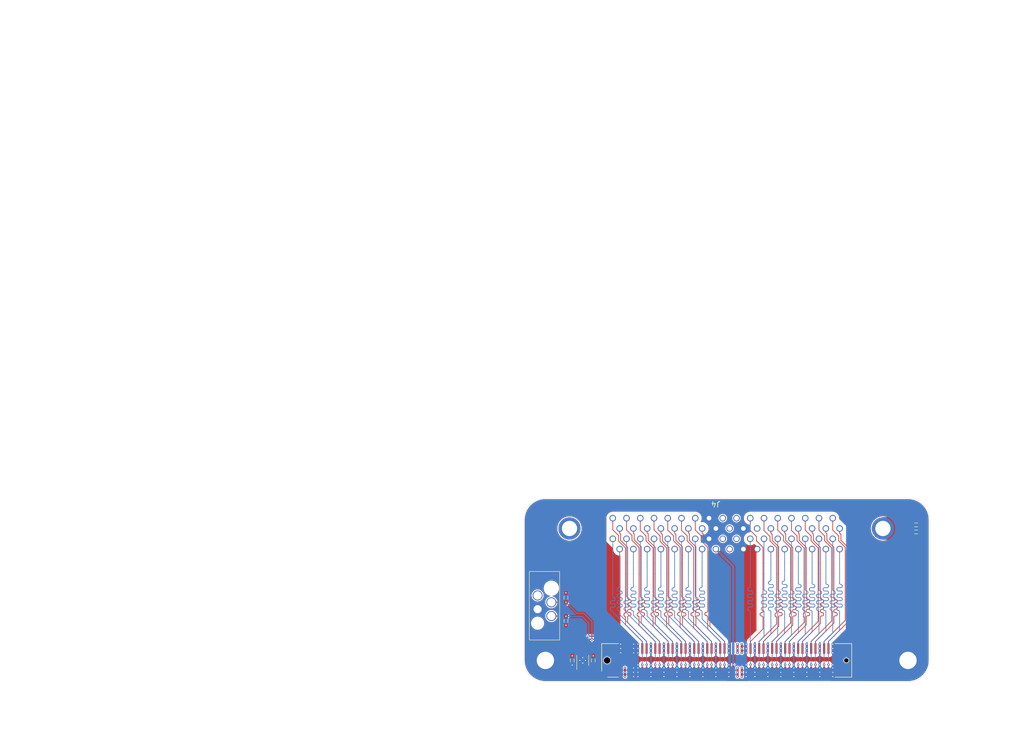
<source format=kicad_pcb>
(kicad_pcb (version 20240108) (generator "pcbnew") (generator_version "8.0")
  (title_block (title "Squishy - SE PHY ") (date "2024-06-14") (rev "1") (company "Shrine Maiden Heavy Industries") (comment 1 "License: CERN-OHL-S") (comment 2 "© 2024 Aki 'lethalbit' Van Ness, et. al.") (comment 3 "No warranty expressed or implied") (comment 4 "Squishy - SCSI Multitool"))
  (layers (0 "F.Cu" signal) (1 "In1.Cu" signal) (2 "In2.Cu" signal) (3 "In3.Cu" signal) (4 "In4.Cu" signal) (31 "B.Cu" signal) (34 "B.Paste" user) (35 "F.Paste" user) (36 "B.SilkS" user "B.Silkscreen") (37 "F.SilkS" user "F.Silkscreen") (38 "B.Mask" user) (39 "F.Mask" user) (44 "Edge.Cuts" user))
  (net 0 "")
  (net 1 "GND")
  (net 4 "/PHY.ID_SCL")
  (net 5 "+3V3")
  (net 6 "/PHY.ID_SDA")
  (net 7 "/CON.C{slash}D+")
  (net 8 "/CON.DB10-")
  (net 9 "/CON.DB4-")
  (net 10 "/CON.ACK+")
  (net 11 "/CON.TERMPWR")
  (net 12 "/CON.DP1+")
  (net 13 "/CON.BSY-")
  (net 14 "/CON.RST-")
  (net 15 "/CON.DB2-")
  (net 16 "/CON.BSY+")
  (net 17 "/CON.DB5+")
  (net 18 "/CON.ATN-")
  (net 19 "/CON.DP0+")
  (net 20 "/CON.SEL+")
  (net 21 "/CON.ATN+")
  (net 22 "/CON.DB9-")
  (net 23 "/CON.SEL-")
  (net 24 "/CON.DB9+")
  (net 25 "/CON.DB0-")
  (net 26 "/CON.DB11+")
  (net 27 "/CON.DB7+")
  (net 28 "/CON.DP1-")
  (net 29 "/CON.DB5-")
  (net 30 "/CON.REQ-")
  (net 31 "/CON.DB1-")
  (net 32 "/CON.DB13+")
  (net 33 "/CON.REQ+")
  (net 34 "/CON.DB3-")
  (net 35 "/CON.DB8+")
  (net 36 "/CON.DB13-")
  (net 37 "/CON.DB15-")
  (net 38 "/CON.MSG+")
  (net 39 "/CON.DB11-")
  (net 40 "/CON.DB3+")
  (net 41 "/CON.ACK-")
  (net 42 "/CON.DIFFSENSE")
  (net 43 "/CON.I{slash}O+")
  (net 44 "/CON.I{slash}O-")
  (net 45 "/CON.DB4+")
  (net 46 "/CON.DB15+")
  (net 47 "/CON.DB6-")
  (net 48 "/CON.RST+")
  (net 49 "/CON.DB8-")
  (net 50 "/CON.DB10+")
  (net 51 "/CON.MSG-")
  (net 52 "/CON.DB6+")
  (net 53 "/CON.C{slash}D-")
  (net 54 "/CON.DB7-")
  (net 55 "/CON.DB1+")
  (net 56 "/CON.DP0-")
  (net 57 "/CON.DB2+")
  (net 58 "/CON.DB0+")
  (net 59 "Net-(U1-E0)")
  (net 60 "/CON.DB14-")
  (net 61 "/CON.DB14+")
  (net 62 "/SHIELD")
  (net 64 "/CON.DB12+")
  (net 65 "/CON.DB12-")
  (footprint "lethalbit-connectors:1014457-10x80xLF" (layer "F.Cu") (at 147.5 136 180)
    (property "Reference" "J1" (hide yes))
    (property "Value" "SCSI PHY Mezz")
  )
  (footprint "rhais_rcl:R0603" (layer "F.Cu") (at 117.8 128.7 90)
    (property "Reference" "R3")
    (property "Value" "4k7" (hide yes))
  )
  (footprint "rhais_rcl:R0603" (layer "F.Cu") (at 117.8 124.4 -90)
    (property "Reference" "R2")
    (property "Value" "4k7" (hide yes))
  )
  (footprint "rhais_rcl:R0603" (layer "F.Cu") (at 182.5 112.25)
    (property "Reference" "R4")
    (property "Value" "1M" (hide yes))
  )
  (footprint "lethalbit-connectors:5787082-7" (layer "F.Cu") (at 145.5 112.5 180)
    (property "Reference" "J4")
    (property "Value" "Conn_02x34_Clockwise_Shield" (hide yes))
  )
  (footprint "PCM_kikit:Tab" (layer "F.Cu") (at 185.25 131 180)
    (property "Reference" "REF**" (hide yes))
    (property "Value" "Tab")
  )
  (footprint "PCM_kikit:Tab" (layer "F.Cu") (at 174 140.25 90)
    (property "Reference" "REF**" (hide yes))
    (property "Value" "Tab")
  )
  (footprint "rhais_rcl:C0603" (layer "F.Cu") (at 118.95 136 90)
    (property "Reference" "C1")
    (property "Value" "100n" (hide yes))
  )
  (footprint "PCM_kikit:Tab" (layer "F.Cu") (at 121 105.75 -90)
    (property "Reference" "REF**" (hide yes))
    (property "Value" "Tab")
  )
  (footprint "MountingHole:MountingHole_3.2mm_M3_Pad" (layer "F.Cu") (at 181 136)
    (property "Reference" "H4" (hide yes))
    (property "Value" "MountingHole" (hide yes))
  )
  (footprint "PCM_kikit:Tab" (layer "F.Cu") (at 109.7 131)
    (property "Reference" "REF**" (hide yes))
    (property "Value" "Tab")
  )
  (footprint "PCM_kikit:Tab" (layer "F.Cu") (at 174 105.75 -90)
    (property "Reference" "REF**" (hide yes))
    (property "Value" "Tab")
  )
  (footprint "PCM_kikit:Tab" (layer "F.Cu") (at 109.75 115)
    (property "Reference" "REF**" (hide yes))
    (property "Value" "Tab")
  )
  (footprint "PCM_kikit:Tab" (layer "F.Cu") (at 185.25 115 180)
    (property "Reference" "REF**" (hide yes))
    (property "Value" "Tab")
  )
  (footprint "rhais_rcl:R0603" (layer "F.Cu") (at 122.85 136 90)
    (property "Reference" "R1")
    (property "Value" "10k" (hide yes))
  )
  (footprint "lethalbit-memory:ST_UFDFPN-8-1EP_2x3mm_P0.5mm_EP1.6x1.6mm" (layer "F.Cu") (at 120.9 136 90)
    (property "Reference" "U1")
    (property "Value" "M24C02-RMC" (hide yes))
  )
  (footprint "pkl_connectors_wuerth:490107670412-d" (layer "F.Cu") (at 112.56 123.99 90)
    (property "Reference" "J3")
    (property "Value" "Conn_01x04")
  )
  (footprint "rhais_rcl:C0603" (layer "F.Cu") (at 182.5 110.95 180)
    (property "Reference" "C2")
    (property "Value" "100n" (hide yes))
  )
  (footprint "MountingHole:MountingHole_3.2mm_M3_Pad" (layer "F.Cu") (at 114 136)
    (property "Reference" "H3" (hide yes))
    (property "Value" "MountingHole" (hide yes))
  )
  (footprint "PCM_kikit:Tab" (layer "F.Cu") (at 121 140.25 90)
    (property "Reference" "REF**" (hide yes))
    (property "Value" "Tab")
  )
  (gr_line (start 181 106) (end 114 106) (stroke (width 0.05)) (layer "Edge.Cuts"))
  (gr_line (start 114 140) (end 181 140) (stroke (width 0.05)) (layer "Edge.Cuts"))
  (gr_arc (start 110 110) (mid 111.171573 107.171573) (end 114 106) (stroke (width 0.05)) (layer "Edge.Cuts"))
  (gr_line (start 185 136) (end 185 110) (stroke (width 0.05)) (layer "Edge.Cuts"))
  (gr_arc (start 185 136) (mid 183.828427 138.828427) (end 181 140) (stroke (width 0.05)) (layer "Edge.Cuts"))
  (gr_arc (start 181 106) (mid 183.828427 107.171573) (end 185 110) (stroke (width 0.05)) (layer "Edge.Cuts"))
  (gr_line (start 110 136) (end 110 110) (stroke (width 0.05)) (layer "Edge.Cuts"))
  (gr_arc (start 114 140) (mid 111.171573 138.828427) (end 110 136) (stroke (width 0.05)) (layer "Edge.Cuts"))
  (via (at 164.7 134.6) (size 0.45) (drill 0.2) (layers "F.Cu" "B.Cu") (net 1))
  (via (at 162.3 138.2) (size 0.45) (drill 0.2) (layers "F.Cu" "B.Cu") (net 1))
  (via (at 135.9 138.2) (size 0.45) (drill 0.2) (layers "F.Cu" "B.Cu") (net 1))
  (via (at 131.1 139) (size 0.45) (drill 0.2) (layers "F.Cu" "B.Cu") (net 1))
  (via (at 155.1 137.4) (size 0.45) (drill 0.2) (layers "F.Cu" "B.Cu") (net 1))
  (via (at 145.5 133.8) (size 0.45) (drill 0.2) (layers "F.Cu" "B.Cu") (net 1))
  (via (at 131.1 136.8) (size 0.45) (drill 0.2) (layers "F.Cu" "B.Cu") (net 1))
  (via (at 145.5 138.2) (size 0.45) (drill 0.2) (layers "F.Cu" "B.Cu") (net 1))
  (via (at 140.7 133) (size 0.45) (drill 0.2) (layers "F.Cu" "B.Cu") (net 1))
  (via (at 135.9 133.8) (size 0.45) (drill 0.2) (layers "F.Cu" "B.Cu") (net 1))
  (via (at 120.35 136) (size 0.45) (drill 0.2) (layers "F.Cu" "B.Cu") (net 1))
  (via (at 138.3 133.8) (size 0.45) (drill 0.2) (layers "F.Cu" "B.Cu") (net 1))
  (via (at 133.5 137.4) (size 0.45) (drill 0.2) (layers "F.Cu" "B.Cu") (net 1))
  (via (at 157.5 137.4) (size 0.45) (drill 0.2) (layers "F.Cu" "B.Cu") (net 1))
  (via (at 145.5 133) (size 0.45) (drill 0.2) (layers "F.Cu" "B.Cu") (net 1))
  (via (at 152.7 138.2) (size 0.45) (drill 0.2) (layers "F.Cu" "B.Cu") (net 1))
  (via (at 131.1 134.6) (size 0.45) (drill 0.2) (layers "F.Cu" "B.Cu") (net 1))
  (via (at 164.7 138.2) (size 0.45) (drill 0.2) (layers "F.Cu" "B.Cu") (net 1))
  (via (at 131.1 137.4) (size 0.45) (drill 0.2) (layers "F.Cu" "B.Cu") (net 1))
  (via (at 147.9 134.6) (size 0.45) (drill 0.2) (layers "F.Cu" "B.Cu") (net 1))
  (via (at 140.7 136.8) (size 0.45) (drill 0.2) (layers "F.Cu" "B.Cu") (net 1))
  (via (at 121.4 136) (size 0.45) (drill 0.2) (layers "F.Cu" "B.Cu") (net 1))
  (via (at 159.9 133) (size 0.45) (drill 0.2) (layers "F.Cu" "B.Cu") (net 1))
  (via (at 145.5 134.6) (size 0.45) (drill 0.2) (layers "F.Cu" "B.Cu") (net 1))
  (via (at 133.5 136.8) (size 0.45) (drill 0.2) (layers "F.Cu" "B.Cu") (net 1))
  (via (at 151.1 139) (size 0.45) (drill 0.2) (layers "F.Cu" "B.Cu") (net 1))
  (via (at 155.1 136.8) (size 0.45) (drill 0.2) (layers "F.Cu" "B.Cu") (net 1))
  (via (at 143.1 139) (size 0.45) (drill 0.2) (layers "F.Cu" "B.Cu") (net 1))
  (via (at 162.3 136.8) (size 0.45) (drill 0.2) (layers "F.Cu" "B.Cu") (net 1))
  (via (at 120.9 135.5) (size 0.45) (drill 0.2) (layers "F.Cu" "B.Cu") (net 1))
  (via (at 151.1 137.4) (size 0.45) (drill 0.2) (layers "F.Cu" "B.Cu") (net 1))
  (via (at 135.9 137.4) (size 0.45) (drill 0.2) (layers "F.Cu" "B.Cu") (net 1))
  (via (at 151.1 133.8) (size 0.45) (drill 0.2) (layers "F.Cu" "B.Cu") (net 1))
  (via (at 133.5 134.6) (size 0.45) (drill 0.2) (layers "F.Cu" "B.Cu") (net 1))
  (via (at 140.7 133.8) (size 0.45) (drill 0.2) (layers "F.Cu" "B.Cu") (net 1))
  (via (at 157.5 133.8) (size 0.45) (drill 0.2) (layers "F.Cu" "B.Cu") (net 1))
  (via (at 145.5 139) (size 0.45) (drill 0.2) (layers "F.Cu" "B.Cu") (net 1))
  (via (at 159.9 138.2) (size 0.45) (drill 0.2) (layers "F.Cu" "B.Cu") (net 1))
  (via (at 143.1 133) (size 0.45) (drill 0.2) (layers "F.Cu" "B.Cu") (net 1))
  (via (at 131.1 133) (size 0.45) (drill 0.2) (layers "F.Cu" "B.Cu") (net 1))
  (via (at 143.1 133.8) (size 0.45) (drill 0.2) (layers "F.Cu" "B.Cu") (net 1))
  (via (at 157.5 134.6) (size 0.45) (drill 0.2) (layers "F.Cu" "B.Cu") (net 1))
  (via (at 130.3 133.8) (size 0.45) (drill 0.2) (layers "F.Cu" "B.Cu") (net 1))
  (via (at 155.1 139) (size 0.45) (drill 0.2) (layers "F.Cu" "B.Cu") (net 1))
  (via (at 164.7 139) (size 0.45) (drill 0.2) (layers "F.Cu" "B.Cu") (net 1))
  (via (at 131.1 138.2) (size 0.45) (drill 0.2) (layers "F.Cu" "B.Cu") (net 1))
  (via (at 133.5 133.8) (size 0.45) (drill 0.2) (layers "F.Cu" "B.Cu") (net 1))
  (via (at 164.7 137.4) (size 0.45) (drill 0.2) (layers "F.Cu" "B.Cu") (net 1))
  (via (at 152.7 136.8) (size 0.45) (drill 0.2) (layers "F.Cu" "B.Cu") (net 1))
  (via (at 162.3 139) (size 0.45) (drill 0.2) (layers "F.Cu" "B.Cu") (net 1))
  (via (at 140.7 134.6) (size 0.45) (drill 0.2) (layers "F.Cu" "B.Cu") (net 1))
  (via (at 151.1 138.2) (size 0.45) (drill 0.2) (layers "F.Cu" "B.Cu") (net 1))
  (via (at 152.7 134.6) (size 0.45) (drill 0.2) (layers "F.Cu" "B.Cu") (net 1))
  (via (at 164.7 133.8) (size 0.45) (drill 0.2) (layers "F.Cu" "B.Cu") (net 1))
  (via (at 147.9 133.8) (size 0.45) (drill 0.2) (layers "F.Cu" "B.Cu") (net 1))
  (via (at 159.9 137.4) (size 0.45) (drill 0.2) (layers "F.Cu" "B.Cu") (net 1))
  (via (at 147.9 133) (size 0.45) (drill 0.2) (layers "F.Cu" "B.Cu") (net 1))
  (via (at 145.5 137.4) (size 0.45) (drill 0.2) (layers "F.Cu" "B.Cu") (net 1))
  (via (at 159.9 133.8) (size 0.45) (drill 0.2) (layers "F.Cu" "B.Cu") (net 1))
  (via (at 167.1 136.8) (size 0.45) (drill 0.2) (layers "F.Cu" "B.Cu") (net 1))
  (via (at 151.1 133) (size 0.45) (drill 0.2) (layers "F.Cu" "B.Cu") (net 1))
  (via (at 133.5 133) (size 0.45) (drill 0.2) (layers "F.Cu" "B.Cu") (net 1))
  (via (at 130.3 133) (size 0.45) (drill 0.2) (layers "F.Cu" "B.Cu") (net 1))
  (via (at 155.1 133) (size 0.45) (drill 0.2) (layers "F.Cu" "B.Cu") (net 1))
  (via (at 140.7 138.2) (size 0.45) (drill 0.2) (layers "F.Cu" "B.Cu") (net 1))
  (via (at 162.3 137.4) (size 0.45) (drill 0.2) (layers "F.Cu" "B.Cu") (net 1))
  (via (at 138.3 136.8) (size 0.45) (drill 0.2) (layers "F.Cu" "B.Cu") (net 1))
  (via (at 167.1 134.6) (size 0.45) (drill 0.2) (layers "F.Cu" "B.Cu") (net 1))
  (via (at 143.1 137.4) (size 0.45) (drill 0.2) (layers "F.Cu" "B.Cu") (net 1))
  (via (at 167.1 133) (size 0.45) (drill 0.2) (layers "F.Cu" "B.Cu") (net 1))
  (via (at 159.9 136.8) (size 0.45) (drill 0.2) (layers "F.Cu" "B.Cu") (net 1))
  (via (at 140.7 139) (size 0.45) (drill 0.2) (layers "F.Cu" "B.Cu") (net 1))
  (via (at 152.7 133) (size 0.45) (drill 0.2) (layers "F.Cu" "B.Cu") (net 1))
  (via (at 133.5 138.2) (size 0.45) (drill 0.2) (layers "F.Cu" "B.Cu") (net 1))
  (via (at 130.3 134.6) (size 0.45) (drill 0.2) (layers "F.Cu" "B.Cu") (net 1))
  (via (at 162.3 133.8) (size 0.45) (drill 0.2) (layers "F.Cu" "B.Cu") (net 1))
  (via (at 127.9 134.6) (size 0.45) (drill 0.2) (layers "F.Cu" "B.Cu") (net 1))
  (via (at 147.9 138.2) (size 0.45) (drill 0.2) (layers "F.Cu" "B.Cu") (net 1))
  (via (at 138.3 139) (size 0.45) (drill 0.2) (layers "F.Cu" "B.Cu") (net 1))
  (via (at 159.9 139) (size 0.45) (drill 0.2) (layers "F.Cu" "B.Cu") (net 1))
  (via (at 152.7 137.4) (size 0.45) (drill 0.2) (layers "F.Cu" "B.Cu") (net 1))
  (via (at 140.7 137.4) (size 0.45) (drill 0.2) (layers "F.Cu" "B.Cu") (net 1))
  (via (at 138.3 134.6) (size 0.45) (drill 0.2) (layers "F.Cu" "B.Cu") (net 1))
  (via (at 130.3 138.2) (size 0.45) (drill 0.2) (layers "F.Cu" "B.Cu") (net 1))
  (via (at 162.3 133) (size 0.45) (drill 0.2) (layers "F.Cu" "B.Cu") (net 1))
  (via (at 138.3 137.4) (size 0.45) (drill 0.2) (layers "F.Cu" "B.Cu") (net 1))
  (via (at 164.7 136.8) (size 0.45) (drill 0.2) (layers "F.Cu" "B.Cu") (net 1))
  (via (at 147.9 139) (size 0.45) (drill 0.2) (layers "F.Cu" "B.Cu") (net 1))
  (via (at 147.9 137.4) (size 0.45) (drill 0.2) (layers "F.Cu" "B.Cu") (net 1))
  (via (at 133.5 139) (size 0.45) (drill 0.2) (layers "F.Cu" "B.Cu") (net 1))
  (via (at 151.1 136.8) (size 0.45) (drill 0.2) (layers "F.Cu" "B.Cu") (net 1))
  (via (at 167.1 139) (size 0.45) (drill 0.2) (layers "F.Cu" "B.Cu") (net 1))
  (via (at 164.7 133) (size 0.45) (drill 0.2) (layers "F.Cu" "B.Cu") (net 1))
  (via (at 127.9 133.8) (size 0.45) (drill 0.2) (layers "F.Cu" "B.Cu") (net 1))
  (via (at 152.7 139) (size 0.45) (drill 0.2) (layers "F.Cu" "B.Cu") (net 1))
  (via (at 135.9 136.8) (size 0.45) (drill 0.2) (layers "F.Cu" "B.Cu") (net 1))
  (via (at 151.1 134.6) (size 0.45) (drill 0.2) (layers "F.Cu" "B.Cu") (net 1))
  (via (at 138.3 138.2) (size 0.45) (drill 0.2) (layers "F.Cu" "B.Cu") (net 1))
  (via (at 155.1 134.6) (size 0.45) (drill 0.2) (layers "F.Cu" "B.Cu") (net 1))
  (via (at 157.5 138.2) (size 0.45) (drill 0.2) (layers "F.Cu" "B.Cu") (net 1))
  (via (at 157.5 136.8) (size 0.45) (drill 0.2) (layers "F.Cu" "B.Cu") (net 1))
  (via (at 143.1 138.2) (size 0.45) (drill 0.2) (layers "F.Cu" "B.Cu") (net 1))
  (via (at 131.1 133.8) (size 0.45) (drill 0.2) (layers "F.Cu" "B.Cu") (net 1))
  (via (at 143.1 134.6) (size 0.45) (drill 0.2) (layers "F.Cu" "B.Cu") (net 1))
  (via (at 155.1 133.8) (size 0.45) (drill 0.2) (layers "F.Cu" "B.Cu") (net 1))
  (via (at 135.9 134.6) (size 0.45) (drill 0.2) (layers "F.Cu" "B.Cu") (net 1))
  (via (at 147.9 136.8) (size 0.45) (drill 0.2) (layers "F.Cu" "B.Cu") (net 1))
  (via (at 130.3 137.4) (size 0.45) (drill 0.2) (layers "F.Cu" "B.Cu") (net 1))
  (via (at 135.9 133) (size 0.45) (drill 0.2) (layers "F.Cu" "B.Cu") (net 1))
  (via (at 135.9 139) (size 0.45) (drill 0.2) (layers "F.Cu" "B.Cu") (net 1))
  (via (at 145.5 136.8) (size 0.45) (drill 0.2) (layers "F.Cu" "B.Cu") (net 1))
  (via (at 143.1 136.8) (size 0.45) (drill 0.2) (layers "F.Cu" "B.Cu") (net 1))
  (via (at 138.3 133) (size 0.45) (drill 0.2) (layers "F.Cu" "B.Cu") (net 1))
  (via (at 155.1 138.2) (size 0.45) (drill 0.2) (layers "F.Cu" "B.Cu") (net 1))
  (via (at 159.9 134.6) (size 0.45) (drill 0.2) (layers "F.Cu" "B.Cu") (net 1))
  (via (at 120.9 136.5) (size 0.45) (drill 0.2) (layers "F.Cu" "B.Cu") (net 1))
  (via (at 152.7 133.8) (size 0.45) (drill 0.2) (layers "F.Cu" "B.Cu") (net 1))
  (via (at 167.1 133.8) (size 0.45) (drill 0.2) (layers "F.Cu" "B.Cu") (net 1))
  (via (at 157.5 139) (size 0.45) (drill 0.2) (layers "F.Cu" "B.Cu") (net 1))
  (via (at 127.9 133) (size 0.45) (drill 0.2) (layers "F.Cu" "B.Cu") (net 1))
  (via (at 162.3 134.6) (size 0.45) (drill 0.2) (layers "F.Cu" "B.Cu") (net 1))
  (via (at 167.1 137.4) (size 0.45) (drill 0.2) (layers "F.Cu" "B.Cu") (net 1))
  (via (at 130.3 139) (size 0.45) (drill 0.2) (layers "F.Cu" "B.Cu") (net 1))
  (via (at 167.1 138.2) (size 0.45) (drill 0.2) (layers "F.Cu" "B.Cu") (net 1))
  (via (at 157.5 133) (size 0.45) (drill 0.2) (layers "F.Cu" "B.Cu") (net 1))
  (via (at 118.95 136.85) (size 0.45) (drill 0.2) (layers "F.Cu" "B.Cu") (net 1))
  (segment (start 117.4 127.8) (end 115.1 127.8) (width 0.2) (layer "F.Cu") (net 4))
  (segment (start 121.15 134.6) (end 121.15 132.35) (width 0.2) (layer "F.Cu") (net 4))
  (segment (start 128.5 131.5) (end 129.5 132.5) (width 0.2) (layer "F.Cu") (net 4))
  (segment (start 117.8 127.85) (end 117.45 127.85) (width 0.2) (layer "F.Cu") (net 4))
  (segment (start 122 131.5) (end 128.5 131.5) (width 0.2) (layer "F.Cu") (net 4))
  (segment (start 117.45 127.85) (end 117.4 127.8) (width 0.2) (layer "F.Cu") (net 4))
  (segment (start 121.15 132.35) (end 122 131.5) (width 0.2) (layer "F.Cu") (net 4))
  (segment (start 129.5 132.5) (end 129.5 133.8) (width 0.2) (layer "F.Cu") (net 4))
  (via (at 117.8 127.85) (size 0.45) (drill 0.2) (layers "F.Cu" "B.Cu") (net 4))
  (via (at 122 131.5) (size 0.45) (drill 0.2) (layers "F.Cu" "B.Cu") (net 4))
  (segment (start 120.8 127.9) (end 117.85 127.9) (width 0.2) (layer "B.Cu") (net 4))
  (segment (start 117.85 127.9) (end 117.8 127.85) (width 0.2) (layer "B.Cu") (net 4))
  (segment (start 122 129.1) (end 120.8 127.9) (width 0.2) (layer "B.Cu") (net 4))
  (segment (start 122 131.5) (end 122 129.1) (width 0.2) (layer "B.Cu") (net 4))
  (segment (start 120.149999 134.6) (end 119.5 134.6) (width 0.3) (layer "F.Cu") (net 5))
  (segment (start 119.5 134.6) (end 118.95 135.15) (width 0.3) (layer "F.Cu") (net 5))
  (via (at 128.7 138.2) (size 0.45) (drill 0.2) (layers "F.Cu" "B.Cu") (net 5))
  (via (at 117.8 123.5) (size 0.45) (drill 0.2) (layers "F.Cu" "B.Cu") (net 5))
  (via (at 117.8 129.5) (size 0.45) (drill 0.2) (layers "F.Cu" "B.Cu") (net 5))
  (via (at 118.95 135.15) (size 0.45) (drill 0.2) (layers "F.Cu" "B.Cu") (net 5))
  (via (at 128.7 139) (size 0.45) (drill 0.2) (layers "F.Cu" "B.Cu") (net 5))
  (via (at 128.7 137.4) (size 0.45) (drill 0.2) (layers "F.Cu" "B.Cu") (net 5))
  (via (at 122.85 135.15) (size 0.45) (drill 0.2) (layers "F.Cu" "B.Cu") (net 5))
  (segment (start 122.1 132.1) (end 121.650001 132.549999) (width 0.2) (layer "F.Cu") (net 6))
  (segment (start 128.7 132.5) (end 128.3 132.1) (width 0.2) (layer "F.Cu") (net 6))
  (segment (start 121.650001 132.549999) (end 121.650001 134.6) (width 0.2) (layer "F.Cu") (net 6))
  (segment (start 117.8 125.25) (end 115.11 125.25) (width 0.2) (layer "F.Cu") (net 6))
  (segment (start 122.4 132.1) (end 122.1 132.1) (width 0.2) (layer "F.Cu") (net 6))
  (segment (start 115.11 125.25) (end 115.1 125.26) (width 0.2) (layer "F.Cu") (net 6))
  (segment (start 128.7 133.800001) (end 128.7 132.5) (width 0.2) (layer "F.Cu") (net 6))
  (segment (start 128.3 132.1) (end 122.4 132.1) (width 0.2) (layer "F.Cu") (net 6))
  (via (at 117.8 125.25) (size 0.45) (drill 0.2) (layers "F.Cu" "B.Cu") (net 6))
  (via (at 122.6 132.1) (size 0.45) (drill 0.2) (layers "F.Cu" "B.Cu") (net 6))
  (segment (start 122.6 128.8) (end 121.1 127.3) (width 0.2) (layer "B.Cu") (net 6))
  (segment (start 119.85 127.3) (end 117.8 125.25) (width 0.2) (layer "B.Cu") (net 6))
  (segment (start 122.6 132.1) (end 122.6 128.8) (width 0.2) (layer "B.Cu") (net 6))
  (segment (start 121.1 127.3) (end 119.85 127.3) (width 0.2) (layer "B.Cu") (net 6))
  (segment (start 159.1 138.2) (end 159.1 136.8) (width 0.1275) (layer "F.Cu") (net 7))
  (via (at 159.1 136.8) (size 0.45) (drill 0.2) (layers "F.Cu" "B.Cu") (net 7))
  (segment (start 161.23643 124.72) (end 161.23643 124.6) (width 0.1275) (layer "B.Cu") (net 7))
  (segment (start 160.99643 125.56) (end 160.740001 125.56) (width 0.1275) (layer "B.Cu") (net 7))
  (segment (start 160.483595 124.96) (end 160.740001 124.96) (width 0.1275) (layer "B.Cu") (net 7))
  (segment (start 160.980001 122.56) (end 160.99643 122.56) (width 0.1275) (layer "B.Cu") (net 7))
  (segment (start 160.740001 123.76) (end 160.99643 123.76) (width 0.1275) (layer "B.Cu") (net 7))
  (segment (start 160.243595 125.32) (end 160.243595 125.2) (width 0.1275) (layer "B.Cu") (net 7))
  (segment (start 160.500001 126.76) (end 160.483572 126.76) (width 0.1275) (layer "B.Cu") (net 7))
  (segment (start 160.483595 122.56) (end 160.740001 122.56) (width 0.1275) (layer "B.Cu") (net 7))
  (segment (start 159.1 132.5) (end 160.740001 130.859999) (width 0.1275) (layer "B.Cu") (net 7))
  (segment (start 160.99643 121.96) (end 160.980001 121.96) (width 0.1275) (layer "B.Cu") (net 7))
  (segment (start 160.740001 124.96) (end 160.99643 124.96) (width 0.1275) (layer "B.Cu") (net 7))
  (segment (start 160.740001 124.36) (end 160.483595 124.36) (width 0.1275) (layer "B.Cu") (net 7))
  (segment (start 160.740001 126.16) (end 160.99643 126.16) (width 0.1275) (layer "B.Cu") (net 7))
  (segment (start 160.740001 122.56) (end 160.980001 122.56) (width 0.1275) (layer "B.Cu") (net 7))
  (segment (start 160.740001 121.72) (end 160.740001 121.6) (width 0.1275) (layer "B.Cu") (net 7))
  (segment (start 160.99643 124.36) (end 160.740001 124.36) (width 0.1275) (layer "B.Cu") (net 7))
  (segment (start 160.740001 121.6) (end 160.740001 118) (width 0.1275) (layer "B.Cu") (net 7))
  (segment (start 160.483572 126.16) (end 160.500001 126.16) (width 0.1275) (layer "B.Cu") (net 7))
  (segment (start 160.243572 126.52) (end 160.243572 126.4) (width 0.1275) (layer "B.Cu") (net 7))
  (segment (start 160.740001 125.56) (end 160.483595 125.56) (width 0.1275) (layer "B.Cu") (net 7))
  (segment (start 159.1 136.8) (end 159.1 132.5) (width 0.1275) (layer "B.Cu") (net 7))
  (segment (start 161.23643 123.52) (end 161.23643 123.4) (width 0.1275) (layer "B.Cu") (net 7))
  (segment (start 160.740001 130.859999) (end 160.740001 127) (width 0.1275) (layer "B.Cu") (net 7))
  (segment (start 161.23643 125.92) (end 161.23643 125.8) (width 0.1275) (layer "B.Cu") (net 7))
  (segment (start 160.500001 126.16) (end 160.740001 126.16) (width 0.1275) (layer "B.Cu") (net 7))
  (segment (start 160.483595 123.76) (end 160.740001 123.76) (width 0.1275) (layer "B.Cu") (net 7))
  (segment (start 160.99643 123.16) (end 160.740001 123.16) (width 0.1275) (layer "B.Cu") (net 7))
  (segment (start 160.740001 123.16) (end 160.483595 123.16) (width 0.1275) (layer "B.Cu") (net 7))
  (segment (start 160.243595 124.12) (end 160.243595 124) (width 0.1275) (layer "B.Cu") (net 7))
  (segment (start 160.740001 118) (end 160.740001 115.421) (width 0.1275) (layer "B.Cu") (net 7))
  (segment (start 160.243595 122.92) (end 160.243595 122.8) (width 0.1275) (layer "B.Cu") (net 7))
  (segment (start 161.23643 122.32) (end 161.23643 122.2) (width 0.1275) (layer "B.Cu") (net 7))
  (arc (start 160.99643 126.16) (mid 161.166136 126.089706) (end 161.23643 125.92) (width 0.1275) (layer "B.Cu") (net 7))
  (arc (start 160.243572 126.4) (mid 160.313866 126.230294) (end 160.483572 126.16) (width 0.1275) (layer "B.Cu") (net 7))
  (arc (start 161.23643 123.4) (mid 161.166136 123.230294) (end 160.99643 123.16) (width 0.1275) (layer "B.Cu") (net 7))
  (arc (start 160.243595 122.8) (mid 160.313889 122.630294) (end 160.483595 122.56) (width 0.1275) (layer "B.Cu") (net 7))
  (arc (start 160.483595 124.36) (mid 160.313889 124.289706) (end 160.243595 124.12) (width 0.1275) (layer "B.Cu") (net 7))
  (arc (start 160.243595 125.2) (mid 160.313889 125.030294) (end 160.483595 124.96) (width 0.1275) (layer "B.Cu") (net 7))
  (arc (start 160.483595 125.56) (mid 160.313889 125.489706) (end 160.243595 125.32) (width 0.1275) (layer "B.Cu") (net 7))
  (arc (start 160.483595 123.16) (mid 160.313889 123.089706) (end 160.243595 122.92) (width 0.1275) (layer "B.Cu") (net 7))
  (arc (start 160.99643 123.76) (mid 161.166136 123.689706) (end 161.23643 123.52) (width 0.1275) (layer "B.Cu") (net 7))
  (arc (start 161.23643 124.6) (mid 161.166136 124.430294) (end 160.99643 124.36) (width 0.1275) (layer "B.Cu") (net 7))
  (arc (start 161.23643 122.2) (mid 161.166136 122.030294) (end 160.99643 121.96) (width 0.1275) (layer "B.Cu") (net 7))
  (arc (start 160.243595 124) (mid 160.313889 123.830294) (end 160.483595 123.76) (width 0.1275) (layer "B.Cu") (net 7))
  (arc (start 160.99643 124.96) (mid 161.166136 124.889706) (end 161.23643 124.72) (width 0.1275) (layer "B.Cu") (net 7))
  (arc (start 160.980001 121.96) (mid 160.810295 121.889706) (end 160.740001 121.72) (width 0.1275) (layer "B.Cu") (net 7))
  (arc (start 160.99643 122.56) (mid 161.166136 122.489706) (end 161.23643 122.32) (width 0.1275) (layer "B.Cu") (net 7))
  (arc (start 161.23643 125.8) (mid 161.166136 125.630294) (end 160.99643 125.56) (width 0.1275) (layer "B.Cu") (net 7))
  (arc (start 160.483572 126.76) (mid 160.313866 126.689706) (end 160.243572 126.52) (width 0.1275) (layer "B.Cu") (net 7))
  (arc (start 160.740001 127) (mid 160.669707 126.830294) (end 160.500001 126.76) (width 0.1275) (layer "B.Cu") (net 7))
  (segment (start 168.2 113) (end 167.09 111.89) (width 0.1275) (layer "F.Cu") (net 8))
  (segment (start 168.2 113.9) (end 168.2 113) (width 0.1275) (layer "F.Cu") (net 8))
  (segment (start 169.4 128.6) (end 169.4 127.991766) (width 0.1275) (layer "F.Cu") (net 8))
  (segment (start 169.4 115.1) (end 168.2 113.9) (width 0.1275) (layer "F.Cu") (net 8))
  (segment (start 165.5 132.5) (end 169.4 128.6) (width 0.1275) (layer "F.Cu") (net 8))
  (segment (start 167.09 111.89) (end 167.09 109.706) (width 0.1275) (layer "F.Cu") (net 8))
  (segment (start 169.4 120) (end 169.4 115.1) (width 0.1275) (layer "F.Cu") (net 8))
  (segment (start 169.4 127.991766) (end 169.4 120) (width 0.1275) (layer "F.Cu") (net 8))
  (segment (start 165.5 133.8) (end 165.5 132.5) (width 0.1275) (layer "F.Cu") (net 8))
  (segment (start 139.3 126.943918) (end 139.3 126.823918) (width 0.1275) (layer "F.Cu") (net 9))
  (segment (start 137.88 112.48) (end 137.88 111.611) (width 0.1275) (layer "F.Cu") (net 9))
  (segment (start 138.1 113.8) (end 138.1 112.7) (width 0.1275) (layer "F.Cu") (net 9))
  (segment (start 138.1 112.7) (end 137.88 112.48) (width 0.1275) (layer "F.Cu") (net 9))
  (segment (start 139.707048 125.983918) (end 139.54 125.983918) (width 0.1275) (layer "F.Cu") (net 9))
  (segment (start 139.3 115) (end 138.1 113.8) (width 0.1275) (layer "F.Cu") (net 9))
  (segment (start 139.3 119.998387) (end 139.3 115) (width 0.1275) (layer "F.Cu") (net 9))
  (segment (start 139.54 125.383918) (end 139.707061 125.383918) (width 0.1275) (layer "F.Cu") (net 9))
  (segment (start 139.707061 124.783918) (end 139.54 124.783918) (width 0.1275) (layer "F.Cu") (net 9))
  (segment (start 139.3 129.5) (end 139.3 128.023918) (width 0.1275) (layer "F.Cu") (net 9))
  (segment (start 139.70705 127.183918) (end 139.54 127.183918) (width 0.1275) (layer "F.Cu") (net 9))
  (segment (start 139.54 127.783918) (end 139.70705 127.783918) (width 0.1275) (layer "F.Cu") (net 9))
  (segment (start 142.3 133.8) (end 142.3 132.5) (width 0.1275) (layer "F.Cu") (net 9))
  (segment (start 139.54 126.583918) (end 139.707048 126.583918) (width 0.1275) (layer "F.Cu") (net 9))
  (segment (start 139.947048 126.343918) (end 139.947048 126.223918) (width 0.1275) (layer "F.Cu") (net 9))
  (segment (start 139.3 124.543918) (end 139.3 124.423918) (width 0.1275) (layer "F.Cu") (net 9))
  (segment (start 139.94705 127.543918) (end 139.94705 127.423918) (width 0.1275) (layer "F.Cu") (net 9))
  (segment (start 142.3 132.5) (end 139.3 129.5) (width 0.1275) (layer "F.Cu") (net 9))
  (segment (start 139.3 125.743918) (end 139.3 125.623918) (width 0.1275) (layer "F.Cu") (net 9))
  (segment (start 139.3 124.423918) (end 139.3 119.998387) (width 0.1275) (layer "F.Cu") (net 9))
  (segment (start 139.947061 125.143918) (end 139.947061 125.023918) (width 0.1275) (layer "F.Cu") (net 9))
  (arc (start 139.707061 125.383918) (mid 139.876767 125.313624) (end 139.947061 125.143918) (width 0.1275) (layer "F.Cu") (net 9))
  (arc (start 139.707048 126.583918) (mid 139.876754 126.513624) (end 139.947048 126.343918) (width 0.1275) (layer "F.Cu") (net 9))
  (arc (start 139.947048 126.223918) (mid 139.876754 126.054212) (end 139.707048 125.983918) (width 0.1275) (layer "F.Cu") (net 9))
  (arc (start 139.94705 127.423918) (mid 139.876756 127.254212) (end 139.70705 127.183918) (width 0.1275) (layer "F.Cu") (net 9))
  (arc (start 139.70705 127.783918) (mid 139.876756 127.713624) (end 139.94705 127.543918) (width 0.1275) (layer "F.Cu") (net 9))
  (arc (start 139.54 124.783918) (mid 139.370294 124.713624) (end 139.3 124.543918) (width 0.1275) (layer "F.Cu") (net 9))
  (arc (start 139.3 125.623918) (mid 139.370294 125.454212) (end 139.54 125.383918) (width 0.1275) (layer "F.Cu") (net 9))
  (arc (start 139.3 128.023918) (mid 139.370294 127.854212) (end 139.54 127.783918) (width 0.1275) (layer "F.Cu") (net 9))
  (arc (start 139.54 127.183918) (mid 139.370294 127.113624) (end 139.3 126.943918) (width 0.1275) (layer "F.Cu") (net 9))
  (arc (start 139.54 125.983918) (mid 139.370294 125.913624) (end 139.3 125.743918) (width 0.1275) (layer "F.Cu") (net 9))
  (arc (start 139.3 126.823918) (mid 139.370294 126.654212) (end 139.54 126.583918) (width 0.1275) (layer "F.Cu") (net 9))
  (arc (start 139.947061 125.023918) (mid 139.876767 124.854212) (end 139.707061 124.783918) (width 0.1275) (layer "F.Cu") (net 9))
  (segment (start 154.3 138.2) (end 154.3 136.8) (width 0.1275) (layer "F.Cu") (net 10))
  (via (at 154.3 136.8) (size 0.45) (drill 0.2) (layers "F.Cu" "B.Cu") (net 10))
  (segment (start 155.660001 124.36) (end 155.433282 124.36) (width 0.1275) (layer "B.Cu") (net 10))
  (segment (start 156.11346 125.933271) (end 156.11346 125.786729) (width 0.1275) (layer "B.Cu") (net 10))
  (segment (start 155.886731 123.16) (end 155.660001 123.16) (width 0.1275) (layer "B.Cu") (net 10))
  (segment (start 155.660001 123.76) (end 155.886731 123.76) (width 0.1275) (layer "B.Cu") (net 10))
  (segment (start 155.660001 121.135374) (end 155.660001 121) (width 0.1275) (layer "B.Cu") (net 10))
  (segment (start 156.11346 124.733271) (end 156.11346 124.586729) (width 0.1275) (layer "B.Cu") (net 10))
  (segment (start 155.660001 122.56) (end 155.886731 122.56) (width 0.1275) (layer "B.Cu") (net 10))
  (segment (start 156.11346 123.533271) (end 156.11346 123.386729) (width 0.1275) (layer "B.Cu") (net 10))
  (segment (start 155.886731 125.56) (end 155.660001 125.56) (width 0.1275) (layer "B.Cu") (net 10))
  (segment (start 155.433282 123.76) (end 155.660001 123.76) (width 0.1275) (layer "B.Cu") (net 10))
  (segment (start 155.886731 124.36) (end 155.660001 124.36) (width 0.1275) (layer "B.Cu") (net 10))
  (segment (start 155.206564 122.933282) (end 155.206564 122.786718) (width 0.1275) (layer "B.Cu") (net 10))
  (segment (start 155.660001 125.56) (end 155.433271 125.56) (width 0.1275) (layer "B.Cu") (net 10))
  (segment (start 155.660001 124.96) (end 155.886731 124.96) (width 0.1275) (layer "B.Cu") (net 10))
  (segment (start 155.660001 118) (end 155.660001 115.421) (width 0.1275) (layer "B.Cu") (net 10))
  (segment (start 155.210749 121.735374) (end 155.210749 121.584626) (width 0.1275) (layer "B.Cu") (net 10))
  (segment (start 155.206542 125.333271) (end 155.206542 125.186729) (width 0.1275) (layer "B.Cu") (net 10))
  (segment (start 155.206564 124.133282) (end 155.206564 123.986718) (width 0.1275) (layer "B.Cu") (net 10))
  (segment (start 155.210751 126.55075) (end 155.210751 126.384625) (width 0.1275) (layer "B.Cu") (net 10))
  (segment (start 155.660001 121) (end 155.660001 118) (width 0.1275) (layer "B.Cu") (net 10))
  (segment (start 154.3 132.5) (end 155.660001 131.139999) (width 0.1275) (layer "B.Cu") (net 10))
  (segment (start 155.433282 122.56) (end 155.660001 122.56) (width 0.1275) (layer "B.Cu") (net 10))
  (segment (start 154.3 136.8) (end 154.3 132.5) (width 0.1275) (layer "B.Cu") (net 10))
  (segment (start 156.11346 122.333271) (end 156.11346 122.186729) (width 0.1275) (layer "B.Cu") (net 10))
  (segment (start 155.660001 126.16) (end 155.886731 126.16) (width 0.1275) (layer "B.Cu") (net 10))
  (segment (start 155.886731 121.96) (end 155.660001 121.96) (width 0.1275) (layer "B.Cu") (net 10))
  (segment (start 155.433271 124.96) (end 155.660001 124.96) (width 0.1275) (layer "B.Cu") (net 10))
  (segment (start 155.660001 131.139999) (end 155.660001 127) (width 0.1275) (layer "B.Cu") (net 10))
  (segment (start 155.435376 126.16) (end 155.660001 126.16) (width 0.1275) (layer "B.Cu") (net 10))
  (segment (start 155.660001 121.96) (end 155.435375 121.96) (width 0.1275) (layer "B.Cu") (net 10))
  (segment (start 155.660001 123.16) (end 155.433282 123.16) (width 0.1275) (layer "B.Cu") (net 10))
  (arc (start 155.433271 125.56) (mid 155.272949 125.493593) (end 155.206542 125.333271) (width 0.1275) (layer "B.Cu") (net 10))
  (arc (start 155.435376 126.775375) (mid 155.276542 126.709584) (end 155.210751 126.55075) (width 0.1275) (layer "B.Cu") (net 10))
  (arc (start 155.206564 122.786718) (mid 155.272968 122.626404) (end 155.433282 122.56) (width 0.1275) (layer "B.Cu") (net 10))
  (arc (start 156.11346 124.586729) (mid 156.047053 124.426407) (end 155.886731 124.36) (width 0.1275) (layer "B.Cu") (net 10))
  (arc (start 156.11346 122.186729) (mid 156.047053 122.026407) (end 155.886731 121.96) (width 0.1275) (layer "B.Cu") (net 10))
  (arc (start 155.886731 123.76) (mid 156.047053 123.693593) (end 156.11346 123.533271) (width 0.1275) (layer "B.Cu") (net 10))
  (arc (start 155.210751 126.384625) (mid 155.276542 126.225791) (end 155.435376 126.16) (width 0.1275) (layer "B.Cu") (net 10))
  (arc (start 155.886731 126.16) (mid 156.047053 126.093593) (end 156.11346 125.933271) (width 0.1275) (layer "B.Cu") (net 10))
  (arc (start 155.886731 124.96) (mid 156.047053 124.893593) (end 156.11346 124.733271) (width 0.1275) (layer "B.Cu") (net 10))
  (arc (start 155.435375 121.36) (mid 155.59421 121.294209) (end 155.660001 121.135374) (width 0.1275) (layer "B.Cu") (net 10))
  (arc (start 155.206564 123.986718) (mid 155.272968 123.826404) (end 155.433282 123.76) (width 0.1275) (layer "B.Cu") (net 10))
  (arc (start 155.206542 125.186729) (mid 155.272949 125.026407) (end 155.433271 124.96) (width 0.1275) (layer "B.Cu") (net 10))
  (arc (start 155.210749 121.584626) (mid 155.27654 121.425791) (end 155.435375 121.36) (width 0.1275) (layer "B.Cu") (net 10))
  (arc (start 156.11346 125.786729) (mid 156.047053 125.626407) (end 155.886731 125.56) (width 0.1275) (layer "B.Cu") (net 10))
  (arc (start 155.433282 124.36) (mid 155.272968 124.293596) (end 155.206564 124.133282) (width 0.1275) (layer "B.Cu") (net 10))
  (arc (start 155.660001 127) (mid 155.59421 126.841166) (end 155.435376 126.775375) (width 0.1275) (layer "B.Cu") (net 10))
  (arc (start 155.435375 121.96) (mid 155.27654 121.894209) (end 155.210749 121.735374) (width 0.1275) (layer "B.Cu") (net 10))
  (arc (start 155.886731 122.56) (mid 156.047053 122.493593) (end 156.11346 122.333271) (width 0.1275) (layer "B.Cu") (net 10))
  (arc (start 156.11346 123.386729) (mid 156.047053 123.226407) (end 155.886731 123.16) (width 0.1275) (layer "B.Cu") (net 10))
  (arc (start 155.433282 123.16) (mid 155.272968 123.093596) (end 155.206564 122.933282) (width 0.1275) (layer "B.Cu") (net 10))
  (via (at 150.3 137.4) (size 0.45) (drill 0.2) (layers "F.Cu" "B.Cu") (net 11))
  (via (at 150.3 138.2) (size 0.45) (drill 0.2) (layers "F.Cu" "B.Cu") (net 11))
  (via (at 150.3 133.8) (size 0.45) (drill 0.2) (layers "F.Cu" "B.Cu") (net 11))
  (via (at 149.5 139) (size 0.45) (drill 0.2) (layers "F.Cu" "B.Cu") (net 11))
  (via (at 149.5 134.6) (size 0.45) (drill 0.2) (layers "F.Cu" "B.Cu") (net 11))
  (via (at 150.3 134.6) (size 0.45) (drill 0.2) (layers "F.Cu" "B.Cu") (net 11))
  (via (at 149.5 133) (size 0.45) (drill 0.2) (layers "F.Cu" "B.Cu") (net 11))
  (via (at 149.5 138.2) (size 0.45) (drill 0.2) (layers "F.Cu" "B.Cu") (net 11))
  (via (at 149.5 133.8) (size 0.45) (drill 0.2) (layers "F.Cu" "B.Cu") (net 11))
  (via (at 150.3 139) (size 0.45) (drill 0.2) (layers "F.Cu" "B.Cu") (net 11))
  (via (at 150.3 133) (size 0.45) (drill 0.2) (layers "F.Cu" "B.Cu") (net 11))
  (via (at 149.5 137.4) (size 0.45) (drill 0.2) (layers "F.Cu" "B.Cu") (net 11))
  (segment (start 136.7 138.2) (end 136.7 136.8) (width 0.1275) (layer "F.Cu") (net 12))
  (via (at 136.7 136.8) (size 0.45) (drill 0.2) (layers "F.Cu" "B.Cu") (net 12))
  (segment (start 132.019904 125.935) (end 132.019904 125.815) (width 0.1275) (layer "B.Cu") (net 12))
  (segment (start 131.77 124.975) (end 131.779904 124.975) (width 0.1275) (layer "B.Cu") (net 12))
  (segment (start 136.7 136.8) (end 136.7 132.5) (width 0.1275) (layer "B.Cu") (net 12))
  (segment (start 131.53 124.975) (end 131.77 124.975) (width 0.1275) (layer "B.Cu") (net 12))
  (segment (start 131.53 125.575) (end 131.311428 125.575) (width 0.1275) (layer "B.Cu") (net 12))
  (segment (start 132.019904 124.735) (end 132.019904 124.615) (width 0.1275) (layer "B.Cu") (net 12))
  (segment (start 131.53 126.175) (end 131.779904 126.175) (width 0.1275) (layer "B.Cu") (net 12))
  (segment (start 131.312442 126.175) (end 131.53 126.175) (width 0.1275) (layer "B.Cu") (net 12))
  (segment (start 131.311428 124.975) (end 131.53 124.975) (width 0.1275) (layer "B.Cu") (net 12))
  (segment (start 131.53 124.135) (end 131.53 124.015) (width 0.1275) (layer "B.Cu") (net 12))
  (segment (start 131.779904 124.375) (end 131.77 124.375) (width 0.1275) (layer "B.Cu") (net 12))
  (segment (start 131.53 118) (end 131.53 113.515999) (width 0.1275) (layer "B.Cu") (net 12))
  (segment (start 131.094884 126.564884) (end 131.094884 126.392558) (width 0.1275) (layer "B.Cu") (net 12))
  (segment (start 136.7 132.5) (end 131.53 127.33) (width 0.1275) (layer "B.Cu") (net 12))
  (segment (start 131.53 127.33) (end 131.53 127) (width 0.1275) (layer "B.Cu") (net 12))
  (segment (start 131.779904 125.575) (end 131.53 125.575) (width 0.1275) (layer "B.Cu") (net 12))
  (segment (start 131.092856 125.356428) (end 131.092856 125.193572) (width 0.1275) (layer "B.Cu") (net 12))
  (segment (start 131.53 124.015) (end 131.53 118) (width 0.1275) (layer "B.Cu") (net 12))
  (arc (start 132.019904 125.815) (mid 131.94961 125.645294) (end 131.779904 125.575) (width 0.1275) (layer "B.Cu") (net 12))
  (arc (start 131.53 127) (mid 131.466279 126.846163) (end 131.312442 126.782442) (width 0.1275) (layer "B.Cu") (net 12))
  (arc (start 131.094884 126.392558) (mid 131.158605 126.238721) (end 131.312442 126.175) (width 0.1275) (layer "B.Cu") (net 12))
  (arc (start 131.779904 124.975) (mid 131.94961 124.904706) (end 132.019904 124.735) (width 0.1275) (layer "B.Cu") (net 12))
  (arc (start 131.312442 126.782442) (mid 131.158605 126.718721) (end 131.094884 126.564884) (width 0.1275) (layer "B.Cu") (net 12))
  (arc (start 131.311428 125.575) (mid 131.156874 125.510982) (end 131.092856 125.356428) (width 0.1275) (layer "B.Cu") (net 12))
  (arc (start 131.092856 125.193572) (mid 131.156874 125.039018) (end 131.311428 124.975) (width 0.1275) (layer "B.Cu") (net 12))
  (arc (start 132.019904 124.615) (mid 131.94961 124.445294) (end 131.779904 124.375) (width 0.1275) (layer "B.Cu") (net 12))
  (arc (start 131.77 124.375) (mid 131.600294 124.304706) (end 131.53 124.135) (width 0.1275) (layer "B.Cu") (net 12))
  (arc (start 131.779904 126.175) (mid 131.94961 126.104706) (end 132.019904 125.935) (width 0.1275) (layer "B.Cu") (net 12))
  (segment (start 155.5 113.9) (end 155.5 113.1) (width 0.1275) (layer "F.Cu") (net 13))
  (segment (start 153.5 133.8) (end 153.5 132.5) (width 0.1275) (layer "F.Cu") (net 13))
  (segment (start 155.5 113.1) (end 154.39 111.99) (width 0.1275) (layer "F.Cu") (net 13))
  (segment (start 153.5 132.5) (end 156.7 129.3) (width 0.1275) (layer "F.Cu") (net 13))
  (segment (start 156.7 127.168252) (end 156.7 126.822136) (width 0.1275) (layer "F.Cu") (net 13))
  (segment (start 156.7 120) (end 156.7 115.1) (width 0.1275) (layer "F.Cu") (net 13))
  (segment (start 156.7 129.3) (end 156.7 128.022136) (width 0.1275) (layer "F.Cu") (net 13))
  (segment (start 156.446116 127.768252) (end 156.446116 127.422136) (width 0.1275) (layer "F.Cu") (net 13))
  (segment (start 156.7 126.822136) (end 156.7 120) (width 0.1275) (layer "F.Cu") (net 13))
  (segment (start 154.39 111.99) (end 154.39 109.706) (width 0.1275) (layer "F.Cu") (net 13))
  (segment (start 156.7 115.1) (end 155.5 113.9) (width 0.1275) (layer "F.Cu") (net 13))
  (arc (start 156.573058 127.895194) (mid 156.483296 127.858014) (end 156.446116 127.768252) (width 0.1275) (layer "F.Cu") (net 13))
  (arc (start 156.446116 127.422136) (mid 156.483296 127.332374) (end 156.573058 127.295194) (width 0.1275) (layer "F.Cu") (net 13))
  (arc (start 156.573058 127.295194) (mid 156.66282 127.258014) (end 156.7 127.168252) (width 0.1275) (layer "F.Cu") (net 13))
  (arc (start 156.7 128.022136) (mid 156.66282 127.932374) (end 156.573058 127.895194) (width 0.1275) (layer "F.Cu") (net 13))
  (segment (start 159.3 115.2) (end 158 113.9) (width 0.1275) (layer "F.Cu") (net 14))
  (segment (start 155.9 133.8) (end 155.9 132.5) (width 0.1275) (layer "F.Cu") (net 14))
  (segment (start 155.9 132.5) (end 159.3 129.1) (width 0.1275) (layer "F.Cu") (net 14))
  (segment (start 158 113) (end 156.93 111.93) (width 0.1275) (layer "F.Cu") (net 14))
  (segment (start 158 113.9) (end 158 113) (width 0.1275) (layer "F.Cu") (net 14))
  (segment (start 159.3 126.822136) (end 159.3 119.979529) (width 0.1275) (layer "F.Cu") (net 14))
  (segment (start 156.93 111.93) (end 156.93 109.706) (width 0.1275) (layer "F.Cu") (net 14))
  (segment (start 159.3 129.1) (end 159.3 128.022136) (width 0.1275) (layer "F.Cu") (net 14))
  (segment (start 159.3 119.979529) (end 159.3 115.2) (width 0.1275) (layer "F.Cu") (net 14))
  (segment (start 159.140486 127.862622) (end 159.140486 127.422136) (width 0.1275) (layer "F.Cu") (net 14))
  (segment (start 159.3 127.262622) (end 159.3 126.822136) (width 0.1275) (layer "F.Cu") (net 14))
  (arc (start 159.220243 127.942379) (mid 159.163846 127.919019) (end 159.140486 127.862622) (width 0.1275) (layer "F.Cu") (net 14))
  (arc (start 159.3 128.022136) (mid 159.27664 127.965739) (end 159.220243 127.942379) (width 0.1275) (layer "F.Cu") (net 14))
  (arc (start 159.220243 127.342379) (mid 159.27664 127.319019) (end 159.3 127.262622) (width 0.1275) (layer "F.Cu") (net 14))
  (arc (start 159.140486 127.422136) (mid 159.163846 127.365739) (end 159.220243 127.342379) (width 0.1275) (layer "F.Cu") (net 14))
  (segment (start 139.9 133.800001) (end 139.9 132.5) (width 0.1275) (layer "F.Cu") (net 15))
  (segment (start 135.6 113.9) (end 135.6 112.7) (width 0.1275) (layer "F.Cu") (net 15))
  (segment (start 137.197456 127.161467) (end 137.04 127.161467) (width 0.1275) (layer "F.Cu") (net 15))
  (segment (start 136.8 125.721467) (end 136.8 125.601467) (width 0.1275) (layer "F.Cu") (net 15))
  (segment (start 137.197456 125.961467) (end 137.04 125.961467) (width 0.1275) (layer "F.Cu") (net 15))
  (segment (start 137.437456 127.521467) (end 137.437456 127.401467) (width 0.1275) (layer "F.Cu") (net 15))
  (segment (start 137.437456 126.321467) (end 137.437456 126.201467) (width 0.1275) (layer "F.Cu") (net 15))
  (segment (start 139.9 132.5) (end 136.8 129.4) (width 0.1275) (layer "F.Cu") (net 15))
  (segment (start 136.8 129.4) (end 136.8 128.001467) (width 0.1275) (layer "F.Cu") (net 15))
  (segment (start 137.437456 125.121467) (end 137.437456 125.001467) (width 0.1275) (layer "F.Cu") (net 15))
  (segment (start 137.197456 124.761467) (end 137.04 124.761467) (width 0.1275) (layer "F.Cu") (net 15))
  (segment (start 136.8 115.1) (end 135.6 113.9) (width 0.1275) (layer "F.Cu") (net 15))
  (segment (start 136.8 126.921467) (end 136.8 126.801467) (width 0.1275) (layer "F.Cu") (net 15))
  (segment (start 136.8 119.987399) (end 136.8 115.1) (width 0.1275) (layer "F.Cu") (net 15))
  (segment (start 136.8 124.401467) (end 136.8 119.987399) (width 0.1275) (layer "F.Cu") (net 15))
  (segment (start 135.6 112.7) (end 135.34 112.44) (width 0.1275) (layer "F.Cu") (net 15))
  (segment (start 137.04 125.361467) (end 137.197456 125.361467) (width 0.1275) (layer "F.Cu") (net 15))
  (segment (start 137.04 126.561467) (end 137.197456 126.561467) (width 0.1275) (layer "F.Cu") (net 15))
  (segment (start 135.34 112.44) (end 135.34 111.611) (width 0.1275) (layer "F.Cu") (net 15))
  (segment (start 136.8 124.521467) (end 136.8 124.401467) (width 0.1275) (layer "F.Cu") (net 15))
  (segment (start 137.04 127.761467) (end 137.197456 127.761467) (width 0.1275) (layer "F.Cu") (net 15))
  (arc (start 136.8 125.601467) (mid 136.870294 125.431761) (end 137.04 125.361467) (width 0.1275) (layer "F.Cu") (net 15))
  (arc (start 137.04 124.761467) (mid 136.870294 124.691173) (end 136.8 124.521467) (width 0.1275) (layer "F.Cu") (net 15))
  (arc (start 136.8 126.801467) (mid 136.870294 126.631761) (end 137.04 126.561467) (width 0.1275) (layer "F.Cu") (net 15))
  (arc (start 137.04 127.161467) (mid 136.870294 127.091173) (end 136.8 126.921467) (width 0.1275) (layer "F.Cu") (net 15))
  (arc (start 137.197456 127.761467) (mid 137.367162 127.691173) (end 137.437456 127.521467) (width 0.1275) (layer "F.Cu") (net 15))
  (arc (start 137.04 125.961467) (mid 136.870294 125.891173) (end 136.8 125.721467) (width 0.1275) (layer "F.Cu") (net 15))
  (arc (start 137.197456 125.361467) (mid 137.367162 125.291173) (end 137.437456 125.121467) (width 0.1275) (layer "F.Cu") (net 15))
  (arc (start 137.437456 127.401467) (mid 137.367162 127.231761) (end 137.197456 127.161467) (width 0.1275) (layer "F.Cu") (net 15))
  (arc (start 137.197456 126.561467) (mid 137.367162 126.491173) (end 137.437456 126.321467) (width 0.1275) (layer "F.Cu") (net 15))
  (arc (start 137.437456 126.201467) (mid 137.367162 126.031761) (end 137.197456 125.961467) (width 0.1275) (layer "F.Cu") (net 15))
  (arc (start 136.8 128.001467) (mid 136.870294 127.831761) (end 137.04 127.761467) (width 0.1275) (layer "F.Cu") (net 15))
  (arc (start 137.437456 125.001467) (mid 137.367162 124.831761) (end 137.197456 124.761467) (width 0.1275) (layer "F.Cu") (net 15))
  (segment (start 153.5 138.2) (end 153.5 136.8) (width 0.1275) (layer "F.Cu") (net 16))
  (via (at 153.5 136.8) (size 0.45) (drill 0.2) (layers "F.Cu" "B.Cu") (net 16))
  (segment (start 154.39 124.36) (end 154.135299 124.36) (width 0.1275) (layer "B.Cu") (net 16))
  (segment (start 154.644678 123.16) (end 154.63 123.16) (width 0.1275) (layer "B.Cu") (net 16))
  (segment (start 153.5 136.8) (end 153.5 132.5) (width 0.1275) (layer "B.Cu") (net 16))
  (segment (start 154.15 126.16) (end 154.39 126.16) (width 0.1275) (layer "B.Cu") (net 16))
  (segment (start 154.15 126.76) (end 154.135322 126.76) (width 0.1275) (layer "B.Cu") (net 16))
  (segment (start 154.39 124.96) (end 154.644678 124.96) (width 0.1275) (layer "B.Cu") (net 16))
  (segment (start 154.135322 126.16) (end 154.15 126.16) (width 0.1275) (layer "B.Cu") (net 16))
  (segment (start 154.644678 125.56) (end 154.39 125.56) (width 0.1275) (layer "B.Cu") (net 16))
  (segment (start 154.39 122.92) (end 154.39 122.8) (width 0.1275) (layer "B.Cu") (net 16))
  (segment (start 154.884678 125.92) (end 154.884678 125.8) (width 0.1275) (layer "B.Cu") (net 16))
  (segment (start 154.39 118) (end 154.39 113.515999) (width 0.1275) (layer "B.Cu") (net 16))
  (segment (start 153.895299 125.32) (end 153.895299 125.2) (width 0.1275) (layer "B.Cu") (net 16))
  (segment (start 154.39 126.16) (end 154.644678 126.16) (width 0.1275) (layer "B.Cu") (net 16))
  (segment (start 153.5 132.5) (end 154.39 131.61) (width 0.1275) (layer "B.Cu") (net 16))
  (segment (start 154.39 125.56) (end 154.135299 125.56) (width 0.1275) (layer "B.Cu") (net 16))
  (segment (start 154.884678 123.52) (end 154.884678 123.4) (width 0.1275) (layer "B.Cu") (net 16))
  (segment (start 154.39 122.8) (end 154.39 118) (width 0.1275) (layer "B.Cu") (net 16))
  (segment (start 154.135299 124.96) (end 154.39 124.96) (width 0.1275) (layer "B.Cu") (net 16))
  (segment (start 154.884678 124.72) (end 154.884678 124.6) (width 0.1275) (layer "B.Cu") (net 16))
  (segment (start 154.644678 124.36) (end 154.39 124.36) (width 0.1275) (layer "B.Cu") (net 16))
  (segment (start 154.135299 123.76) (end 154.39 123.76) (width 0.1275) (layer "B.Cu") (net 16))
  (segment (start 154.39 131.61) (end 154.39 127) (width 0.1275) (layer "B.Cu") (net 16))
  (segment (start 154.63 123.76) (end 154.644678 123.76) (width 0.1275) (layer "B.Cu") (net 16))
  (segment (start 154.39 123.76) (end 154.63 123.76) (width 0.1275) (layer "B.Cu") (net 16))
  (segment (start 153.895299 124.12) (end 153.895299 124) (width 0.1275) (layer "B.Cu") (net 16))
  (segment (start 153.895322 126.52) (end 153.895322 126.4) (width 0.1275) (layer "B.Cu") (net 16))
  (arc (start 153.895299 124) (mid 153.965593 123.830294) (end 154.135299 123.76) (width 0.1275) (layer "B.Cu") (net 16))
  (arc (start 154.884678 125.8) (mid 154.814384 125.630294) (end 154.644678 125.56) (width 0.1275) (layer "B.Cu") (net 16))
  (arc (start 153.895322 126.4) (mid 153.965616 126.230294) (end 154.135322 126.16) (width 0.1275) (layer "B.Cu") (net 16))
  (arc (start 154.63 123.16) (mid 154.460294 123.089706) (end 154.39 122.92) (width 0.1275) (layer "B.Cu") (net 16))
  (arc (start 154.135299 125.56) (mid 153.965593 125.489706) (end 153.895299 125.32) (width 0.1275) (layer "B.Cu") (net 16))
  (arc (start 154.884678 123.4) (mid 154.814384 123.230294) (end 154.644678 123.16) (width 0.1275) (layer "B.Cu") (net 16))
  (arc (start 153.895299 125.2) (mid 153.965593 125.030294) (end 154.135299 124.96) (width 0.1275) (layer "B.Cu") (net 16))
  (arc (start 154.135322 126.76) (mid 153.965616 126.689706) (end 153.895322 126.52) (width 0.1275) (layer "B.Cu") (net 16))
  (arc (start 154.884678 124.6) (mid 154.814384 124.430294) (end 154.644678 124.36) (width 0.1275) (layer "B.Cu") (net 16))
  (arc (start 154.644678 124.96) (mid 154.814384 124.889706) (end 154.884678 124.72) (width 0.1275) (layer "B.Cu") (net 16))
  (arc (start 154.135299 124.36) (mid 153.965593 124.289706) (end 153.895299 124.12) (width 0.1275) (layer "B.Cu") (net 16))
  (arc (start 154.39 127) (mid 154.319706 126.830294) (end 154.15 126.76) (width 0.1275) (layer "B.Cu") (net 16))
  (arc (start 154.644678 126.16) (mid 154.814384 126.089706) (end 154.884678 125.92) (width 0.1275) (layer "B.Cu") (net 16))
  (arc (start 154.644678 123.76) (mid 154.814384 123.689706) (end 154.884678 123.52) (width 0.1275) (layer "B.Cu") (net 16))
  (segment (start 143.900001 136.800001) (end 143.9 136.8) (width 0.1275) (layer "F.Cu") (net 17))
  (segment (start 143.900001 138.2) (end 143.900001 136.800001) (width 0.1275) (layer "F.Cu") (net 17))
  (via (at 143.9 136.8) (size 0.45) (drill 0.2) (layers "F.Cu" "B.Cu") (net 17))
  (segment (start 138.91 126.16) (end 139.15 126.16) (width 0.1275) (layer "B.Cu") (net 17))
  (segment (start 138.91 126.76) (end 138.899323 126.76) (width 0.1275) (layer "B.Cu") (net 17))
  (segment (start 139.400677 124.36) (end 139.39 124.36) (width 0.1275) (layer "B.Cu") (net 17))
  (segment (start 139.39 124.96) (end 139.400677 124.96) (width 0.1275) (layer "B.Cu") (net 17))
  (segment (start 139.640677 124.72) (end 139.640677 124.6) (width 0.1275) (layer "B.Cu") (net 17))
  (segment (start 139.15 124.12) (end 139.15 124) (width 0.1275) (layer "B.Cu") (net 17))
  (segment (start 139.15 124) (end 139.15 118) (width 0.1275) (layer "B.Cu") (net 17))
  (segment (start 138.659346 125.32) (end 138.659346 125.2) (width 0.1275) (layer "B.Cu") (net 17))
  (segment (start 139.15 125.56) (end 138.899346 125.56) (width 0.1275) (layer "B.Cu") (net 17))
  (segment (start 139.400654 125.56) (end 139.15 125.56) (width 0.1275) (layer "B.Cu") (net 17))
  (segment (start 139.15 124.96) (end 139.39 124.96) (width 0.1275) (layer "B.Cu") (net 17))
  (segment (start 138.899346 124.96) (end 139.15 124.96) (width 0.1275) (layer "B.Cu") (net 17))
  (segment (start 139.15 118) (end 139.15 113.515999) (width 0.1275) (layer "B.Cu") (net 17))
  (segment (start 138.659323 126.52) (end 138.659323 126.4) (width 0.1275) (layer "B.Cu") (net 17))
  (segment (start 139.640654 125.92) (end 139.640654 125.8) (width 0.1275) (layer "B.Cu") (net 17))
  (segment (start 138.899323 126.16) (end 138.91 126.16) (width 0.1275) (layer "B.Cu") (net 17))
  (segment (start 139.15 126.16) (end 139.400654 126.16) (width 0.1275) (layer "B.Cu") (net 17))
  (segment (start 139.15 127.75) (end 139.15 127) (width 0.1275) (layer "B.Cu") (net 17))
  (segment (start 143.9 136.8) (end 143.9 132.5) (width 0.1275) (layer "B.Cu") (net 17))
  (segment (start 143.9 132.5) (end 139.15 127.75) (width 0.1275) (layer "B.Cu") (net 17))
  (arc (start 138.899323 126.76) (mid 138.729617 126.689706) (end 138.659323 126.52) (width 0.1275) (layer "B.Cu") (net 17))
  (arc (start 138.899346 125.56) (mid 138.72964 125.489706) (end 138.659346 125.32) (width 0.1275) (layer "B.Cu") (net 17))
  (arc (start 139.400654 126.16) (mid 139.57036 126.089706) (end 139.640654 125.92) (width 0.1275) (layer "B.Cu") (net 17))
  (arc (start 139.39 124.36) (mid 139.220294 124.289706) (end 139.15 124.12) (width 0.1275) (layer "B.Cu") (net 17))
  (arc (start 139.15 127) (mid 139.079706 126.830294) (end 138.91 126.76) (width 0.1275) (layer "B.Cu") (net 17))
  (arc (start 138.659323 126.4) (mid 138.729617 126.230294) (end 138.899323 126.16) (width 0.1275) (layer "B.Cu") (net 17))
  (arc (start 139.640677 124.6) (mid 139.570383 124.430294) (end 139.400677 124.36) (width 0.1275) (layer "B.Cu") (net 17))
  (arc (start 139.400677 124.96) (mid 139.570383 124.889706) (end 139.640677 124.72) (width 0.1275) (layer "B.Cu") (net 17))
  (arc (start 139.640654 125.8) (mid 139.57036 125.630294) (end 139.400654 125.56) (width 0.1275) (layer "B.Cu") (net 17))
  (arc (start 138.659346 125.2) (mid 138.72964 125.030294) (end 138.899346 124.96) (width 0.1275) (layer "B.Cu") (net 17))
  (segment (start 153 113.9) (end 153 113.1) (width 0.1275) (layer "F.Cu") (net 18))
  (segment (start 154.2 115.1) (end 153 113.9) (width 0.1275) (layer "F.Cu") (net 18))
  (segment (start 153.96 127.782136) (end 153.910988 127.782136) (width 0.1275) (layer "F.Cu") (net 18))
  (segment (start 151.9 133.8) (end 151.9 132.5) (width 0.1275) (layer "F.Cu") (net 18))
  (segment (start 153 113.1) (end 151.85 111.95) (width 0.1275) (layer "F.Cu") (net 18))
  (segment (start 154.2 126.822136) (end 154.2 120.047831) (width 0.1275) (layer "F.Cu") (net 18))
  (segment (start 151.9 132.5) (end 154.2 130.2) (width 0.1275) (layer "F.Cu") (net 18))
  (segment (start 153.910988 127.182136) (end 153.96 127.182136) (width 0.1275) (layer "F.Cu") (net 18))
  (segment (start 153.670988 127.542136) (end 153.670988 127.422136) (width 0.1275) (layer "F.Cu") (net 18))
  (segment (start 154.2 130.2) (end 154.2 128.022136) (width 0.1275) (layer "F.Cu") (net 18))
  (segment (start 154.2 120.047831) (end 154.2 115.1) (width 0.1275) (layer "F.Cu") (net 18))
  (segment (start 151.85 111.95) (end 151.85 109.706) (width 0.1275) (layer "F.Cu") (net 18))
  (segment (start 154.2 126.942136) (end 154.2 126.822136) (width 0.1275) (layer "F.Cu") (net 18))
  (arc (start 154.2 128.022136) (mid 154.129706 127.85243) (end 153.96 127.782136) (width 0.1275) (layer "F.Cu") (net 18))
  (arc (start 153.96 127.182136) (mid 154.129706 127.111842) (end 154.2 126.942136) (width 0.1275) (layer "F.Cu") (net 18))
  (arc (start 153.910988 127.782136) (mid 153.741282 127.711842) (end 153.670988 127.542136) (width 0.1275) (layer "F.Cu") (net 18))
  (arc (start 153.670988 127.422136) (mid 153.741282 127.25243) (end 153.910988 127.182136) (width 0.1275) (layer "F.Cu") (net 18))
  (segment (start 147.1 138.2) (end 147.1 136.8) (width 0.1275) (layer "F.Cu") (net 19))
  (via (at 147.1 136.8) (size 0.45) (drill 0.2) (layers "F.Cu" "B.Cu") (net 19))
  (segment (start 142.960001 126.16) (end 143.199144 126.16) (width 0.1275) (layer "B.Cu") (net 19))
  (segment (start 147.1 132.5) (end 142.960001 128.360001) (width 0.1275) (layer "B.Cu") (net 19))
  (segment (start 142.960001 122.2) (end 142.960001 118) (width 0.1275) (layer "B.Cu") (net 19))
  (segment (start 143.199133 123.16) (end 142.960001 123.16) (width 0.1275) (layer "B.Cu") (net 19))
  (segment (start 143.199144 125.56) (end 142.960001 125.56) (width 0.1275) (layer "B.Cu") (net 19))
  (segment (start 143.438286 125.920858) (end 143.438286 125.799142) (width 0.1275) (layer "B.Cu") (net 19))
  (segment (start 142.720858 123.76) (end 142.960001 123.76) (width 0.1275) (layer "B.Cu") (net 19))
  (segment (start 142.960001 124.96) (end 143.199144 124.96) (width 0.1275) (layer "B.Cu") (net 19))
  (segment (start 142.960001 118) (end 142.960001 115.421) (width 0.1275) (layer "B.Cu") (net 19))
  (segment (start 142.481716 125.320858) (end 142.481716 125.199142) (width 0.1275) (layer "B.Cu") (net 19))
  (segment (start 142.481716 124.120858) (end 142.481716 123.999142) (width 0.1275) (layer "B.Cu") (net 19))
  (segment (start 142.481989 122.920994) (end 142.481989 122.799006) (width 0.1275) (layer "B.Cu") (net 19))
  (segment (start 142.720983 126.16) (end 142.960001 126.16) (width 0.1275) (layer "B.Cu") (net 19))
  (segment (start 142.960001 128.360001) (end 142.960001 127) (width 0.1275) (layer "B.Cu") (net 19))
  (segment (start 142.960001 123.76) (end 143.199133 123.76) (width 0.1275) (layer "B.Cu") (net 19))
  (segment (start 143.438264 123.520869) (end 143.438264 123.399131) (width 0.1275) (layer "B.Cu") (net 19))
  (segment (start 142.960001 124.36) (end 142.720858 124.36) (width 0.1275) (layer "B.Cu") (net 19))
  (segment (start 143.199144 124.36) (end 142.960001 124.36) (width 0.1275) (layer "B.Cu") (net 19))
  (segment (start 142.960001 122.320994) (end 142.960001 122.2) (width 0.1275) (layer "B.Cu") (net 19))
  (segment (start 142.481965 126.521964) (end 142.481965 126.399018) (width 0.1275) (layer "B.Cu") (net 19))
  (segment (start 147.1 136.8) (end 147.1 132.5) (width 0.1275) (layer "B.Cu") (net 19))
  (segment (start 142.960001 123.16) (end 142.720995 123.16) (width 0.1275) (layer "B.Cu") (net 19))
  (segment (start 142.960001 125.56) (end 142.720858 125.56) (width 0.1275) (layer "B.Cu") (net 19))
  (segment (start 143.438286 124.720858) (end 143.438286 124.599142) (width 0.1275) (layer "B.Cu") (net 19))
  (segment (start 142.720858 124.96) (end 142.960001 124.96) (width 0.1275) (layer "B.Cu") (net 19))
  (arc (start 142.720858 124.36) (mid 142.551759 124.289957) (end 142.481716 124.120858) (width 0.1275) (layer "B.Cu") (net 19))
  (arc (start 142.481989 122.799006) (mid 142.551992 122.630003) (end 142.720995 122.56) (width 0.1275) (layer "B.Cu") (net 19))
  (arc (start 142.720983 126.760982) (mid 142.551972 126.690975) (end 142.481965 126.521964) (width 0.1275) (layer "B.Cu") (net 19))
  (arc (start 142.481965 126.399018) (mid 142.551972 126.230007) (end 142.720983 126.16) (width 0.1275) (layer "B.Cu") (net 19))
  (arc (start 143.199144 126.16) (mid 143.368243 126.089957) (end 143.438286 125.920858) (width 0.1275) (layer "B.Cu") (net 19))
  (arc (start 142.720858 125.56) (mid 142.551759 125.489957) (end 142.481716 125.320858) (width 0.1275) (layer "B.Cu") (net 19))
  (arc (start 143.438286 125.799142) (mid 143.368243 125.630043) (end 143.199144 125.56) (width 0.1275) (layer "B.Cu") (net 19))
  (arc (start 142.481716 123.999142) (mid 142.551759 123.830043) (end 142.720858 123.76) (width 0.1275) (layer "B.Cu") (net 19))
  (arc (start 142.720995 123.16) (mid 142.551992 123.089997) (end 142.481989 122.920994) (width 0.1275) (layer "B.Cu") (net 19))
  (arc (start 143.438264 123.399131) (mid 143.368224 123.23004) (end 143.199133 123.16) (width 0.1275) (layer "B.Cu") (net 19))
  (arc (start 143.199144 124.96) (mid 143.368243 124.889957) (end 143.438286 124.720858) (width 0.1275) (layer "B.Cu") (net 19))
  (arc (start 143.438286 124.599142) (mid 143.368243 124.430043) (end 143.199144 124.36) (width 0.1275) (layer "B.Cu") (net 19))
  (arc (start 142.960001 127) (mid 142.889994 126.830989) (end 142.720983 126.760982) (width 0.1275) (layer "B.Cu") (net 19))
  (arc (start 142.720995 122.56) (mid 142.889998 122.489997) (end 142.960001 122.320994) (width 0.1275) (layer "B.Cu") (net 19))
  (arc (start 142.481716 125.199142) (mid 142.551759 125.030043) (end 142.720858 124.96) (width 0.1275) (layer "B.Cu") (net 19))
  (arc (start 143.199133 123.76) (mid 143.368224 123.68996) (end 143.438264 123.520869) (width 0.1275) (layer "B.Cu") (net 19))
  (segment (start 158.3 138.2) (end 158.3 136.8) (width 0.1275) (layer "F.Cu") (net 20))
  (via (at 158.3 136.8) (size 0.45) (drill 0.2) (layers "F.Cu" "B.Cu") (net 20))
  (segment (start 159.47 118) (end 159.47 113.515999) (width 0.1275) (layer "B.Cu") (net 20))
  (segment (start 159.23 126.76) (end 159.224962 126.76) (width 0.1275) (layer "B.Cu") (net 20))
  (segment (start 159.47 131.33) (end 159.47 127) (width 0.1275) (layer "B.Cu") (net 20))
  (segment (start 158.3 136.8) (end 158.3 132.5) (width 0.1275) (layer "B.Cu") (net 20))
  (segment (start 159.715038 125.56) (end 159.47 125.56) (width 0.1275) (layer "B.Cu") (net 20))
  (segment (start 159.955038 125.92) (end 159.955038 125.8) (width 0.1275) (layer "B.Cu") (net 20))
  (segment (start 159.224962 126.16) (end 159.23 126.16) (width 0.1275) (layer "B.Cu") (net 20))
  (segment (start 158.984962 126.52) (end 158.984962 126.4) (width 0.1275) (layer "B.Cu") (net 20))
  (segment (start 159.224962 124.96) (end 159.47 124.96) (width 0.1275) (layer "B.Cu") (net 20))
  (segment (start 159.47 125.56) (end 159.224962 125.56) (width 0.1275) (layer "B.Cu") (net 20))
  (segment (start 159.71 123.76) (end 159.715015 123.76) (width 0.1275) (layer "B.Cu") (net 20))
  (segment (start 159.955015 123.52) (end 159.955015 123.4) (width 0.1275) (layer "B.Cu") (net 20))
  (segment (start 159.47 122.92) (end 159.47 122.8) (width 0.1275) (layer "B.Cu") (net 20))
  (segment (start 158.3 132.5) (end 159.47 131.33) (width 0.1275) (layer "B.Cu") (net 20))
  (segment (start 159.47 122.8) (end 159.47 118) (width 0.1275) (layer "B.Cu") (net 20))
  (segment (start 158.984962 125.32) (end 158.984962 125.2) (width 0.1275) (layer "B.Cu") (net 20))
  (segment (start 159.47 123.76) (end 159.71 123.76) (width 0.1275) (layer "B.Cu") (net 20))
  (segment (start 159.955038 124.72) (end 159.955038 124.6) (width 0.1275) (layer "B.Cu") (net 20))
  (segment (start 159.715038 124.36) (end 159.47 124.36) (width 0.1275) (layer "B.Cu") (net 20))
  (segment (start 159.715015 123.16) (end 159.71 123.16) (width 0.1275) (layer "B.Cu") (net 20))
  (segment (start 159.23 126.16) (end 159.47 126.16) (width 0.1275) (layer "B.Cu") (net 20))
  (segment (start 159.47 126.16) (end 159.715038 126.16) (width 0.1275) (layer "B.Cu") (net 20))
  (segment (start 159.47 124.96) (end 159.715038 124.96) (width 0.1275) (layer "B.Cu") (net 20))
  (segment (start 158.984985 124.12) (end 158.984985 124) (width 0.1275) (layer "B.Cu") (net 20))
  (segment (start 159.224985 123.76) (end 159.47 123.76) (width 0.1275) (layer "B.Cu") (net 20))
  (segment (start 159.47 124.36) (end 159.224985 124.36) (width 0.1275) (layer "B.Cu") (net 20))
  (arc (start 159.224985 124.36) (mid 159.055279 124.289706) (end 158.984985 124.12) (width 0.1275) (layer "B.Cu") (net 20))
  (arc (start 159.715038 126.16) (mid 159.884744 126.089706) (end 159.955038 125.92) (width 0.1275) (layer "B.Cu") (net 20))
  (arc (start 159.224962 126.76) (mid 159.055256 126.689706) (end 158.984962 126.52) (width 0.1275) (layer "B.Cu") (net 20))
  (arc (start 159.224962 125.56) (mid 159.055256 125.489706) (end 158.984962 125.32) (width 0.1275) (layer "B.Cu") (net 20))
  (arc (start 159.715015 123.76) (mid 159.884721 123.689706) (end 159.955015 123.52) (width 0.1275) (layer "B.Cu") (net 20))
  (arc (start 159.71 123.16) (mid 159.540294 123.089706) (end 159.47 122.92) (width 0.1275) (layer "B.Cu") (net 20))
  (arc (start 159.715038 124.96) (mid 159.884744 124.889706) (end 159.955038 124.72) (width 0.1275) (layer "B.Cu") (net 20))
  (arc (start 158.984985 124) (mid 159.055279 123.830294) (end 159.224985 123.76) (width 0.1275) (layer "B.Cu") (net 20))
  (arc (start 159.955038 125.8) (mid 159.884744 125.630294) (end 159.715038 125.56) (width 0.1275) (layer "B.Cu") (net 20))
  (arc (start 159.47 127) (mid 159.399706 126.830294) (end 159.23 126.76) (width 0.1275) (layer "B.Cu") (net 20))
  (arc (start 158.984962 126.4) (mid 159.055256 126.230294) (end 159.224962 126.16) (width 0.1275) (layer "B.Cu") (net 20))
  (arc (start 158.984962 125.2) (mid 159.055256 125.030294) (end 159.224962 124.96) (width 0.1275) (layer "B.Cu") (net 20))
  (arc (start 159.955015 123.4) (mid 159.884721 123.230294) (end 159.715015 123.16) (width 0.1275) (layer "B.Cu") (net 20))
  (arc (start 159.955038 124.6) (mid 159.884744 124.430294) (end 159.715038 124.36) (width 0.1275) (layer "B.Cu") (net 20))
  (segment (start 151.9 138.2) (end 151.9 136.8) (width 0.1275) (layer "F.Cu") (net 21))
  (via (at 151.9 136.8) (size 0.45) (drill 0.2) (layers "F.Cu" "B.Cu") (net 21))
  (segment (start 152.309097 123.530452) (end 152.309097 123.389548) (width 0.1275) (layer "B.Cu") (net 21))
  (segment (start 151.85 132.45) (end 151.85 127) (width 0.1275) (layer "B.Cu") (net 21))
  (segment (start 151.85 118) (end 151.85 113.515999) (width 0.1275) (layer "B.Cu") (net 21))
  (segment (start 152.079549 125.56) (end 151.85 125.56) (width 0.1275) (layer "B.Cu") (net 21))
  (segment (start 151.85 122.2) (end 151.85 118) (width 0.1275) (layer "B.Cu") (net 21))
  (segment (start 151.6221 126.16) (end 151.85 126.16) (width 0.1275) (layer "B.Cu") (net 21))
  (segment (start 151.9 136.8) (end 151.9 132.5) (width 0.1275) (layer "B.Cu") (net 21))
  (segment (start 151.3942 122.9321) (end 151.3942 122.7879) (width 0.1275) (layer "B.Cu") (net 21))
  (segment (start 151.9 132.5) (end 151.85 132.45) (width 0.1275) (layer "B.Cu") (net 21))
  (segment (start 152.079549 123.16) (end 151.85 123.16) (width 0.1275) (layer "B.Cu") (net 21))
  (segment (start 151.85 123.16) (end 151.6221 123.16) (width 0.1275) (layer "B.Cu") (net 21))
  (segment (start 151.39088 124.13044) (end 151.39088 123.98956) (width 0.1275) (layer "B.Cu") (net 21))
  (segment (start 151.390903 125.330452) (end 151.390903 125.189548) (width 0.1275) (layer "B.Cu") (net 21))
  (segment (start 151.62044 123.76) (end 151.85 123.76) (width 0.1275) (layer "B.Cu") (net 21))
  (segment (start 151.85 124.36) (end 151.62044 124.36) (width 0.1275) (layer "B.Cu") (net 21))
  (segment (start 151.85 122.3321) (end 151.85 122.2) (width 0.1275) (layer "B.Cu") (net 21))
  (segment (start 151.620451 124.96) (end 151.85 124.96) (width 0.1275) (layer "B.Cu") (net 21))
  (segment (start 151.85 123.76) (end 152.079549 123.76) (width 0.1275) (layer "B.Cu") (net 21))
  (segment (start 151.85 126.16) (end 152.079549 126.16) (width 0.1275) (layer "B.Cu") (net 21))
  (segment (start 152.309097 125.930452) (end 152.309097 125.789548) (width 0.1275) (layer "B.Cu") (net 21))
  (segment (start 152.309097 124.730452) (end 152.309097 124.589548) (width 0.1275) (layer "B.Cu") (net 21))
  (segment (start 151.85 125.56) (end 151.620451 125.56) (width 0.1275) (layer "B.Cu") (net 21))
  (segment (start 151.85 124.96) (end 152.079549 124.96) (width 0.1275) (layer "B.Cu") (net 21))
  (segment (start 152.079549 124.36) (end 151.85 124.36) (width 0.1275) (layer "B.Cu") (net 21))
  (segment (start 151.3942 126.5442) (end 151.3942 126.3879) (width 0.1275) (layer "B.Cu") (net 21))
  (arc (start 151.6221 126.7721) (mid 151.46095 126.70535) (end 151.3942 126.5442) (width 0.1275) (layer "B.Cu") (net 21))
  (arc (start 151.3942 122.7879) (mid 151.46095 122.62675) (end 151.6221 122.56) (width 0.1275) (layer "B.Cu") (net 21))
  (arc (start 151.620451 125.56) (mid 151.458136 125.492767) (end 151.390903 125.330452) (width 0.1275) (layer "B.Cu") (net 21))
  (arc (start 151.62044 124.36) (mid 151.458117 124.292763) (end 151.39088 124.13044) (width 0.1275) (layer "B.Cu") (net 21))
  (arc (start 151.85 127) (mid 151.78325 126.83885) (end 151.6221 126.7721) (width 0.1275) (layer "B.Cu") (net 21))
  (arc (start 151.6221 123.16) (mid 151.46095 123.09325) (end 151.3942 122.9321) (width 0.1275) (layer "B.Cu") (net 21))
  (arc (start 152.079549 124.96) (mid 152.241864 124.892767) (end 152.309097 124.730452) (width 0.1275) (layer "B.Cu") (net 21))
  (arc (start 152.079549 126.16) (mid 152.241864 126.092767) (end 152.309097 125.930452) (width 0.1275) (layer "B.Cu") (net 21))
  (arc (start 152.309097 124.589548) (mid 152.241864 124.427233) (end 152.079549 124.36) (width 0.1275) (layer "B.Cu") (net 21))
  (arc (start 152.309097 125.789548) (mid 152.241864 125.627233) (end 152.079549 125.56) (width 0.1275) (layer "B.Cu") (net 21))
  (arc (start 152.079549 123.76) (mid 152.241864 123.692767) (end 152.309097 123.530452) (width 0.1275) (layer "B.Cu") (net 21))
  (arc (start 151.39088 123.98956) (mid 151.458117 123.827237) (end 151.62044 123.76) (width 0.1275) (layer "B.Cu") (net 21))
  (arc (start 152.309097 123.389548) (mid 152.241864 123.227233) (end 152.079549 123.16) (width 0.1275) (layer "B.Cu") (net 21))
  (arc (start 151.3942 126.3879) (mid 151.46095 126.22675) (end 151.6221 126.16) (width 0.1275) (layer "B.Cu") (net 21))
  (arc (start 151.390903 125.189548) (mid 151.458136 125.027233) (end 151.620451 124.96) (width 0.1275) (layer "B.Cu") (net 21))
  (arc (start 151.6221 122.56) (mid 151.78325 122.49325) (end 151.85 122.3321) (width 0.1275) (layer "B.Cu") (net 21))
  (segment (start 167.3 115.1) (end 166 113.8) (width 0.1275) (layer "F.Cu") (net 22))
  (segment (start 167.915332 125.12) (end 167.915332 125) (width 0.1275) (layer "F.Cu") (net 22))
  (segment (start 167.54 125.36) (end 167.675332 125.36) (width 0.1275) (layer "F.Cu") (net 22))
  (segment (start 163.9 132.5) (end 167.3 129.1) (width 0.1275) (layer "F.Cu") (net 22))
  (segment (start 167.915332 126.32) (end 167.915332 126.2) (width 0.1275) (layer "F.Cu") (net 22))
  (segment (start 167.675332 124.76) (end 167.54 124.76) (width 0.1275) (layer "F.Cu") (net 22))
  (segment (start 165.82 112.42) (end 165.82 111.611) (width 0.1275) (layer "F.Cu") (net 22))
  (segment (start 167.3 126.92) (end 167.3 126.8) (width 0.1275) (layer "F.Cu") (net 22))
  (segment (start 166 112.6) (end 165.82 112.42) (width 0.1275) (layer "F.Cu") (net 22))
  (segment (start 167.675332 127.16) (end 167.54 127.16) (width 0.1275) (layer "F.Cu") (net 22))
  (segment (start 167.3 124.4) (end 167.3 120) (width 0.1275) (layer "F.Cu") (net 22))
  (segment (start 166 113.8) (end 166 112.6) (width 0.1275) (layer "F.Cu") (net 22))
  (segment (start 167.3 129.1) (end 167.3 128) (width 0.1275) (layer "F.Cu") (net 22))
  (segment (start 167.54 127.76) (end 167.675332 127.76) (width 0.1275) (layer "F.Cu") (net 22))
  (segment (start 167.3 120) (end 167.3 115.1) (width 0.1275) (layer "F.Cu") (net 22))
  (segment (start 163.9 133.8) (end 163.9 132.5) (width 0.1275) (layer "F.Cu") (net 22))
  (segment (start 167.675332 125.96) (end 167.54 125.96) (width 0.1275) (layer "F.Cu") (net 22))
  (segment (start 167.915332 127.52) (end 167.915332 127.4) (width 0.1275) (layer "F.Cu") (net 22))
  (segment (start 167.3 124.52) (end 167.3 124.4) (width 0.1275) (layer "F.Cu") (net 22))
  (segment (start 167.54 126.56) (end 167.675332 126.56) (width 0.1275) (layer "F.Cu") (net 22))
  (segment (start 167.3 125.72) (end 167.3 125.6) (width 0.1275) (layer "F.Cu") (net 22))
  (arc (start 167.675332 125.36) (mid 167.845038 125.289706) (end 167.915332 125.12) (width 0.1275) (layer "F.Cu") (net 22))
  (arc (start 167.3 126.8) (mid 167.370294 126.630294) (end 167.54 126.56) (width 0.1275) (layer "F.Cu") (net 22))
  (arc (start 167.915332 126.2) (mid 167.845038 126.030294) (end 167.675332 125.96) (width 0.1275) (layer "F.Cu") (net 22))
  (arc (start 167.3 125.6) (mid 167.370294 125.430294) (end 167.54 125.36) (width 0.1275) (layer "F.Cu") (net 22))
  (arc (start 167.675332 126.56) (mid 167.845038 126.489706) (end 167.915332 126.32) (width 0.1275) (layer "F.Cu") (net 22))
  (arc (start 167.915332 125) (mid 167.845038 124.830294) (end 167.675332 124.76) (width 0.1275) (layer "F.Cu") (net 22))
  (arc (start 167.54 124.76) (mid 167.370294 124.689706) (end 167.3 124.52) (width 0.1275) (layer "F.Cu") (net 22))
  (arc (start 167.675332 127.76) (mid 167.845038 127.689706) (end 167.915332 127.52) (width 0.1275) (layer "F.Cu") (net 22))
  (arc (start 167.915332 127.4) (mid 167.845038 127.230294) (end 167.675332 127.16) (width 0.1275) (layer "F.Cu") (net 22))
  (arc (start 167.3 128) (mid 167.370294 127.830294) (end 167.54 127.76) (width 0.1275) (layer "F.Cu") (net 22))
  (arc (start 167.54 127.16) (mid 167.370294 127.089706) (end 167.3 126.92) (width 0.1275) (layer "F.Cu") (net 22))
  (arc (start 167.54 125.96) (mid 167.370294 125.889706) (end 167.3 125.72) (width 0.1275) (layer "F.Cu") (net 22))
  (segment (start 161.8 129) (end 161.8 127.987985) (width 0.1275) (layer "F.Cu") (net 23))
  (segment (start 159.47 111.97) (end 159.47 109.706) (width 0.1275) (layer "F.Cu") (net 23))
  (segment (start 161.8 115.2) (end 160.5 113.9) (width 0.1275) (layer "F.Cu") (net 23))
  (segment (start 161.662166 127.850151) (end 161.662166 127.387985) (width 0.1275) (layer "F.Cu") (net 23))
  (segment (start 160.5 113) (end 159.47 111.97) (width 0.1275) (layer "F.Cu") (net 23))
  (segment (start 158.3 133.8) (end 158.3 132.5) (width 0.1275) (layer "F.Cu") (net 23))
  (segment (start 161.8 126.787985) (end 161.8 119.979529) (width 0.1275) (layer "F.Cu") (net 23))
  (segment (start 161.8 119.979529) (end 161.8 115.2) (width 0.1275) (layer "F.Cu") (net 23))
  (segment (start 161.8 127.250151) (end 161.8 126.787985) (width 0.1275) (layer "F.Cu") (net 23))
  (segment (start 158.3 132.5) (end 161.8 129) (width 0.1275) (layer "F.Cu") (net 23))
  (segment (start 160.5 113.9) (end 160.5 113) (width 0.1275) (layer "F.Cu") (net 23))
  (arc (start 161.731083 127.919068) (mid 161.682351 127.898883) (end 161.662166 127.850151) (width 0.1275) (layer "F.Cu") (net 23))
  (arc (start 161.8 127.987985) (mid 161.779815 127.939253) (end 161.731083 127.919068) (width 0.1275) (layer "F.Cu") (net 23))
  (arc (start 161.662166 127.387985) (mid 161.682351 127.339253) (end 161.731083 127.319068) (width 0.1275) (layer "F.Cu") (net 23))
  (arc (start 161.731083 127.319068) (mid 161.779815 127.298883) (end 161.8 127.250151) (width 0.1275) (layer "F.Cu") (net 23))
  (segment (start 163.9 138.2) (end 163.9 136.8) (width 0.1275) (layer "F.Cu") (net 24))
  (via (at 163.9 136.8) (size 0.45) (drill 0.2) (layers "F.Cu" "B.Cu") (net 24))
  (segment (start 165.820001 121.6) (end 165.820001 118) (width 0.1275) (layer "B.Cu") (net 24))
  (segment (start 166.309155 125.92) (end 166.309155 125.8) (width 0.1275) (layer "B.Cu") (net 24))
  (segment (start 165.570847 124.96) (end 165.820001 124.96) (width 0.1275) (layer "B.Cu") (net 24))
  (segment (start 165.570847 126.16) (end 165.580001 126.16) (width 0.1275) (layer "B.Cu") (net 24))
  (segment (start 165.820001 123.16) (end 165.570847 123.16) (width 0.1275) (layer "B.Cu") (net 24))
  (segment (start 166.309155 124.72) (end 166.309155 124.6) (width 0.1275) (layer "B.Cu") (net 24))
  (segment (start 166.060001 122.56) (end 166.069155 122.56) (width 0.1275) (layer "B.Cu") (net 24))
  (segment (start 165.820001 124.96) (end 166.069155 124.96) (width 0.1275) (layer "B.Cu") (net 24))
  (segment (start 165.330847 124.12) (end 165.330847 124) (width 0.1275) (layer "B.Cu") (net 24))
  (segment (start 165.820001 125.56) (end 165.570847 125.56) (width 0.1275) (layer "B.Cu") (net 24))
  (segment (start 165.330847 122.92) (end 165.330847 122.8) (width 0.1275) (layer "B.Cu") (net 24))
  (segment (start 166.069178 123.16) (end 165.820001 123.16) (width 0.1275) (layer "B.Cu") (net 24))
  (segment (start 165.820001 123.76) (end 166.069178 123.76) (width 0.1275) (layer "B.Cu") (net 24))
  (segment (start 166.069155 121.96) (end 166.060001 121.96) (width 0.1275) (layer "B.Cu") (net 24))
  (segment (start 165.820001 124.36) (end 165.570847 124.36) (width 0.1275) (layer "B.Cu") (net 24))
  (segment (start 165.570847 122.56) (end 165.820001 122.56) (width 0.1275) (layer "B.Cu") (net 24))
  (segment (start 166.069155 125.56) (end 165.820001 125.56) (width 0.1275) (layer "B.Cu") (net 24))
  (segment (start 166.069155 124.36) (end 165.820001 124.36) (width 0.1275) (layer "B.Cu") (net 24))
  (segment (start 163.9 132.5) (end 165.820001 130.579999) (width 0.1275) (layer "B.Cu") (net 24))
  (segment (start 165.330847 125.32) (end 165.330847 125.2) (width 0.1275) (layer "B.Cu") (net 24))
  (segment (start 165.580001 126.16) (end 165.820001 126.16) (width 0.1275) (layer "B.Cu") (net 24))
  (segment (start 165.570847 123.76) (end 165.820001 123.76) (width 0.1275) (layer "B.Cu") (net 24))
  (segment (start 165.820001 126.16) (end 166.069155 126.16) (width 0.1275) (layer "B.Cu") (net 24))
  (segment (start 165.820001 122.56) (end 166.060001 122.56) (width 0.1275) (layer "B.Cu") (net 24))
  (segment (start 165.820001 130.579999) (end 165.820001 127) (width 0.1275) (layer "B.Cu") (net 24))
  (segment (start 165.820001 121.72) (end 165.820001 121.6) (width 0.1275) (layer "B.Cu") (net 24))
  (segment (start 166.309155 122.32) (end 166.309155 122.2) (width 0.1275) (layer "B.Cu") (net 24))
  (segment (start 163.9 136.8) (end 163.9 132.5) (width 0.1275) (layer "B.Cu") (net 24))
  (segment (start 165.330847 126.52) (end 165.330847 126.4) (width 0.1275) (layer "B.Cu") (net 24))
  (segment (start 166.309178 123.52) (end 166.309178 123.4) (width 0.1275) (layer "B.Cu") (net 24))
  (segment (start 165.580001 126.76) (end 165.570847 126.76) (width 0.1275) (layer "B.Cu") (net 24))
  (segment (start 165.820001 118) (end 165.820001 115.421) (width 0.1275) (layer "B.Cu") (net 24))
  (arc (start 166.069155 126.16) (mid 166.238861 126.089706) (end 166.309155 125.92) (width 0.1275) (layer "B.Cu") (net 24))
  (arc (start 166.309155 122.2) (mid 166.238861 122.030294) (end 166.069155 121.96) (width 0.1275) (layer "B.Cu") (net 24))
  (arc (start 165.570847 123.16) (mid 165.401141 123.089706) (end 165.330847 122.92) (width 0.1275) (layer "B.Cu") (net 24))
  (arc (start 166.069178 123.76) (mid 166.238884 123.689706) (end 166.309178 123.52) (width 0.1275) (layer "B.Cu") (net 24))
  (arc (start 166.309155 125.8) (mid 166.238861 125.630294) (end 166.069155 125.56) (width 0.1275) (layer "B.Cu") (net 24))
  (arc (start 165.330847 126.4) (mid 165.401141 126.230294) (end 165.570847 126.16) (width 0.1275) (layer "B.Cu") (net 24))
  (arc (start 166.069155 122.56) (mid 166.238861 122.489706) (end 166.309155 122.32) (width 0.1275) (layer "B.Cu") (net 24))
  (arc (start 165.570847 124.36) (mid 165.401141 124.289706) (end 165.330847 124.12) (width 0.1275) (layer "B.Cu") (net 24))
  (arc (start 165.330847 124) (mid 165.401141 123.830294) (end 165.570847 123.76) (width 0.1275) (layer "B.Cu") (net 24))
  (arc (start 165.570847 125.56) (mid 165.401141 125.489706) (end 165.330847 125.32) (width 0.1275) (layer "B.Cu") (net 24))
  (arc (start 166.309155 124.6) (mid 166.238861 124.430294) (end 166.069155 124.36) (width 0.1275) (layer "B.Cu") (net 24))
  (arc (start 166.069155 124.96) (mid 166.238861 124.889706) (end 166.309155 124.72) (width 0.1275) (layer "B.Cu") (net 24))
  (arc (start 165.820001 127) (mid 165.749707 126.830294) (end 165.580001 126.76) (width 0.1275) (layer "B.Cu") (net 24))
  (arc (start 165.330847 122.8) (mid 165.401141 122.630294) (end 165.570847 122.56) (width 0.1275) (layer "B.Cu") (net 24))
  (arc (start 166.309178 123.4) (mid 166.238884 123.230294) (end 166.069178 123.16) (width 0.1275) (layer "B.Cu") (net 24))
  (arc (start 165.570847 126.76) (mid 165.401141 126.689706) (end 165.330847 126.52) (width 0.1275) (layer "B.Cu") (net 24))
  (arc (start 166.060001 121.96) (mid 165.890295 121.889706) (end 165.820001 121.72) (width 0.1275) (layer "B.Cu") (net 24))
  (arc (start 165.330847 125.2) (mid 165.401141 125.030294) (end 165.570847 124.96) (width 0.1275) (layer "B.Cu") (net 24))
  (segment (start 134.92781 127.524262) (end 134.92781 127.404262) (width 0.1275) (layer "F.Cu") (net 25))
  (segment (start 132.8 112.4) (end 132.8 111.611) (width 0.1275) (layer "F.Cu") (net 25))
  (segment (start 133 112.6) (end 132.8 112.4) (width 0.1275) (layer "F.Cu") (net 25))
  (segment (start 134.3 125.724262) (end 134.3 125.604262) (width 0.1275) (layer "F.Cu") (net 25))
  (segment (start 134.3 126.924262) (end 134.3 126.804262) (width 0.1275) (layer "F.Cu") (net 25))
  (segment (start 134.54 127.764262) (end 134.68781 127.764262) (width 0.1275) (layer "F.Cu") (net 25))
  (segment (start 137.5 133.8) (end 137.5 132.5) (width 0.1275) (layer "F.Cu") (net 25))
  (segment (start 133 113.8) (end 133 112.6) (width 0.1275) (layer "F.Cu") (net 25))
  (segment (start 134.92783 125.124262) (end 134.92783 125.004262) (width 0.1275) (layer "F.Cu") (net 25))
  (segment (start 134.54 125.364262) (end 134.68783 125.364262) (width 0.1275) (layer "F.Cu") (net 25))
  (segment (start 134.68783 124.764262) (end 134.54 124.764262) (width 0.1275) (layer "F.Cu") (net 25))
  (segment (start 134.3 120.000075) (end 134.3 115.1) (width 0.1275) (layer "F.Cu") (net 25))
  (segment (start 134.92781 126.324262) (end 134.92781 126.204262) (width 0.1275) (layer "F.Cu") (net 25))
  (segment (start 134.68781 125.964262) (end 134.54 125.964262) (width 0.1275) (layer "F.Cu") (net 25))
  (segment (start 134.54 126.564262) (end 134.68781 126.564262) (width 0.1275) (layer "F.Cu") (net 25))
  (segment (start 134.68781 127.164262) (end 134.54 127.164262) (width 0.1275) (layer "F.Cu") (net 25))
  (segment (start 134.3 115.1) (end 133 113.8) (width 0.1275) (layer "F.Cu") (net 25))
  (segment (start 134.3 124.404262) (end 134.3 120.000075) (width 0.1275) (layer "F.Cu") (net 25))
  (segment (start 137.5 132.5) (end 134.3 129.3) (width 0.1275) (layer "F.Cu") (net 25))
  (segment (start 134.3 129.3) (end 134.3 128.004262) (width 0.1275) (layer "F.Cu") (net 25))
  (segment (start 134.3 124.524262) (end 134.3 124.404262) (width 0.1275) (layer "F.Cu") (net 25))
  (arc (start 134.68781 126.564262) (mid 134.857516 126.493968) (end 134.92781 126.324262) (width 0.1275) (layer "F.Cu") (net 25))
  (arc (start 134.92781 126.204262) (mid 134.857516 126.034556) (end 134.68781 125.964262) (width 0.1275) (layer "F.Cu") (net 25))
  (arc (start 134.54 125.964262) (mid 134.370294 125.893968) (end 134.3 125.724262) (width 0.1275) (layer "F.Cu") (net 25))
  (arc (start 134.54 124.764262) (mid 134.370294 124.693968) (end 134.3 124.524262) (width 0.1275) (layer "F.Cu") (net 25))
  (arc (start 134.68783 125.364262) (mid 134.857536 125.293968) (end 134.92783 125.124262) (width 0.1275) (layer "F.Cu") (net 25))
  (arc (start 134.3 126.804262) (mid 134.370294 126.634556) (end 134.54 126.564262) (width 0.1275) (layer "F.Cu") (net 25))
  (arc (start 134.54 127.164262) (mid 134.370294 127.093968) (end 134.3 126.924262) (width 0.1275) (layer "F.Cu") (net 25))
  (arc (start 134.3 128.004262) (mid 134.370294 127.834556) (end 134.54 127.764262) (width 0.1275) (layer "F.Cu") (net 25))
  (arc (start 134.92781 127.404262) (mid 134.857516 127.234556) (end 134.68781 127.164262) (width 0.1275) (layer "F.Cu") (net 25))
  (arc (start 134.92783 125.004262) (mid 134.857536 124.834556) (end 134.68783 124.764262) (width 0.1275) (layer "F.Cu") (net 25))
  (arc (start 134.68781 127.764262) (mid 134.857516 127.693968) (end 134.92781 127.524262) (width 0.1275) (layer "F.Cu") (net 25))
  (arc (start 134.3 125.604262) (mid 134.370294 125.434556) (end 134.54 125.364262) (width 0.1275) (layer "F.Cu") (net 25))
  (segment (start 166.3 138.199999) (end 166.3 136.8) (width 0.1275) (layer "F.Cu") (net 26))
  (via (at 166.3 136.8) (size 0.45) (drill 0.2) (layers "F.Cu" "B.Cu") (net 26))
  (segment (start 168.114452 124.96) (end 168.360001 124.96) (width 0.1275) (layer "B.Cu") (net 26))
  (segment (start 168.84555 122.32) (end 168.84555 122.2) (width 0.1275) (layer "B.Cu") (net 26))
  (segment (start 168.360001 121.6) (end 168.360001 118) (width 0.1275) (layer "B.Cu") (net 26))
  (segment (start 168.845548 124.72) (end 168.845548 124.6) (width 0.1275) (layer "B.Cu") (net 26))
  (segment (start 166.3 132.5) (end 168.360001 130.439999) (width 0.1275) (layer "B.Cu") (net 26))
  (segment (start 168.845544 125.92) (end 168.845544 125.8) (width 0.1275) (layer "B.Cu") (net 26))
  (segment (start 168.360001 124.36) (end 168.114452 124.36) (width 0.1275) (layer "B.Cu") (net 26))
  (segment (start 168.605544 125.56) (end 168.360001 125.56) (width 0.1275) (layer "B.Cu") (net 26))
  (segment (start 168.360001 125.56) (end 168.114452 125.56) (width 0.1275) (layer "B.Cu") (net 26))
  (segment (start 168.120001 126.16) (end 168.360001 126.16) (width 0.1275) (layer "B.Cu") (net 26))
  (segment (start 168.360001 122.56) (end 168.600001 122.56) (width 0.1275) (layer "B.Cu") (net 26))
  (segment (start 168.360001 118) (end 168.360001 115.421) (width 0.1275) (layer "B.Cu") (net 26))
  (segment (start 168.114452 122.56) (end 168.360001 122.56) (width 0.1275) (layer "B.Cu") (net 26))
  (segment (start 167.874452 122.92) (end 167.874452 122.8) (width 0.1275) (layer "B.Cu") (net 26))
  (segment (start 167.874452 126.52) (end 167.874452 126.4) (width 0.1275) (layer "B.Cu") (net 26))
  (segment (start 168.360001 126.16) (end 168.605544 126.16) (width 0.1275) (layer "B.Cu") (net 26))
  (segment (start 168.605548 124.36) (end 168.360001 124.36) (width 0.1275) (layer "B.Cu") (net 26))
  (segment (start 168.60555 123.16) (end 168.360001 123.16) (width 0.1275) (layer "B.Cu") (net 26))
  (segment (start 166.3 136.8) (end 166.3 132.5) (width 0.1275) (layer "B.Cu") (net 26))
  (segment (start 168.360001 124.96) (end 168.605548 124.96) (width 0.1275) (layer "B.Cu") (net 26))
  (segment (start 168.600001 122.56) (end 168.60555 122.56) (width 0.1275) (layer "B.Cu") (net 26))
  (segment (start 168.114452 123.76) (end 168.360001 123.76) (width 0.1275) (layer "B.Cu") (net 26))
  (segment (start 167.874452 124.12) (end 167.874452 124) (width 0.1275) (layer "B.Cu") (net 26))
  (segment (start 168.120001 126.76) (end 168.114452 126.76) (width 0.1275) (layer "B.Cu") (net 26))
  (segment (start 168.360001 130.439999) (end 168.360001 127) (width 0.1275) (layer "B.Cu") (net 26))
  (segment (start 168.114452 126.16) (end 168.120001 126.16) (width 0.1275) (layer "B.Cu") (net 26))
  (segment (start 168.60555 121.96) (end 168.600001 121.96) (width 0.1275) (layer "B.Cu") (net 26))
  (segment (start 168.360001 121.72) (end 168.360001 121.6) (width 0.1275) (layer "B.Cu") (net 26))
  (segment (start 168.360001 123.76) (end 168.60555 123.76) (width 0.1275) (layer "B.Cu") (net 26))
  (segment (start 168.360001 123.16) (end 168.114452 123.16) (width 0.1275) (layer "B.Cu") (net 26))
  (segment (start 168.84555 123.52) (end 168.84555 123.4) (width 0.1275) (layer "B.Cu") (net 26))
  (segment (start 167.874452 125.32) (end 167.874452 125.2) (width 0.1275) (layer "B.Cu") (net 26))
  (arc (start 167.874452 122.8) (mid 167.944746 122.630294) (end 168.114452 122.56) (width 0.1275) (layer "B.Cu") (net 26))
  (arc (start 168.845544 125.8) (mid 168.77525 125.630294) (end 168.605544 125.56) (width 0.1275) (layer "B.Cu") (net 26))
  (arc (start 167.874452 126.4) (mid 167.944746 126.230294) (end 168.114452 126.16) (width 0.1275) (layer "B.Cu") (net 26))
  (arc (start 167.874452 124) (mid 167.944746 123.830294) (end 168.114452 123.76) (width 0.1275) (layer "B.Cu") (net 26))
  (arc (start 168.84555 122.2) (mid 168.775256 122.030294) (end 168.60555 121.96) (width 0.1275) (layer "B.Cu") (net 26))
  (arc (start 168.60555 122.56) (mid 168.775256 122.489706) (end 168.84555 122.32) (width 0.1275) (layer "B.Cu") (net 26))
  (arc (start 168.114452 125.56) (mid 167.944746 125.489706) (end 167.874452 125.32) (width 0.1275) (layer "B.Cu") (net 26))
  (arc (start 168.845548 124.6) (mid 168.775254 124.430294) (end 168.605548 124.36) (width 0.1275) (layer "B.Cu") (net 26))
  (arc (start 168.114452 123.16) (mid 167.944746 123.089706) (end 167.874452 122.92) (width 0.1275) (layer "B.Cu") (net 26))
  (arc (start 168.605548 124.96) (mid 168.775254 124.889706) (end 168.845548 124.72) (width 0.1275) (layer "B.Cu") (net 26))
  (arc (start 168.114452 126.76) (mid 167.944746 126.689706) (end 167.874452 126.52) (width 0.1275) (layer "B.Cu") (net 26))
  (arc (start 168.60555 123.76) (mid 168.775256 123.689706) (end 168.84555 123.52) (width 0.1275) (layer "B.Cu") (net 26))
  (arc (start 168.600001 121.96) (mid 168.430295 121.889706) (end 168.360001 121.72) (width 0.1275) (layer "B.Cu") (net 26))
  (arc (start 168.605544 126.16) (mid 168.77525 126.089706) (end 168.845544 125.92) (width 0.1275) (layer "B.Cu") (net 26))
  (arc (start 168.360001 127) (mid 168.289707 126.830294) (end 168.120001 126.76) (width 0.1275) (layer "B.Cu") (net 26))
  (arc (start 168.114452 124.36) (mid 167.944746 124.289706) (end 167.874452 124.12) (width 0.1275) (layer "B.Cu") (net 26))
  (arc (start 168.84555 123.4) (mid 168.775256 123.230294) (end 168.60555 123.16) (width 0.1275) (layer "B.Cu") (net 26))
  (arc (start 167.874452 125.2) (mid 167.944746 125.030294) (end 168.114452 124.96) (width 0.1275) (layer "B.Cu") (net 26))
  (segment (start 146.3 138.2) (end 146.3 136.8) (width 0.1275) (layer "F.Cu") (net 27))
  (via (at 146.3 136.8) (size 0.45) (drill 0.2) (layers "F.Cu" "B.Cu") (net 27))
  (segment (start 142.187907 124.72) (end 142.187907 124.6) (width 0.1275) (layer "B.Cu") (net 27))
  (segment (start 141.45 126.76) (end 141.432071 126.76) (width 0.1275) (layer "B.Cu") (net 27))
  (segment (start 141.69 124) (end 141.69 118) (width 0.1275) (layer "B.Cu") (net 27))
  (segment (start 141.69 124.12) (end 141.69 124) (width 0.1275) (layer "B.Cu") (net 27))
  (segment (start 141.69 127.89) (end 141.69 127) (width 0.1275) (layer "B.Cu") (net 27))
  (segment (start 141.947929 125.56) (end 141.69 125.56) (width 0.1275) (layer "B.Cu") (net 27))
  (segment (start 141.432071 124.96) (end 141.69 124.96) (width 0.1275) (layer "B.Cu") (net 27))
  (segment (start 141.192071 126.52) (end 141.192071 126.4) (width 0.1275) (layer "B.Cu") (net 27))
  (segment (start 141.93 124.96) (end 141.947907 124.96) (width 0.1275) (layer "B.Cu") (net 27))
  (segment (start 142.187929 125.92) (end 142.187929 125.8) (width 0.1275) (layer "B.Cu") (net 27))
  (segment (start 146.3 136.8) (end 146.3 132.5) (width 0.1275) (layer "B.Cu") (net 27))
  (segment (start 141.45 126.16) (end 141.69 126.16) (width 0.1275) (layer "B.Cu") (net 27))
  (segment (start 141.69 125.56) (end 141.432071 125.56) (width 0.1275) (layer "B.Cu") (net 27))
  (segment (start 141.69 126.16) (end 141.947929 126.16) (width 0.1275) (layer "B.Cu") (net 27))
  (segment (start 141.69 118) (end 141.69 113.515999) (width 0.1275) (layer "B.Cu") (net 27))
  (segment (start 141.192071 125.32) (end 141.192071 125.2) (width 0.1275) (layer "B.Cu") (net 27))
  (segment (start 141.947907 124.36) (end 141.93 124.36) (width 0.1275) (layer "B.Cu") (net 27))
  (segment (start 141.432071 126.16) (end 141.45 126.16) (width 0.1275) (layer "B.Cu") (net 27))
  (segment (start 141.69 124.96) (end 141.93 124.96) (width 0.1275) (layer "B.Cu") (net 27))
  (segment (start 146.3 132.5) (end 141.69 127.89) (width 0.1275) (layer "B.Cu") (net 27))
  (arc (start 141.432071 126.76) (mid 141.262365 126.689706) (end 141.192071 126.52) (width 0.1275) (layer "B.Cu") (net 27))
  (arc (start 141.192071 126.4) (mid 141.262365 126.230294) (end 141.432071 126.16) (width 0.1275) (layer "B.Cu") (net 27))
  (arc (start 141.93 124.36) (mid 141.760294 124.289706) (end 141.69 124.12) (width 0.1275) (layer "B.Cu") (net 27))
  (arc (start 142.187929 125.8) (mid 142.117635 125.630294) (end 141.947929 125.56) (width 0.1275) (layer "B.Cu") (net 27))
  (arc (start 141.69 127) (mid 141.619706 126.830294) (end 141.45 126.76) (width 0.1275) (layer "B.Cu") (net 27))
  (arc (start 141.432071 125.56) (mid 141.262365 125.489706) (end 141.192071 125.32) (width 0.1275) (layer "B.Cu") (net 27))
  (arc (start 141.192071 125.2) (mid 141.262365 125.030294) (end 141.432071 124.96) (width 0.1275) (layer "B.Cu") (net 27))
  (arc (start 142.187907 124.6) (mid 142.117613 124.430294) (end 141.947907 124.36) (width 0.1275) (layer "B.Cu") (net 27))
  (arc (start 141.947907 124.96) (mid 142.117613 124.889706) (end 142.187907 124.72) (width 0.1275) (layer "B.Cu") (net 27))
  (arc (start 141.947929 126.16) (mid 142.117635 126.089706) (end 142.187929 125.92) (width 0.1275) (layer "B.Cu") (net 27))
  (segment (start 133.9 127.022694) (end 133.9 126.8) (width 0.1275) (layer "F.Cu") (net 28))
  (segment (start 132.6 113) (end 131.53 111.93) (width 0.1275) (layer "F.Cu") (net 28))
  (segment (start 133.522694 127.622694) (end 133.522694 127.4) (width 0.1275) (layer "F.Cu") (net 28))
  (segment (start 133.9 115.2) (end 132.6 113.9) (width 0.1275) (layer "F.Cu") (net 28))
  (segment (start 133.9 129.7) (end 133.9 128) (width 0.1275) (layer "F.Cu") (net 28))
  (segment (start 133.9 119.976359) (end 133.9 115.2) (width 0.1275) (layer "F.Cu") (net 28))
  (segment (start 136.7 132.5) (end 133.9 129.7) (width 0.1275) (layer "F.Cu") (net 28))
  (segment (start 131.53 111.93) (end 131.53 109.706) (width 0.1275) (layer "F.Cu") (net 28))
  (segment (start 132.6 113.9) (end 132.6 113) (width 0.1275) (layer "F.Cu") (net 28))
  (segment (start 133.9 126.8) (end 133.9 119.976359) (width 0.1275) (layer "F.Cu") (net 28))
  (segment (start 136.7 133.8) (end 136.7 132.5) (width 0.1275) (layer "F.Cu") (net 28))
  (arc (start 133.711347 127.811347) (mid 133.577949 127.756092) (end 133.522694 127.622694) (width 0.1275) (layer "F.Cu") (net 28))
  (arc (start 133.711347 127.211347) (mid 133.844745 127.156092) (end 133.9 127.022694) (width 0.1275) (layer "F.Cu") (net 28))
  (arc (start 133.522694 127.4) (mid 133.577949 127.266602) (end 133.711347 127.211347) (width 0.1275) (layer "F.Cu") (net 28))
  (arc (start 133.9 128) (mid 133.844745 127.866602) (end 133.711347 127.811347) (width 0.1275) (layer "F.Cu") (net 28))
  (segment (start 141.4 115.1) (end 140.2 113.9) (width 0.1275) (layer "F.Cu") (net 29))
  (segment (start 141.4 126.809689) (end 141.4 120) (width 0.1275) (layer "F.Cu") (net 29))
  (segment (start 141.4 126.929689) (end 141.4 126.809689) (width 0.1275) (layer "F.Cu") (net 29))
  (segment (start 141.4 130) (end 141.4 128.009689) (width 0.1275) (layer "F.Cu") (net 29))
  (segment (start 141.16 127.769689) (end 141.131635 127.769689) (width 0.1275) (layer "F.Cu") (net 29))
  (segment (start 140.2 113) (end 139.15 111.95) (width 0.1275) (layer "F.Cu") (net 29))
  (segment (start 140.2 113.9) (end 140.2 113) (width 0.1275) (layer "F.Cu") (net 29))
  (segment (start 143.900001 133.8) (end 143.900001 132.500001) (width 0.1275) (layer "F.Cu") (net 29))
  (segment (start 139.15 111.95) (end 139.15 109.706) (width 0.1275) (layer "F.Cu") (net 29))
  (segment (start 140.891635 127.529689) (end 140.891635 127.409689) (width 0.1275) (layer "F.Cu") (net 29))
  (segment (start 143.900001 132.500001) (end 141.4 130) (width 0.1275) (layer "F.Cu") (net 29))
  (segment (start 141.131635 127.169689) (end 141.16 127.169689) (width 0.1275) (layer "F.Cu") (net 29))
  (segment (start 141.4 120) (end 141.4 115.1) (width 0.1275) (layer "F.Cu") (net 29))
  (arc (start 141.4 128.009689) (mid 141.329706 127.839983) (end 141.16 127.769689) (width 0.1275) (layer "F.Cu") (net 29))
  (arc (start 141.131635 127.769689) (mid 140.961929 127.699395) (end 140.891635 127.529689) (width 0.1275) (layer "F.Cu") (net 29))
  (arc (start 140.891635 127.409689) (mid 140.961929 127.239983) (end 141.131635 127.169689) (width 0.1275) (layer "F.Cu") (net 29))
  (arc (start 141.16 127.169689) (mid 141.329706 127.099395) (end 141.4 126.929689) (width 0.1275) (layer "F.Cu") (net 29))
  (segment (start 162.01 111.91) (end 162.01 109.706) (width 0.1275) (layer "F.Cu") (net 30))
  (segment (start 164.4 115.2) (end 163.1 113.9) (width 0.1275) (layer "F.Cu") (net 30))
  (segment (start 164.4 119.996604) (end 164.4 115.2) (width 0.1275) (layer "F.Cu") (net 30))
  (segment (start 164.4 127.953833) (end 164.4 119.996604) (width 0.1275) (layer "F.Cu") (net 30))
  (segment (start 163.1 113.9) (end 163.1 113) (width 0.1275) (layer "F.Cu") (net 30))
  (segment (start 164.4 128.8) (end 164.4 127.953833) (width 0.1275) (layer "F.Cu") (net 30))
  (segment (start 160.7 132.5) (end 164.4 128.8) (width 0.1275) (layer "F.Cu") (net 30))
  (segment (start 163.1 113) (end 162.01 111.91) (width 0.1275) (layer "F.Cu") (net 30))
  (segment (start 160.7 133.800001) (end 160.7 132.5) (width 0.1275) (layer "F.Cu") (net 30))
  (segment (start 136.4 120.008809) (end 136.4 115.2) (width 0.1275) (layer "F.Cu") (net 31))
  (segment (start 134.07 111.87) (end 134.07 109.706) (width 0.1275) (layer "F.Cu") (net 31))
  (segment (start 135.97193 127.58805) (end 135.97193 127.41612) (width 0.1275) (layer "F.Cu") (net 31))
  (segment (start 136.4 126.98805) (end 136.4 126.81612) (width 0.1275) (layer "F.Cu") (net 31))
  (segment (start 135.2 113) (end 134.07 111.87) (width 0.1275) (layer "F.Cu") (net 31))
  (segment (start 136.4 129.8) (end 136.4 128.01612) (width 0.1275) (layer "F.Cu") (net 31))
  (segment (start 139.1 133.8) (end 139.1 132.5) (width 0.1275) (layer "F.Cu") (net 31))
  (segment (start 139.1 132.5) (end 136.4 129.8) (width 0.1275) (layer "F.Cu") (net 31))
  (segment (start 136.4 115.2) (end 135.2 114) (width 0.1275) (layer "F.Cu") (net 31))
  (segment (start 136.4 126.81612) (end 136.4 120.008809) (width 0.1275) (layer "F.Cu") (net 31))
  (segment (start 135.2 114) (end 135.2 113) (width 0.1275) (layer "F.Cu") (net 31))
  (arc (start 135.97193 127.41612) (mid 136.034619 127.264774) (end 136.185965 127.202085) (width 0.1275) (layer "F.Cu") (net 31))
  (arc (start 136.185965 127.802085) (mid 136.034619 127.739396) (end 135.97193 127.58805) (width 0.1275) (layer "F.Cu") (net 31))
  (arc (start 136.185965 127.202085) (mid 136.337311 127.139396) (end 136.4 126.98805) (width 0.1275) (layer "F.Cu") (net 31))
  (arc (start 136.4 128.01612) (mid 136.337311 127.864774) (end 136.185965 127.802085) (width 0.1275) (layer "F.Cu") (net 31))
  (segment (start 132.700001 136.800001) (end 132.7 136.8) (width 0.1275) (layer "F.Cu") (net 32))
  (segment (start 132.700001 138.2) (end 132.700001 136.800001) (width 0.1275) (layer "F.Cu") (net 32))
  (via (at 132.7 136.8) (size 0.45) (drill 0.2) (layers "F.Cu" "B.Cu") (net 32))
  (segment (start 132.7 132.5) (end 127.72 127.52) (width 0.1275) (layer "B.Cu") (net 32))
  (segment (start 127.943319 123.16) (end 127.72 123.16) (width 0.1275) (layer "B.Cu") (net 32))
  (segment (start 127.72 125.56) (end 127.496681 125.56) (width 0.1275) (layer "B.Cu") (net 32))
  (segment (start 127.496681 124.96) (end 127.72 124.96) (width 0.1275) (layer "B.Cu") (net 32))
  (segment (start 127.72 122.339319) (end 127.72 122.2) (width 0.1275) (layer "B.Cu") (net 32))
  (segment (start 127.72 124.36) (end 127.496681 124.36) (width 0.1275) (layer "B.Cu") (net 32))
  (segment (start 127.273363 124.136682) (end 127.273363 123.983318) (width 0.1275) (layer "B.Cu") (net 32))
  (segment (start 132.7 136.8) (end 132.7 132.5) (width 0.1275) (layer "B.Cu") (net 32))
  (segment (start 128.166637 125.936682) (end 128.166637 125.783318) (width 0.1275) (layer "B.Cu") (net 32))
  (segment (start 127.72 123.76) (end 127.943319 123.76) (width 0.1275) (layer "B.Cu") (net 32))
  (segment (start 127.72 124.96) (end 127.943319 124.96) (width 0.1275) (layer "B.Cu") (net 32))
  (segment (start 127.72 118) (end 127.72 115.421) (width 0.1275) (layer "B.Cu") (net 32))
  (segment (start 127.496681 123.76) (end 127.72 123.76) (width 0.1275) (layer "B.Cu") (net 32))
  (segment (start 127.278638 122.939319) (end 127.278638 122.780681) (width 0.1275) (layer "B.Cu") (net 32))
  (segment (start 127.72 123.16) (end 127.499319 123.16) (width 0.1275) (layer "B.Cu") (net 32))
  (segment (start 127.72 126.16) (end 127.943319 126.16) (width 0.1275) (layer "B.Cu") (net 32))
  (segment (start 127.943319 124.36) (end 127.72 124.36) (width 0.1275) (layer "B.Cu") (net 32))
  (segment (start 127.72 122.2) (end 127.72 118) (width 0.1275) (layer "B.Cu") (net 32))
  (segment (start 127.273363 125.336682) (end 127.273363 125.183318) (width 0.1275) (layer "B.Cu") (net 32))
  (segment (start 127.72 127.52) (end 127.72 127) (width 0.1275) (layer "B.Cu") (net 32))
  (segment (start 127.278648 126.558648) (end 127.278648 126.380676) (width 0.1275) (layer "B.Cu") (net 32))
  (segment (start 127.499324 126.16) (end 127.72 126.16) (width 0.1275) (layer "B.Cu") (net 32))
  (segment (start 128.166637 123.536682) (end 128.166637 123.383318) (width 0.1275) (layer "B.Cu") (net 32))
  (segment (start 127.943319 125.56) (end 127.72 125.56) (width 0.1275) (layer "B.Cu") (net 32))
  (segment (start 128.166637 124.736682) (end 128.166637 124.583318) (width 0.1275) (layer "B.Cu") (net 32))
  (arc (start 127.273363 125.183318) (mid 127.338771 125.025408) (end 127.496681 124.96) (width 0.1275) (layer "B.Cu") (net 32))
  (arc (start 127.72 127) (mid 127.655365 126.843959) (end 127.499324 126.779324) (width 0.1275) (layer "B.Cu") (net 32))
  (arc (start 127.278638 122.780681) (mid 127.343274 122.624636) (end 127.499319 122.56) (width 0.1275) (layer "B.Cu") (net 32))
  (arc (start 128.166637 124.583318) (mid 128.101229 124.425408) (end 127.943319 124.36) (width 0.1275) (layer "B.Cu") (net 32))
  (arc (start 127.273363 123.983318) (mid 127.338771 123.825408) (end 127.496681 123.76) (width 0.1275) (layer "B.Cu") (net 32))
  (arc (start 127.943319 123.76) (mid 128.101229 123.694592) (end 128.166637 123.536682) (width 0.1275) (layer "B.Cu") (net 32))
  (arc (start 127.499319 123.16) (mid 127.343274 123.095364) (end 127.278638 122.939319) (width 0.1275) (layer "B.Cu") (net 32))
  (arc (start 127.943319 126.16) (mid 128.101229 126.094592) (end 128.166637 125.936682) (width 0.1275) (layer "B.Cu") (net 32))
  (arc (start 127.943319 124.96) (mid 128.101229 124.894592) (end 128.166637 124.736682) (width 0.1275) (layer "B.Cu") (net 32))
  (arc (start 128.166637 125.783318) (mid 128.101229 125.625408) (end 127.943319 125.56) (width 0.1275) (layer "B.Cu") (net 32))
  (arc (start 127.499324 126.779324) (mid 127.343283 126.714689) (end 127.278648 126.558648) (width 0.1275) (layer "B.Cu") (net 32))
  (arc (start 127.496681 125.56) (mid 127.338771 125.494592) (end 127.273363 125.336682) (width 0.1275) (layer "B.Cu") (net 32))
  (arc (start 127.496681 124.36) (mid 127.338771 124.294592) (end 127.273363 124.136682) (width 0.1275) (layer "B.Cu") (net 32))
  (arc (start 127.499319 122.56) (mid 127.655364 122.495364) (end 127.72 122.339319) (width 0.1275) (layer "B.Cu") (net 32))
  (arc (start 128.166637 123.383318) (mid 128.101229 123.225408) (end 127.943319 123.16) (width 0.1275) (layer "B.Cu") (net 32))
  (arc (start 127.278648 126.380676) (mid 127.343283 126.224635) (end 127.499324 126.16) (width 0.1275) (layer "B.Cu") (net 32))
  (segment (start 160.7 138.199999) (end 160.7 136.8) (width 0.1275) (layer "F.Cu") (net 33))
  (via (at 160.7 136.8) (size 0.45) (drill 0.2) (layers "F.Cu" "B.Cu") (net 33))
  (segment (start 162.01 124.96) (end 162.250195 124.96) (width 0.1275) (layer "B.Cu") (net 33))
  (segment (start 162.490195 123.52) (end 162.490195 123.4) (width 0.1275) (layer "B.Cu") (net 33))
  (segment (start 161.77 126.76) (end 161.769805 126.76) (width 0.1275) (layer "B.Cu") (net 33))
  (segment (start 161.529827 124.12) (end 161.529827 124) (width 0.1275) (layer "B.Cu") (net 33))
  (segment (start 162.250195 123.16) (end 162.25 123.16) (width 0.1275) (layer "B.Cu") (net 33))
  (segment (start 161.769827 123.76) (end 162.01 123.76) (width 0.1275) (layer "B.Cu") (net 33))
  (segment (start 161.769805 124.96) (end 162.01 124.96) (width 0.1275) (layer "B.Cu") (net 33))
  (segment (start 162.01 124.36) (end 161.769827 124.36) (width 0.1275) (layer "B.Cu") (net 33))
  (segment (start 162.01 118) (end 162.01 113.515999) (width 0.1275) (layer "B.Cu") (net 33))
  (segment (start 161.769805 126.16) (end 161.77 126.16) (width 0.1275) (layer "B.Cu") (net 33))
  (segment (start 162.01 125.56) (end 161.769805 125.56) (width 0.1275) (layer "B.Cu") (net 33))
  (segment (start 162.01 126.16) (end 162.250195 126.16) (width 0.1275) (layer "B.Cu") (net 33))
  (segment (start 162.01 131.19) (end 162.01 127) (width 0.1275) (layer "B.Cu") (net 33))
  (segment (start 162.490195 125.92) (end 162.490195 125.8) (width 0.1275) (layer "B.Cu") (net 33))
  (segment (start 162.250195 124.36) (end 162.01 124.36) (width 0.1275) (layer "B.Cu") (net 33))
  (segment (start 162.01 122.8) (end 162.01 118) (width 0.1275) (layer "B.Cu") (net 33))
  (segment (start 161.77 126.16) (end 162.01 126.16) (width 0.1275) (layer "B.Cu") (net 33))
  (segment (start 160.7 136.8) (end 160.7 132.5) (width 0.1275) (layer "B.Cu") (net 33))
  (segment (start 161.529805 126.52) (end 161.529805 126.4) (width 0.1275) (layer "B.Cu") (net 33))
  (segment (start 162.01 122.92) (end 162.01 122.8) (width 0.1275) (layer "B.Cu") (net 33))
  (segment (start 162.490195 124.72) (end 162.490195 124.6) (width 0.1275) (layer "B.Cu") (net 33))
  (segment (start 162.01 123.76) (end 162.25 123.76) (width 0.1275) (layer "B.Cu") (net 33))
  (segment (start 162.25 123.76) (end 162.250195 123.76) (width 0.1275) (layer "B.Cu") (net 33))
  (segment (start 161.529805 125.32) (end 161.529805 125.2) (width 0.1275) (layer "B.Cu") (net 33))
  (segment (start 162.250195 125.56) (end 162.01 125.56) (width 0.1275) (layer "B.Cu") (net 33))
  (segment (start 160.7 132.5) (end 162.01 131.19) (width 0.1275) (layer "B.Cu") (net 33))
  (arc (start 161.769827 124.36) (mid 161.600121 124.289706) (end 161.529827 124.12) (width 0.1275) (layer "B.Cu") (net 33))
  (arc (start 161.769805 126.76) (mid 161.600099 126.689706) (end 161.529805 126.52) (width 0.1275) (layer "B.Cu") (net 33))
  (arc (start 161.529827 124) (mid 161.600121 123.830294) (end 161.769827 123.76) (width 0.1275) (layer "B.Cu") (net 33))
  (arc (start 162.490195 123.4) (mid 162.419901 123.230294) (end 162.250195 123.16) (width 0.1275) (layer "B.Cu") (net 33))
  (arc (start 162.490195 125.8) (mid 162.419901 125.630294) (end 162.250195 125.56) (width 0.1275) (layer "B.Cu") (net 33))
  (arc (start 162.250195 123.76) (mid 162.419901 123.689706) (end 162.490195 123.52) (width 0.1275) (layer "B.Cu") (net 33))
  (arc (start 162.250195 124.96) (mid 162.419901 124.889706) (end 162.490195 124.72) (width 0.1275) (layer "B.Cu") (net 33))
  (arc (start 162.490195 124.6) (mid 162.419901 124.430294) (end 162.250195 124.36) (width 0.1275) (layer "B.Cu") (net 33))
  (arc (start 162.25 123.16) (mid 162.080294 123.089706) (end 162.01 122.92) (width 0.1275) (layer "B.Cu") (net 33))
  (arc (start 161.769805 125.56) (mid 161.600099 125.489706) (end 161.529805 125.32) (width 0.1275) (layer "B.Cu") (net 33))
  (arc (start 161.529805 126.4) (mid 161.600099 126.230294) (end 161.769805 126.16) (width 0.1275) (layer "B.Cu") (net 33))
  (arc (start 162.01 127) (mid 161.939706 126.830294) (end 161.77 126.76) (width 0.1275) (layer "B.Cu") (net 33))
  (arc (start 162.250195 126.16) (mid 162.419901 126.089706) (end 162.490195 125.92) (width 0.1275) (layer "B.Cu") (net 33))
  (arc (start 161.529805 125.2) (mid 161.600099 125.030294) (end 161.769805 124.96) (width 0.1275) (layer "B.Cu") (net 33))
  (segment (start 138.9 126.902375) (end 138.9 126.781229) (width 0.1275) (layer "F.Cu") (net 34))
  (segment (start 138.9 129.9) (end 138.9 127.981229) (width 0.1275) (layer "F.Cu") (net 34))
  (segment (start 136.61 111.91) (end 136.61 109.706) (width 0.1275) (layer "F.Cu") (net 34))
  (segment (start 137.7 113) (end 136.61 111.91) (width 0.1275) (layer "F.Cu") (net 34))
  (segment (start 141.5 133.8) (end 141.5 132.5) (width 0.1275) (layer "F.Cu") (net 34))
  (segment (start 138.421146 127.502375) (end 138.421146 127.381229) (width 0.1275) (layer "F.Cu") (net 34))
  (segment (start 138.9 115.1) (end 137.7 113.9) (width 0.1275) (layer "F.Cu") (net 34))
  (segment (start 137.7 113.9) (end 137.7 113) (width 0.1275) (layer "F.Cu") (net 34))
  (segment (start 138.9 126.781229) (end 138.9 120.012617) (width 0.1275) (layer "F.Cu") (net 34))
  (segment (start 141.5 132.5) (end 138.9 129.9) (width 0.1275) (layer "F.Cu") (net 34))
  (segment (start 138.9 120.012617) (end 138.9 115.1) (width 0.1275) (layer "F.Cu") (net 34))
  (arc (start 138.9 127.981229) (mid 138.829873 127.811929) (end 138.660573 127.741802) (width 0.1275) (layer "F.Cu") (net 34))
  (arc (start 138.660573 127.141802) (mid 138.829873 127.071675) (end 138.9 126.902375) (width 0.1275) (layer "F.Cu") (net 34))
  (arc (start 138.660573 127.741802) (mid 138.491273 127.671675) (end 138.421146 127.502375) (width 0.1275) (layer "F.Cu") (net 34))
  (arc (start 138.421146 127.381229) (mid 138.491273 127.211929) (end 138.660573 127.141802) (width 0.1275) (layer "F.Cu") (net 34))
  (segment (start 163.1 138.2) (end 163.1 136.8) (width 0.1275) (layer "F.Cu") (net 35))
  (via (at 163.1 136.8) (size 0.45) (drill 0.2) (layers "F.Cu" "B.Cu") (net 35))
  (segment (start 164.55 123.76) (end 164.786596 123.76) (width 0.1275) (layer "B.Cu") (net 35))
  (segment (start 165.02409 124.722955) (end 165.02409 124.597045) (width 0.1275) (layer "B.Cu") (net 35))
  (segment (start 165.023192 123.523404) (end 165.023192 123.396596) (width 0.1275) (layer "B.Cu") (net 35))
  (segment (start 164.55 122.8) (end 164.55 118) (width 0.1275) (layer "B.Cu") (net 35))
  (segment (start 164.55 126.16) (end 164.787045 126.16) (width 0.1275) (layer "B.Cu") (net 35))
  (segment (start 164.313425 126.16) (end 164.55 126.16) (width 0.1275) (layer "B.Cu") (net 35))
  (segment (start 164.312951 123.76) (end 164.55 123.76) (width 0.1275) (layer "B.Cu") (net 35))
  (segment (start 164.55 131.05) (end 164.55 127) (width 0.1275) (layer "B.Cu") (net 35))
  (segment (start 163.1 136.8) (end 163.1 132.5) (width 0.1275) (layer "B.Cu") (net 35))
  (segment (start 164.55 125.56) (end 164.312955 125.56) (width 0.1275) (layer "B.Cu") (net 35))
  (segment (start 163.1 132.5) (end 164.55 131.05) (width 0.1275) (layer "B.Cu") (net 35))
  (segment (start 164.55 124.36) (end 164.312951 124.36) (width 0.1275) (layer "B.Cu") (net 35))
  (segment (start 165.02409 125.922955) (end 165.02409 125.797045) (width 0.1275) (layer "B.Cu") (net 35))
  (segment (start 164.55 118) (end 164.55 113.515999) (width 0.1275) (layer "B.Cu") (net 35))
  (segment (start 164.07685 126.52685) (end 164.07685 126.396575) (width 0.1275) (layer "B.Cu") (net 35))
  (segment (start 164.55 124.96) (end 164.787045 124.96) (width 0.1275) (layer "B.Cu") (net 35))
  (segment (start 164.787045 124.36) (end 164.55 124.36) (width 0.1275) (layer "B.Cu") (net 35))
  (segment (start 164.312955 124.96) (end 164.55 124.96) (width 0.1275) (layer "B.Cu") (net 35))
  (segment (start 164.07591 125.322955) (end 164.07591 125.197045) (width 0.1275) (layer "B.Cu") (net 35))
  (segment (start 164.55 122.923404) (end 164.55 122.8) (width 0.1275) (layer "B.Cu") (net 35))
  (segment (start 164.787045 125.56) (end 164.55 125.56) (width 0.1275) (layer "B.Cu") (net 35))
  (segment (start 164.075902 124.122951) (end 164.075902 123.997049) (width 0.1275) (layer "B.Cu") (net 35))
  (arc (start 164.786596 123.16) (mid 164.619297 123.090703) (end 164.55 122.923404) (width 0.1275) (layer "B.Cu") (net 35))
  (arc (start 164.07685 126.396575) (mid 164.146141 126.229291) (end 164.313425 126.16) (width 0.1275) (layer "B.Cu") (net 35))
  (arc (start 165.02409 124.597045) (mid 164.954661 124.429429) (end 164.787045 124.36) (width 0.1275) (layer "B.Cu") (net 35))
  (arc (start 164.787045 124.96) (mid 164.954661 124.890571) (end 165.02409 124.722955) (width 0.1275) (layer "B.Cu") (net 35))
  (arc (start 164.07591 125.197045) (mid 164.145339 125.029429) (end 164.312955 124.96) (width 0.1275) (layer "B.Cu") (net 35))
  (arc (start 164.313425 126.763425) (mid 164.146141 126.694134) (end 164.07685 126.52685) (width 0.1275) (layer "B.Cu") (net 35))
  (arc (start 165.023192 123.396596) (mid 164.953895 123.229297) (end 164.786596 123.16) (width 0.1275) (layer "B.Cu") (net 35))
  (arc (start 164.312951 124.36) (mid 164.145332 124.29057) (end 164.075902 124.122951) (width 0.1275) (layer "B.Cu") (net 35))
  (arc (start 164.55 127) (mid 164.480709 126.832716) (end 164.313425 126.763425) (width 0.1275) (layer "B.Cu") (net 35))
  (arc (start 164.787045 126.16) (mid 164.954661 126.090571) (end 165.02409 125.922955) (width 0.1275) (layer "B.Cu") (net 35))
  (arc (start 165.02409 125.797045) (mid 164.954661 125.629429) (end 164.787045 125.56) (width 0.1275) (layer "B.Cu") (net 35))
  (arc (start 164.075902 123.997049) (mid 164.145332 123.82943) (end 164.312951 123.76) (width 0.1275) (layer "B.Cu") (net 35))
  (arc (start 164.786596 123.76) (mid 164.953895 123.690703) (end 165.023192 123.523404) (width 0.1275) (layer "B.Cu") (net 35))
  (arc (start 164.312955 125.56) (mid 164.145339 125.490571) (end 164.07591 125.322955) (width 0.1275) (layer "B.Cu") (net 35))
  (segment (start 129.2 125.7177) (end 129.2 125.5977) (width 0.1275) (layer "F.Cu") (net 36))
  (segment (start 129.568437 127.1577) (end 129.44 127.1577) (width 0.1275) (layer "F.Cu") (net 36))
  (segment (start 129.568416 125.9577) (end 129.44 125.9577) (width 0.1275) (layer "F.Cu") (net 36))
  (segment (start 129.808437 125.1177) (end 129.808437 124.9977) (width 0.1275) (layer "F.Cu") (net 36))
  (segment (start 129.808437 127.5177) (end 129.808437 127.3977) (width 0.1275) (layer "F.Cu") (net 36))
  (segment (start 132.700001 133.8) (end 132.700001 132.500001) (width 0.1275) (layer "F.Cu") (net 36))
  (segment (start 129.2 115.1) (end 127.9 113.8) (width 0.1275) (layer "F.Cu") (net 36))
  (segment (start 129.2 124.5177) (end 129.2 124.3977) (width 0.1275) (layer "F.Cu") (net 36))
  (segment (start 129.2 126.9177) (end 129.2 126.7977) (width 0.1275) (layer "F.Cu") (net 36))
  (segment (start 127.72 112.42) (end 127.72 111.611) (width 0.1275) (layer "F.Cu") (net 36))
  (segment (start 129.44 126.5577) (end 129.568416 126.5577) (width 0.1275) (layer "F.Cu") (net 36))
  (segment (start 129.2 124.3977) (end 129.2 120.00632) (width 0.1275) (layer "F.Cu") (net 36))
  (segment (start 127.9 112.6) (end 127.72 112.42) (width 0.1275) (layer "F.Cu") (net 36))
  (segment (start 127.9 113.8) (end 127.9 112.6) (width 0.1275) (layer "F.Cu") (net 36))
  (segment (start 129.44 127.7577) (end 129.568437 127.7577) (width 0.1275) (layer "F.Cu") (net 36))
  (segment (start 129.44 125.3577) (end 129.568437 125.3577) (width 0.1275) (layer "F.Cu") (net 36))
  (segment (start 132.700001 132.500001) (end 129.2 129) (width 0.1275) (layer "F.Cu") (net 36))
  (segment (start 129.808416 126.3177) (end 129.808416 126.1977) (width 0.1275) (layer "F.Cu") (net 36))
  (segment (start 129.568437 124.7577) (end 129.44 124.7577) (width 0.1275) (layer "F.Cu") (net 36))
  (segment (start 129.2 129) (end 129.2 127.9977) (width 0.1275) (layer "F.Cu") (net 36))
  (segment (start 129.2 120.00632) (end 129.2 115.1) (width 0.1275) (layer "F.Cu") (net 36))
  (arc (start 129.44 124.7577) (mid 129.270294 124.687406) (end 129.2 124.5177) (width 0.1275) (layer "F.Cu") (net 36))
  (arc (start 129.2 126.7977) (mid 129.270294 126.627994) (end 129.44 126.5577) (width 0.1275) (layer "F.Cu") (net 36))
  (arc (start 129.808437 124.9977) (mid 129.738143 124.827994) (end 129.568437 124.7577) (width 0.1275) (layer "F.Cu") (net 36))
  (arc (start 129.44 125.9577) (mid 129.270294 125.887406) (end 129.2 125.7177) (width 0.1275) (layer "F.Cu") (net 36))
  (arc (start 129.808437 127.3977) (mid 129.738143 127.227994) (end 129.568437 127.1577) (width 0.1275) (layer "F.Cu") (net 36))
  (arc (start 129.808416 126.1977) (mid 129.738122 126.027994) (end 129.568416 125.9577) (width 0.1275) (layer "F.Cu") (net 36))
  (arc (start 129.568437 127.7577) (mid 129.738143 127.687406) (end 129.808437 127.5177) (width 0.1275) (layer "F.Cu") (net 36))
  (arc (start 129.2 125.5977) (mid 129.270294 125.427994) (end 129.44 125.3577) (width 0.1275) (layer "F.Cu") (net 36))
  (arc (start 129.568416 126.5577) (mid 129.738122 126.487406) (end 129.808416 126.3177) (width 0.1275) (layer "F.Cu") (net 36))
  (arc (start 129.44 127.1577) (mid 129.270294 127.087406) (end 129.2 126.9177) (width 0.1275) (layer "F.Cu") (net 36))
  (arc (start 129.2 127.9977) (mid 129.270294 127.827994) (end 129.44 127.7577) (width 0.1275) (layer "F.Cu") (net 36))
  (arc (start 129.568437 125.3577) (mid 129.738143 125.287406) (end 129.808437 125.1177) (width 0.1275) (layer "F.Cu") (net 36))
  (segment (start 131.7 120.021024) (end 131.7 115) (width 0.1275) (layer "F.Cu") (net 37))
  (segment (start 132.318062 126.34521) (end 132.318062 126.22521) (width 0.1275) (layer "F.Cu") (net 37))
  (segment (start 135.1 133.8) (end 135.1 132.5) (width 0.1275) (layer "F.Cu") (net 37))
  (segment (start 131.7 126.94521) (end 131.7 126.82521) (width 0.1275) (layer "F.Cu") (net 37))
  (segment (start 131.7 115) (end 130.4 113.7) (width 0.1275) (layer "F.Cu") (net 37))
  (segment (start 131.7 129.1) (end 131.7 128.02521) (width 0.1275) (layer "F.Cu") (net 37))
  (segment (start 131.94 126.58521) (end 132.078062 126.58521) (width 0.1275) (layer "F.Cu") (net 37))
  (segment (start 131.94 127.78521) (end 132.078062 127.78521) (width 0.1275) (layer "F.Cu") (net 37))
  (segment (start 132.078062 127.18521) (end 131.94 127.18521) (width 0.1275) (layer "F.Cu") (net 37))
  (segment (start 132.078062 124.78521) (end 131.94 124.78521) (width 0.1275) (layer "F.Cu") (net 37))
  (segment (start 130.4 112.6) (end 130.26 112.46) (width 0.1275) (layer "F.Cu") (net 37))
  (segment (start 135.1 132.5) (end 131.7 129.1) (width 0.1275) (layer "F.Cu") (net 37))
  (segment (start 132.318062 125.14521) (end 132.318062 125.02521) (width 0.1275) (layer "F.Cu") (net 37))
  (segment (start 131.7 124.54521) (end 131.7 124.42521) (width 0.1275) (layer "F.Cu") (net 37))
  (segment (start 130.26 112.46) (end 130.26 111.611) (width 0.1275) (layer "F.Cu") (net 37))
  (segment (start 132.318062 127.54521) (end 132.318062 127.42521) (width 0.1275) (layer "F.Cu") (net 37))
  (segment (start 131.94 125.38521) (end 132.078062 125.38521) (width 0.1275) (layer "F.Cu") (net 37))
  (segment (start 131.7 125.74521) (end 131.7 125.62521) (width 0.1275) (layer "F.Cu") (net 37))
  (segment (start 132.078062 125.98521) (end 131.94 125.98521) (width 0.1275) (layer "F.Cu") (net 37))
  (segment (start 130.4 113.7) (end 130.4 112.6) (width 0.1275) (layer "F.Cu") (net 37))
  (segment (start 131.7 124.42521) (end 131.7 120.021024) (width 0.1275) (layer "F.Cu") (net 37))
  (arc (start 132.078062 125.38521) (mid 132.247768 125.314916) (end 132.318062 125.14521) (width 0.1275) (layer "F.Cu") (net 37))
  (arc (start 132.318062 126.22521) (mid 132.247768 126.055504) (end 132.078062 125.98521) (width 0.1275) (layer "F.Cu") (net 37))
  (arc (start 131.7 125.62521) (mid 131.770294 125.455504) (end 131.94 125.38521) (width 0.1275) (layer "F.Cu") (net 37))
  (arc (start 132.318062 125.02521) (mid 132.247768 124.855504) (end 132.078062 124.78521) (width 0.1275) (layer "F.Cu") (net 37))
  (arc (start 131.94 125.98521) (mid 131.770294 125.914916) (end 131.7 125.74521) (width 0.1275) (layer "F.Cu") (net 37))
  (arc (start 132.078062 126.58521) (mid 132.247768 126.514916) (end 132.318062 126.34521) (width 0.1275) (layer "F.Cu") (net 37))
  (arc (start 131.7 126.82521) (mid 131.770294 126.655504) (end 131.94 126.58521) (width 0.1275) (layer "F.Cu") (net 37))
  (arc (start 131.94 127.18521) (mid 131.770294 127.114916) (end 131.7 126.94521) (width 0.1275) (layer "F.Cu") (net 37))
  (arc (start 131.94 124.78521) (mid 131.770294 124.714916) (end 131.7 124.54521) (width 0.1275) (layer "F.Cu") (net 37))
  (arc (start 131.7 128.02521) (mid 131.770294 127.855504) (end 131.94 127.78521) (width 0.1275) (layer "F.Cu") (net 37))
  (arc (start 132.078062 127.78521) (mid 132.247768 127.714916) (end 132.318062 127.54521) (width 0.1275) (layer "F.Cu") (net 37))
  (arc (start 132.318062 127.42521) (mid 132.247768 127.255504) (end 132.078062 127.18521) (width 0.1275) (layer "F.Cu") (net 37))
  (segment (start 156.699999 136.800001) (end 156.7 136.8) (width 0.1275) (layer "F.Cu") (net 38))
  (segment (start 156.699999 138.2) (end 156.699999 136.800001) (width 0.1275) (layer "F.Cu") (net 38))
  (via (at 156.7 136.8) (size 0.45) (drill 0.2) (layers "F.Cu" "B.Cu") (net 38))
  (segment (start 158.200001 121) (end 158.200001 118) (width 0.1275) (layer "B.Cu") (net 38))
  (segment (start 157.755523 126.555522) (end 157.755523 126.382239) (width 0.1275) (layer "B.Cu") (net 38))
  (segment (start 157.975329 123.76) (end 158.200001 123.76) (width 0.1275) (layer "B.Cu") (net 38))
  (segment (start 158.424684 121.96) (end 158.200001 121.96) (width 0.1275) (layer "B.Cu") (net 38))
  (segment (start 157.975329 122.56) (end 158.200001 122.56) (width 0.1275) (layer "B.Cu") (net 38))
  (segment (start 157.750658 125.335329) (end 157.750658 125.184671) (width 0.1275) (layer "B.Cu") (net 38))
  (segment (start 158.424673 125.56) (end 158.200001 125.56) (width 0.1275) (layer "B.Cu") (net 38))
  (segment (start 158.200001 124.36) (end 157.975329 124.36) (width 0.1275) (layer "B.Cu") (net 38))
  (segment (start 156.7 132.5) (end 158.200001 130.999999) (width 0.1275) (layer "B.Cu") (net 38))
  (segment (start 158.200001 125.56) (end 157.975329 125.56) (width 0.1275) (layer "B.Cu") (net 38))
  (segment (start 158.649366 123.535318) (end 158.649366 123.384682) (width 0.1275) (layer "B.Cu") (net 38))
  (segment (start 158.649366 122.335318) (end 158.649366 122.184682) (width 0.1275) (layer "B.Cu") (net 38))
  (segment (start 157.750658 122.935329) (end 157.750658 122.784671) (width 0.1275) (layer "B.Cu") (net 38))
  (segment (start 158.200001 126.16) (end 158.424673 126.16) (width 0.1275) (layer "B.Cu") (net 38))
  (segment (start 158.424673 124.36) (end 158.200001 124.36) (width 0.1275) (layer "B.Cu") (net 38))
  (segment (start 158.200001 118) (end 158.200001 115.421) (width 0.1275) (layer "B.Cu") (net 38))
  (segment (start 157.750658 124.135329) (end 157.750658 123.984671) (width 0.1275) (layer "B.Cu") (net 38))
  (segment (start 157.977762 126.16) (end 158.200001 126.16) (width 0.1275) (layer "B.Cu") (net 38))
  (segment (start 158.649344 125.935329) (end 158.649344 125.784671) (width 0.1275) (layer "B.Cu") (net 38))
  (segment (start 158.200001 124.96) (end 158.424673 124.96) (width 0.1275) (layer "B.Cu") (net 38))
  (segment (start 158.200001 123.76) (end 158.424684 123.76) (width 0.1275) (layer "B.Cu") (net 38))
  (segment (start 158.200001 121.137738) (end 158.200001 121) (width 0.1275) (layer "B.Cu") (net 38))
  (segment (start 158.200001 122.56) (end 158.424684 122.56) (width 0.1275) (layer "B.Cu") (net 38))
  (segment (start 157.755477 121.737738) (end 157.755477 121.582262) (width 0.1275) (layer "B.Cu") (net 38))
  (segment (start 158.424684 123.16) (end 158.200001 123.16) (width 0.1275) (layer "B.Cu") (net 38))
  (segment (start 157.975329 124.96) (end 158.200001 124.96) (width 0.1275) (layer "B.Cu") (net 38))
  (segment (start 156.7 136.8) (end 156.7 132.5) (width 0.1275) (layer "B.Cu") (net 38))
  (segment (start 158.200001 130.999999) (end 158.200001 127) (width 0.1275) (layer "B.Cu") (net 38))
  (segment (start 158.649344 124.735329) (end 158.649344 124.584671) (width 0.1275) (layer "B.Cu") (net 38))
  (segment (start 158.200001 123.16) (end 157.975329 123.16) (width 0.1275) (layer "B.Cu") (net 38))
  (segment (start 158.200001 121.96) (end 157.977739 121.96) (width 0.1275) (layer "B.Cu") (net 38))
  (arc (start 157.975329 125.56) (mid 157.816463 125.494195) (end 157.750658 125.335329) (width 0.1275) (layer "B.Cu") (net 38))
  (arc (start 157.750658 123.984671) (mid 157.816463 123.825805) (end 157.975329 123.76) (width 0.1275) (layer "B.Cu") (net 38))
  (arc (start 158.649366 123.384682) (mid 158.583558 123.225808) (end 158.424684 123.16) (width 0.1275) (layer "B.Cu") (net 38))
  (arc (start 157.755523 126.382239) (mid 157.820615 126.225092) (end 157.977762 126.16) (width 0.1275) (layer "B.Cu") (net 38))
  (arc (start 158.424684 123.76) (mid 158.583558 123.694192) (end 158.649366 123.535318) (width 0.1275) (layer "B.Cu") (net 38))
  (arc (start 157.975329 123.16) (mid 157.816463 123.094195) (end 157.750658 122.935329) (width 0.1275) (layer "B.Cu") (net 38))
  (arc (start 157.977762 126.777761) (mid 157.820615 126.712669) (end 157.755523 126.555522) (width 0.1275) (layer "B.Cu") (net 38))
  (arc (start 157.750658 122.784671) (mid 157.816463 122.625805) (end 157.975329 122.56) (width 0.1275) (layer "B.Cu") (net 38))
  (arc (start 158.424684 122.56) (mid 158.583558 122.494192) (end 158.649366 122.335318) (width 0.1275) (layer "B.Cu") (net 38))
  (arc (start 157.755477 121.582262) (mid 157.820576 121.425099) (end 157.977739 121.36) (width 0.1275) (layer "B.Cu") (net 38))
  (arc (start 158.200001 127) (mid 158.134909 126.842853) (end 157.977762 126.777761) (width 0.1275) (layer "B.Cu") (net 38))
  (arc (start 158.424673 126.16) (mid 158.583539 126.094195) (end 158.649344 125.935329) (width 0.1275) (layer "B.Cu") (net 38))
  (arc (start 158.649344 124.584671) (mid 158.583539 124.425805) (end 158.424673 124.36) (width 0.1275) (layer "B.Cu") (net 38))
  (arc (start 157.750658 125.184671) (mid 157.816463 125.025805) (end 157.975329 124.96) (width 0.1275) (layer "B.Cu") (net 38))
  (arc (start 158.649366 122.184682) (mid 158.583558 122.025808) (end 158.424684 121.96) (width 0.1275) (layer "B.Cu") (net 38))
  (arc (start 157.975329 124.36) (mid 157.816463 124.294195) (end 157.750658 124.135329) (width 0.1275) (layer "B.Cu") (net 38))
  (arc (start 158.424673 124.96) (mid 158.583539 124.894195) (end 158.649344 124.735329) (width 0.1275) (layer "B.Cu") (net 38))
  (arc (start 157.977739 121.96) (mid 157.820576 121.894901) (end 157.755477 121.737738) (width 0.1275) (layer "B.Cu") (net 38))
  (arc (start 158.649344 125.784671) (mid 158.583539 125.625805) (end 158.424673 125.56) (width 0.1275) (layer "B.Cu") (net 38))
  (arc (start 157.977739 121.36) (mid 158.134902 121.294901) (end 158.200001 121.137738) (width 0.1275) (layer "B.Cu") (net 38))
  (segment (start 170.411146 127.523624) (end 170.411146 127.403624) (width 0.1275) (layer "F.Cu") (net 39))
  (segment (start 170.171156 124.763624) (end 170.04 124.763624) (width 0.1275) (layer "F.Cu") (net 39))
  (segment (start 169.8 119.999437) (end 169.8 115) (width 0.1275) (layer "F.Cu") (net 39))
  (segment (start 168.6 112.7) (end 168.36 112.46) (width 0.1275) (layer "F.Cu") (net 39))
  (segment (start 169.8 129) (end 169.8 128.003624) (width 0.1275) (layer "F.Cu") (net 39))
  (segment (start 170.171148 125.963624) (end 170.04 125.963624) (width 0.1275) (layer "F.Cu") (net 39))
  (segment (start 168.6 113.8) (end 168.6 112.7) (width 0.1275) (layer "F.Cu") (net 39))
  (segment (start 169.8 124.403624) (end 169.8 119.999437) (width 0.1275) (layer "F.Cu") (net 39))
  (segment (start 169.8 115) (end 168.6 113.8) (width 0.1275) (layer "F.Cu") (net 39))
  (segment (start 169.8 125.723624) (end 169.8 125.603624) (width 0.1275) (layer "F.Cu") (net 39))
  (segment (start 170.171146 127.163624) (end 170.04 127.163624) (width 0.1275) (layer "F.Cu") (net 39))
  (segment (start 169.8 124.523624) (end 169.8 124.403624) (width 0.1275) (layer "F.Cu") (net 39))
  (segment (start 170.04 126.563624) (end 170.171148 126.563624) (width 0.1275) (layer "F.Cu") (net 39))
  (segment (start 170.411148 126.323624) (end 170.411148 126.203624) (width 0.1275) (layer "F.Cu") (net 39))
  (segment (start 168.36 112.46) (end 168.36 111.611) (width 0.1275) (layer "F.Cu") (net 39))
  (segment (start 166.3 132.5) (end 169.8 129) (width 0.1275) (layer "F.Cu") (net 39))
  (segment (start 170.411156 125.123624) (end 170.411156 125.003624) (width 0.1275) (layer "F.Cu") (net 39))
  (segment (start 170.04 125.363624) (end 170.171156 125.363624) (width 0.1275) (layer "F.Cu") (net 39))
  (segment (start 166.3 133.800001) (end 166.3 132.5) (width 0.1275) (layer "F.Cu") (net 39))
  (segment (start 169.8 126.923624) (end 169.8 126.803624) (width 0.1275) (layer "F.Cu") (net 39))
  (segment (start 170.04 127.763624) (end 170.171146 127.763624) (width 0.1275) (layer "F.Cu") (net 39))
  (arc (start 170.04 127.163624) (mid 169.870294 127.09333) (end 169.8 126.923624) (width 0.1275) (layer "F.Cu") (net 39))
  (arc (start 170.411148 126.203624) (mid 170.340854 126.033918) (end 170.171148 125.963624) (width 0.1275) (layer "F.Cu") (net 39))
  (arc (start 170.171156 125.363624) (mid 170.340862 125.29333) (end 170.411156 125.123624) (width 0.1275) (layer "F.Cu") (net 39))
  (arc (start 169.8 125.603624) (mid 169.870294 125.433918) (end 170.04 125.363624) (width 0.1275) (layer "F.Cu") (net 39))
  (arc (start 170.171146 127.763624) (mid 170.340852 127.69333) (end 170.411146 127.523624) (width 0.1275) (layer "F.Cu") (net 39))
  (arc (start 170.411146 127.403624) (mid 170.340852 127.233918) (end 170.171146 127.163624) (width 0.1275) (layer "F.Cu") (net 39))
  (arc (start 170.411156 125.003624) (mid 170.340862 124.833918) (end 170.171156 124.763624) (width 0.1275) (layer "F.Cu") (net 39))
  (arc (start 169.8 126.803624) (mid 169.870294 126.633918) (end 170.04 126.563624) (width 0.1275) (layer "F.Cu") (net 39))
  (arc (start 169.8 128.003624) (mid 169.870294 127.833918) (end 170.04 127.763624) (width 0.1275) (layer "F.Cu") (net 39))
  (arc (start 170.04 125.963624) (mid 169.870294 125.89333) (end 169.8 125.723624) (width 0.1275) (layer "F.Cu") (net 39))
  (arc (start 170.171148 126.563624) (mid 170.340854 126.49333) (end 170.411148 126.323624) (width 0.1275) (layer "F.Cu") (net 39))
  (arc (start 170.04 124.763624) (mid 169.870294 124.69333) (end 169.8 124.523624) (width 0.1275) (layer "F.Cu") (net 39))
  (segment (start 141.5 138.2) (end 141.5 136.8) (width 0.1275) (layer "F.Cu") (net 40))
  (via (at 141.5 136.8) (size 0.45) (drill 0.2) (layers "F.Cu" "B.Cu") (net 40))
  (segment (start 137.093424 124.72) (end 137.093424 124.6) (width 0.1275) (layer "B.Cu") (net 40))
  (segment (start 136.853424 124.36) (end 136.85 124.36) (width 0.1275) (layer "B.Cu") (net 40))
  (segment (start 136.366553 124.96) (end 136.61 124.96) (width 0.1275) (layer "B.Cu") (net 40))
  (segment (start 136.853424 125.56) (end 136.61 125.56) (width 0.1275) (layer "B.Cu") (net 40))
  (segment (start 136.61 124) (end 136.61 118) (width 0.1275) (layer "B.Cu") (net 40))
  (segment (start 136.366576 126.16) (end 136.37 126.16) (width 0.1275) (layer "B.Cu") (net 40))
  (segment (start 136.126553 125.32) (end 136.126553 125.2) (width 0.1275) (layer "B.Cu") (net 40))
  (segment (start 136.61 127.61) (end 136.61 127) (width 0.1275) (layer "B.Cu") (net 40))
  (segment (start 136.126576 126.52) (end 136.126576 126.4) (width 0.1275) (layer "B.Cu") (net 40))
  (segment (start 136.37 126.16) (end 136.61 126.16) (width 0.1275) (layer "B.Cu") (net 40))
  (segment (start 136.37 126.76) (end 136.366576 126.76) (width 0.1275) (layer "B.Cu") (net 40))
  (segment (start 137.093424 125.92) (end 137.093424 125.8) (width 0.1275) (layer "B.Cu") (net 40))
  (segment (start 136.61 118) (end 136.61 113.515999) (width 0.1275) (layer "B.Cu") (net 40))
  (segment (start 141.5 136.8) (end 141.5 132.5) (width 0.1275) (layer "B.Cu") (net 40))
  (segment (start 136.61 124.96) (end 136.85 124.96) (width 0.1275) (layer "B.Cu") (net 40))
  (segment (start 136.85 124.96) (end 136.853424 124.96) (width 0.1275) (layer "B.Cu") (net 40))
  (segment (start 136.61 125.56) (end 136.366553 125.56) (width 0.1275) (layer "B.Cu") (net 40))
  (segment (start 136.61 126.16) (end 136.853424 126.16) (width 0.1275) (layer "B.Cu") (net 40))
  (segment (start 141.5 132.5) (end 136.61 127.61) (width 0.1275) (layer "B.Cu") (net 40))
  (segment (start 136.61 124.12) (end 136.61 124) (width 0.1275) (layer "B.Cu") (net 40))
  (arc (start 136.126576 126.4) (mid 136.19687 126.230294) (end 136.366576 126.16) (width 0.1275) (layer "B.Cu") (net 40))
  (arc (start 136.366553 125.56) (mid 136.196847 125.489706) (end 136.126553 125.32) (width 0.1275) (layer "B.Cu") (net 40))
  (arc (start 136.126553 125.2) (mid 136.196847 125.030294) (end 136.366553 124.96) (width 0.1275) (layer "B.Cu") (net 40))
  (arc (start 136.85 124.36) (mid 136.680294 124.289706) (end 136.61 124.12) (width 0.1275) (layer "B.Cu") (net 40))
  (arc (start 136.61 127) (mid 136.539706 126.830294) (end 136.37 126.76) (width 0.1275) (layer "B.Cu") (net 40))
  (arc (start 136.366576 126.76) (mid 136.19687 126.689706) (end 136.126576 126.52) (width 0.1275) (layer "B.Cu") (net 40))
  (arc (start 136.853424 124.96) (mid 137.02313 124.889706) (end 137.093424 124.72) (width 0.1275) (layer "B.Cu") (net 40))
  (arc (start 137.093424 125.8) (mid 137.02313 125.630294) (end 136.853424 125.56) (width 0.1275) (layer "B.Cu") (net 40))
  (arc (start 136.853424 126.16) (mid 137.02313 126.089706) (end 137.093424 125.92) (width 0.1275) (layer "B.Cu") (net 40))
  (arc (start 137.093424 124.6) (mid 137.02313 124.430294) (end 136.853424 124.36) (width 0.1275) (layer "B.Cu") (net 40))
  (segment (start 154.3 133.8) (end 154.3 132.5) (width 0.1275) (layer "F.Cu") (net 41))
  (segment (start 157.759539 125.107985) (end 157.759539 124.987985) (width 0.1275) (layer "F.Cu") (net 41))
  (segment (start 157.1 126.907985) (end 157.1 126.787985) (width 0.1275) (layer "F.Cu") (net 41))
  (segment (start 157.759539 126.307985) (end 157.759539 126.187985) (width 0.1275) (layer "F.Cu") (net 41))
  (segment (start 157.1 115) (end 155.9 113.8) (width 0.1275) (layer "F.Cu") (net 41))
  (segment (start 157.1 124.507985) (end 157.1 124.387985) (width 0.1275) (layer "F.Cu") (net 41))
  (segment (start 157.519539 124.747985) (end 157.34 124.747985) (width 0.1275) (layer "F.Cu") (net 41))
  (segment (start 157.1 125.707985) (end 157.1 125.587985) (width 0.1275) (layer "F.Cu") (net 41))
  (segment (start 155.9 113.8) (end 155.9 112.7) (width 0.1275) (layer "F.Cu") (net 41))
  (segment (start 157.34 125.347985) (end 157.519539 125.347985) (width 0.1275) (layer "F.Cu") (net 41))
  (segment (start 157.1 129.7) (end 157.1 127.987985) (width 0.1275) (layer "F.Cu") (net 41))
  (segment (start 157.759539 127.507985) (end 157.759539 127.387985) (width 0.1275) (layer "F.Cu") (net 41))
  (segment (start 154.3 132.5) (end 157.1 129.7) (width 0.1275) (layer "F.Cu") (net 41))
  (segment (start 157.34 127.747985) (end 157.519539 127.747985) (width 0.1275) (layer "F.Cu") (net 41))
  (segment (start 157.519539 127.147985) (end 157.34 127.147985) (width 0.1275) (layer "F.Cu") (net 41))
  (segment (start 157.519539 125.947985) (end 157.34 125.947985) (width 0.1275) (layer "F.Cu") (net 41))
  (segment (start 157.34 126.547985) (end 157.519539 126.547985) (width 0.1275) (layer "F.Cu") (net 41))
  (segment (start 157.1 124.387985) (end 157.1 119.979529) (width 0.1275) (layer "F.Cu") (net 41))
  (segment (start 155.66 112.46) (end 155.66 111.611) (width 0.1275) (layer "F.Cu") (net 41))
  (segment (start 157.1 119.979529) (end 157.1 115) (width 0.1275) (layer "F.Cu") (net 41))
  (segment (start 155.9 112.7) (end 155.66 112.46) (width 0.1275) (layer "F.Cu") (net 41))
  (arc (start 157.519539 126.547985) (mid 157.689245 126.477691) (end 157.759539 126.307985) (width 0.1275) (layer "F.Cu") (net 41))
  (arc (start 157.34 127.147985) (mid 157.170294 127.077691) (end 157.1 126.907985) (width 0.1275) (layer "F.Cu") (net 41))
  (arc (start 157.519539 127.747985) (mid 157.689245 127.677691) (end 157.759539 127.507985) (width 0.1275) (layer "F.Cu") (net 41))
  (arc (start 157.759539 126.187985) (mid 157.689245 126.018279) (end 157.519539 125.947985) (width 0.1275) (layer "F.Cu") (net 41))
  (arc (start 157.1 125.587985) (mid 157.170294 125.418279) (end 157.34 125.347985) (width 0.1275) (layer "F.Cu") (net 41))
  (arc (start 157.519539 125.347985) (mid 157.689245 125.277691) (end 157.759539 125.107985) (width 0.1275) (layer "F.Cu") (net 41))
  (arc (start 157.1 127.987985) (mid 157.170294 127.818279) (end 157.34 127.747985) (width 0.1275) (layer "F.Cu") (net 41))
  (arc (start 157.1 126.787985) (mid 157.170294 126.618279) (end 157.34 126.547985) (width 0.1275) (layer "F.Cu") (net 41))
  (arc (start 157.34 125.947985) (mid 157.170294 125.877691) (end 157.1 125.707985) (width 0.1275) (layer "F.Cu") (net 41))
  (arc (start 157.759539 124.987985) (mid 157.689245 124.818279) (end 157.519539 124.747985) (width 0.1275) (layer "F.Cu") (net 41))
  (arc (start 157.34 124.747985) (mid 157.170294 124.677691) (end 157.1 124.507985) (width 0.1275) (layer "F.Cu") (net 41))
  (arc (start 157.759539 127.387985) (mid 157.689245 127.218279) (end 157.519539 127.147985) (width 0.1275) (layer "F.Cu") (net 41))
  (segment (start 148.7 138.2) (end 148.7 136.8) (width 0.4) (layer "F.Cu") (net 42))
  (via (at 148.7 136.8) (size 0.45) (drill 0.2) (layers "F.Cu" "B.Cu") (net 42))
  (segment (start 148.7 118.620999) (end 148.7 136.8) (width 0.4) (layer "B.Cu") (net 42))
  (segment (start 145.500001 115.421) (end 148.7 118.620999) (width 0.4) (layer "B.Cu") (net 42))
  (segment (start 161.5 138.2) (end 161.5 136.8) (width 0.1275) (layer "F.Cu") (net 43))
  (via (at 161.5 136.8) (size 0.45) (drill 0.2) (layers "F.Cu" "B.Cu") (net 43))
  (segment (start 163.532771 121.96) (end 163.520002 121.96) (width 0.1275) (layer "B.Cu") (net 43))
  (segment (start 163.040002 126.16) (end 163.280002 126.16) (width 0.1275) (layer "B.Cu") (net 43))
  (segment (start 163.280002 124.96) (end 163.532793 124.96) (width 0.1275) (layer "B.Cu") (net 43))
  (segment (start 163.280002 124.36) (end 163.027211 124.36) (width 0.1275) (layer "B.Cu") (net 43))
  (segment (start 162.787211 126.52) (end 162.787211 126.4) (width 0.1275) (layer "B.Cu") (net 43))
  (segment (start 163.280002 125.56) (end 163.027211 125.56) (width 0.1275) (layer "B.Cu") (net 43))
  (segment (start 163.280002 118) (end 163.280002 115.421) (width 0.1275) (layer "B.Cu") (net 43))
  (segment (start 163.280002 122.56) (end 163.520002 122.56) (width 0.1275) (layer "B.Cu") (net 43))
  (segment (start 163.520002 122.56) (end 163.532771 122.56) (width 0.1275) (layer "B.Cu") (net 43))
  (segment (start 163.280002 121.6) (end 163.280002 118) (width 0.1275) (layer "B.Cu") (net 43))
  (segment (start 163.280002 123.76) (end 163.532793 123.76) (width 0.1275) (layer "B.Cu") (net 43))
  (segment (start 163.772793 125.92) (end 163.772793 125.8) (width 0.1275) (layer "B.Cu") (net 43))
  (segment (start 163.280002 130.719998) (end 163.280002 127) (width 0.1275) (layer "B.Cu") (net 43))
  (segment (start 163.772793 123.52) (end 163.772793 123.4) (width 0.1275) (layer "B.Cu") (net 43))
  (segment (start 162.787211 125.32) (end 162.787211 125.2) (width 0.1275) (layer "B.Cu") (net 43))
  (segment (start 163.040002 126.76) (end 163.027211 126.76) (width 0.1275) (layer "B.Cu") (net 43))
  (segment (start 163.027211 126.16) (end 163.040002 126.16) (width 0.1275) (layer "B.Cu") (net 43))
  (segment (start 163.532793 123.16) (end 163.280002 123.16) (width 0.1275) (layer "B.Cu") (net 43))
  (segment (start 163.027211 123.76) (end 163.280002 123.76) (width 0.1275) (layer "B.Cu") (net 43))
  (segment (start 163.027211 124.96) (end 163.280002 124.96) (width 0.1275) (layer "B.Cu") (net 43))
  (segment (start 162.787211 124.12) (end 162.787211 124) (width 0.1275) (layer "B.Cu") (net 43))
  (segment (start 163.280002 126.16) (end 163.532793 126.16) (width 0.1275) (layer "B.Cu") (net 43))
  (segment (start 161.5 136.8) (end 161.5 132.5) (width 0.1275) (layer "B.Cu") (net 43))
  (segment (start 163.772771 122.32) (end 163.772771 122.2) (width 0.1275) (layer "B.Cu") (net 43))
  (segment (start 162.787211 122.92) (end 162.787211 122.8) (width 0.1275) (layer "B.Cu") (net 43))
  (segment (start 163.280002 123.16) (end 163.027211 123.16) (width 0.1275) (layer "B.Cu") (net 43))
  (segment (start 163.532793 124.36) (end 163.280002 124.36) (width 0.1275) (layer "B.Cu") (net 43))
  (segment (start 163.532793 125.56) (end 163.280002 125.56) (width 0.1275) (layer "B.Cu") (net 43))
  (segment (start 161.5 132.5) (end 163.280002 130.719998) (width 0.1275) (layer "B.Cu") (net 43))
  (segment (start 163.772793 124.72) (end 163.772793 124.6) (width 0.1275) (layer "B.Cu") (net 43))
  (segment (start 163.027211 122.56) (end 163.280002 122.56) (width 0.1275) (layer "B.Cu") (net 43))
  (segment (start 163.280002 121.72) (end 163.280002 121.6) (width 0.1275) (layer "B.Cu") (net 43))
  (arc (start 163.772793 125.8) (mid 163.702499 125.630294) (end 163.532793 125.56) (width 0.1275) (layer "B.Cu") (net 43))
  (arc (start 163.532793 124.96) (mid 163.702499 124.889706) (end 163.772793 124.72) (width 0.1275) (layer "B.Cu") (net 43))
  (arc (start 163.772793 123.4) (mid 163.702499 123.230294) (end 163.532793 123.16) (width 0.1275) (layer "B.Cu") (net 43))
  (arc (start 163.027211 123.16) (mid 162.857505 123.089706) (end 162.787211 122.92) (width 0.1275) (layer "B.Cu") (net 43))
  (arc (start 163.280002 127) (mid 163.209708 126.830294) (end 163.040002 126.76) (width 0.1275) (layer "B.Cu") (net 43))
  (arc (start 163.772793 124.6) (mid 163.702499 124.430294) (end 163.532793 124.36) (width 0.1275) (layer "B.Cu") (net 43))
  (arc (start 162.787211 125.2) (mid 162.857505 125.030294) (end 163.027211 124.96) (width 0.1275) (layer "B.Cu") (net 43))
  (arc (start 163.027211 126.76) (mid 162.857505 126.689706) (end 162.787211 126.52) (width 0.1275) (layer "B.Cu") (net 43))
  (arc (start 163.027211 124.36) (mid 162.857505 124.289706) (end 162.787211 124.12) (width 0.1275) (layer "B.Cu") (net 43))
  (arc (start 162.787211 122.8) (mid 162.857505 122.630294) (end 163.027211 122.56) (width 0.1275) (layer "B.Cu") (net 43))
  (arc (start 163.772771 122.2) (mid 163.702477 122.030294) (end 163.532771 121.96) (width 0.1275) (layer "B.Cu") (net 43))
  (arc (start 162.787211 124) (mid 162.857505 123.830294) (end 163.027211 123.76) (width 0.1275) (layer "B.Cu") (net 43))
  (arc (start 163.532793 126.16) (mid 163.702499 126.089706) (end 163.772793 125.92) (width 0.1275) (layer "B.Cu") (net 43))
  (arc (start 163.532771 122.56) (mid 163.702477 122.489706) (end 163.772771 122.32) (width 0.1275) (layer "B.Cu") (net 43))
  (arc (start 163.532793 123.76) (mid 163.702499 123.689706) (end 163.772793 123.52) (width 0.1275) (layer "B.Cu") (net 43))
  (arc (start 162.787211 126.4) (mid 162.857505 126.230294) (end 163.027211 126.16) (width 0.1275) (layer "B.Cu") (net 43))
  (arc (start 163.027211 125.56) (mid 162.857505 125.489706) (end 162.787211 125.32) (width 0.1275) (layer "B.Cu") (net 43))
  (arc (start 163.520002 121.96) (mid 163.350296 121.889706) (end 163.280002 121.72) (width 0.1275) (layer "B.Cu") (net 43))
  (segment (start 161.5 133.8) (end 161.5 132.5) (width 0.1275) (layer "F.Cu") (net 44))
  (segment (start 164.8 125.72506) (end 164.8 125.60506) (width 0.1275) (layer "F.Cu") (net 44))
  (segment (start 164.8 124.40506) (end 164.8 120) (width 0.1275) (layer "F.Cu") (net 44))
  (segment (start 163.5 112.6) (end 163.28 112.38) (width 0.1275) (layer "F.Cu") (net 44))
  (segment (start 165.179539 124.76506) (end 165.04 124.76506) (width 0.1275) (layer "F.Cu") (net 44))
  (segment (start 164.8 124.52506) (end 164.8 124.40506) (width 0.1275) (layer "F.Cu") (net 44))
  (segment (start 165.419539 125.12506) (end 165.419539 125.00506) (width 0.1275) (layer "F.Cu") (net 44))
  (segment (start 164.8 120) (end 164.8 115.1) (width 0.1275) (layer "F.Cu") (net 44))
  (segment (start 163.5 113.8) (end 163.5 112.6) (width 0.1275) (layer "F.Cu") (net 44))
  (segment (start 163.28 112.38) (end 163.28 111.611) (width 0.1275) (layer "F.Cu") (net 44))
  (segment (start 165.04 127.76506) (end 165.179539 127.76506) (width 0.1275) (layer "F.Cu") (net 44))
  (segment (start 164.8 129.2) (end 164.8 128.00506) (width 0.1275) (layer "F.Cu") (net 44))
  (segment (start 165.179539 127.16506) (end 165.04 127.16506) (width 0.1275) (layer "F.Cu") (net 44))
  (segment (start 165.04 125.36506) (end 165.179539 125.36506) (width 0.1275) (layer "F.Cu") (net 44))
  (segment (start 165.179539 125.96506) (end 165.04 125.96506) (width 0.1275) (layer "F.Cu") (net 44))
  (segment (start 164.8 115.1) (end 163.5 113.8) (width 0.1275) (layer "F.Cu") (net 44))
  (segment (start 161.5 132.5) (end 164.8 129.2) (width 0.1275) (layer "F.Cu") (net 44))
  (segment (start 165.419539 127.52506) (end 165.419539 127.40506) (width 0.1275) (layer "F.Cu") (net 44))
  (segment (start 165.04 126.56506) (end 165.179539 126.56506) (width 0.1275) (layer "F.Cu") (net 44))
  (segment (start 164.8 126.92506) (end 164.8 126.80506) (width 0.1275) (layer "F.Cu") (net 44))
  (segment (start 165.419539 126.32506) (end 165.419539 126.20506) (width 0.1275) (layer "F.Cu") (net 44))
  (arc (start 164.8 128.00506) (mid 164.870294 127.835354) (end 165.04 127.76506) (width 0.1275) (layer "F.Cu") (net 44))
  (arc (start 165.179539 126.56506) (mid 165.349245 126.494766) (end 165.419539 126.32506) (width 0.1275) (layer "F.Cu") (net 44))
  (arc (start 165.04 124.76506) (mid 164.870294 124.694766) (end 164.8 124.52506) (width 0.1275) (layer "F.Cu") (net 44))
  (arc (start 165.179539 127.76506) (mid 165.349245 127.694766) (end 165.419539 127.52506) (width 0.1275) (layer "F.Cu") (net 44))
  (arc (start 165.04 125.96506) (mid 164.870294 125.894766) (end 164.8 125.72506) (width 0.1275) (layer "F.Cu") (net 44))
  (arc (start 165.179539 125.36506) (mid 165.349245 125.294766) (end 165.419539 125.12506) (width 0.1275) (layer "F.Cu") (net 44))
  (arc (start 165.04 127.16506) (mid 164.870294 127.094766) (end 164.8 126.92506) (width 0.1275) (layer "F.Cu") (net 44))
  (arc (start 164.8 125.60506) (mid 164.870294 125.435354) (end 165.04 125.36506) (width 0.1275) (layer "F.Cu") (net 44))
  (arc (start 164.8 126.80506) (mid 164.870294 126.635354) (end 165.04 126.56506) (width 0.1275) (layer "F.Cu") (net 44))
  (arc (start 165.419539 125.00506) (mid 165.349245 124.835354) (end 165.179539 124.76506) (width 0.1275) (layer "F.Cu") (net 44))
  (arc (start 165.419539 126.20506) (mid 165.349245 126.035354) (end 165.179539 125.96506) (width 0.1275) (layer "F.Cu") (net 44))
  (arc (start 165.419539 127.40506) (mid 165.349245 127.235354) (end 165.179539 127.16506) (width 0.1275) (layer "F.Cu") (net 44))
  (segment (start 142.3 138.2) (end 142.3 136.8) (width 0.1275) (layer "F.Cu") (net 45))
  (via (at 142.3 136.8) (size 0.45) (drill 0.2) (layers "F.Cu" "B.Cu") (net 45))
  (segment (start 137.880001 122.327098) (end 137.880001 122.2) (width 0.1275) (layer "B.Cu") (net 45))
  (segment (start 138.347715 123.526143) (end 138.347715 123.393857) (width 0.1275) (layer "B.Cu") (net 45))
  (segment (start 137.880001 126.16) (end 138.113869 126.16) (width 0.1275) (layer "B.Cu") (net 45))
  (segment (start 137.880001 124.96) (end 138.113869 124.96) (width 0.1275) (layer "B.Cu") (net 45))
  (segment (start 137.412265 125.326132) (end 137.412265 125.193868) (width 0.1275) (layer "B.Cu") (net 45))
  (segment (start 137.412265 124.126132) (end 137.412265 123.993868) (width 0.1275) (layer "B.Cu") (net 45))
  (segment (start 137.880001 125.56) (end 137.646133 125.56) (width 0.1275) (layer "B.Cu") (net 45))
  (segment (start 137.880001 124.36) (end 137.646133 124.36) (width 0.1275) (layer "B.Cu") (net 45))
  (segment (start 137.646133 124.96) (end 137.880001 124.96) (width 0.1275) (layer "B.Cu") (net 45))
  (segment (start 138.113869 125.56) (end 137.880001 125.56) (width 0.1275) (layer "B.Cu") (net 45))
  (segment (start 137.880001 128.080001) (end 137.880001 127) (width 0.1275) (layer "B.Cu") (net 45))
  (segment (start 137.646133 123.76) (end 137.880001 123.76) (width 0.1275) (layer "B.Cu") (net 45))
  (segment (start 137.880001 122.2) (end 137.880001 118) (width 0.1275) (layer "B.Cu") (net 45))
  (segment (start 137.880001 118) (end 137.880001 115.421) (width 0.1275) (layer "B.Cu") (net 45))
  (segment (start 137.647099 126.16) (end 137.880001 126.16) (width 0.1275) (layer "B.Cu") (net 45))
  (segment (start 137.414197 122.927098) (end 137.414197 122.792902) (width 0.1275) (layer "B.Cu") (net 45))
  (segment (start 137.880001 123.76) (end 138.113858 123.76) (width 0.1275) (layer "B.Cu") (net 45))
  (segment (start 137.880001 123.16) (end 137.647099 123.16) (width 0.1275) (layer "B.Cu") (net 45))
  (segment (start 138.347737 125.926132) (end 138.347737 125.793868) (width 0.1275) (layer "B.Cu") (net 45))
  (segment (start 138.347737 124.726132) (end 138.347737 124.593868) (width 0.1275) (layer "B.Cu") (net 45))
  (segment (start 142.3 132.5) (end 137.880001 128.080001) (width 0.1275) (layer "B.Cu") (net 45))
  (segment (start 137.414197 126.534196) (end 137.414197 126.392902) (width 0.1275) (layer "B.Cu") (net 45))
  (segment (start 138.113858 123.16) (end 137.880001 123.16) (width 0.1275) (layer "B.Cu") (net 45))
  (segment (start 142.3 136.8) (end 142.3 132.5) (width 0.1275) (layer "B.Cu") (net 45))
  (segment (start 138.113869 124.36) (end 137.880001 124.36) (width 0.1275) (layer "B.Cu") (net 45))
  (arc (start 138.347737 125.793868) (mid 138.279239 125.628498) (end 138.113869 125.56) (width 0.1275) (layer "B.Cu") (net 45))
  (arc (start 137.414197 122.792902) (mid 137.482412 122.628215) (end 137.647099 122.56) (width 0.1275) (layer "B.Cu") (net 45))
  (arc (start 138.113869 124.96) (mid 138.279239 124.891502) (end 138.347737 124.726132) (width 0.1275) (layer "B.Cu") (net 45))
  (arc (start 138.113869 126.16) (mid 138.279239 126.091502) (end 138.347737 125.926132) (width 0.1275) (layer "B.Cu") (net 45))
  (arc (start 137.880001 127) (mid 137.811786 126.835313) (end 137.647099 126.767098) (width 0.1275) (layer "B.Cu") (net 45))
  (arc (start 138.113858 123.76) (mid 138.27922 123.691505) (end 138.347715 123.526143) (width 0.1275) (layer "B.Cu") (net 45))
  (arc (start 137.647099 123.16) (mid 137.482412 123.091785) (end 137.414197 122.927098) (width 0.1275) (layer "B.Cu") (net 45))
  (arc (start 137.647099 122.56) (mid 137.811786 122.491785) (end 137.880001 122.327098) (width 0.1275) (layer "B.Cu") (net 45))
  (arc (start 138.347715 123.393857) (mid 138.27922 123.228495) (end 138.113858 123.16) (width 0.1275) (layer "B.Cu") (net 45))
  (arc (start 137.412265 125.193868) (mid 137.480763 125.028498) (end 137.646133 124.96) (width 0.1275) (layer "B.Cu") (net 45))
  (arc (start 138.347737 124.593868) (mid 138.279239 124.428498) (end 138.113869 124.36) (width 0.1275) (layer "B.Cu") (net 45))
  (arc (start 137.646133 125.56) (mid 137.480763 125.491502) (end 137.412265 125.326132) (width 0.1275) (layer "B.Cu") (net 45))
  (arc (start 137.414197 126.392902) (mid 137.482412 126.228215) (end 137.647099 126.16) (width 0.1275) (layer "B.Cu") (net 45))
  (arc (start 137.646133 124.36) (mid 137.480763 124.291502) (end 137.412265 124.126132) (width 0.1275) (layer "B.Cu") (net 45))
  (arc (start 137.647099 126.767098) (mid 137.482412 126.698883) (end 137.414197 126.534196) (width 0.1275) (layer "B.Cu") (net 45))
  (arc (start 137.412265 123.993868) (mid 137.480763 123.828498) (end 137.646133 123.76) (width 0.1275) (layer "B.Cu") (net 45))
  (segment (start 135.1 138.2) (end 135.1 136.8) (width 0.1275) (layer "F.Cu") (net 46))
  (via (at 135.1 136.8) (size 0.45) (drill 0.2) (layers "F.Cu" "B.Cu") (net 46))
  (segment (start 130.260001 124.96) (end 130.485957 124.96) (width 0.1275) (layer "B.Cu") (net 46))
  (segment (start 130.034045 123.76) (end 130.260001 123.76) (width 0.1275) (layer "B.Cu") (net 46))
  (segment (start 130.711913 125.934044) (end 130.711913 125.785956) (width 0.1275) (layer "B.Cu") (net 46))
  (segment (start 130.260001 123.76) (end 130.485957 123.76) (width 0.1275) (layer "B.Cu") (net 46))
  (segment (start 130.260001 123.16) (end 130.036273 123.16) (width 0.1275) (layer "B.Cu") (net 46))
  (segment (start 130.260001 127.660001) (end 130.260001 127) (width 0.1275) (layer "B.Cu") (net 46))
  (segment (start 130.260001 122.2) (end 130.260001 118) (width 0.1275) (layer "B.Cu") (net 46))
  (segment (start 130.485957 123.16) (end 130.260001 123.16) (width 0.1275) (layer "B.Cu") (net 46))
  (segment (start 129.812545 122.936272) (end 129.812545 122.783728) (width 0.1275) (layer "B.Cu") (net 46))
  (segment (start 130.260001 124.36) (end 130.034045 124.36) (width 0.1275) (layer "B.Cu") (net 46))
  (segment (start 130.260001 118) (end 130.260001 115.421) (width 0.1275) (layer "B.Cu") (net 46))
  (segment (start 130.034045 124.96) (end 130.260001 124.96) (width 0.1275) (layer "B.Cu") (net 46))
  (segment (start 129.812545 126.552544) (end 129.812545 126.383728) (width 0.1275) (layer "B.Cu") (net 46))
  (segment (start 130.711913 123.534044) (end 130.711913 123.385956) (width 0.1275) (layer "B.Cu") (net 46))
  (segment (start 129.808089 124.134044) (end 129.808089 123.985956) (width 0.1275) (layer "B.Cu") (net 46))
  (segment (start 130.036273 126.16) (end 130.260001 126.16) (width 0.1275) (layer "B.Cu") (net 46))
  (segment (start 130.260001 122.336272) (end 130.260001 122.2) (width 0.1275) (layer "B.Cu") (net 46))
  (segment (start 130.485957 124.36) (end 130.260001 124.36) (width 0.1275) (layer "B.Cu") (net 46))
  (segment (start 130.260001 126.16) (end 130.485957 126.16) (width 0.1275) (layer "B.Cu") (net 46))
  (segment (start 129.808089 125.334044) (end 129.808089 125.185956) (width 0.1275) (layer "B.Cu") (net 46))
  (segment (start 130.485957 125.56) (end 130.260001 125.56) (width 0.1275) (layer "B.Cu") (net 46))
  (segment (start 130.711913 124.734044) (end 130.711913 124.585956) (width 0.1275) (layer "B.Cu") (net 46))
  (segment (start 135.1 132.5) (end 130.260001 127.660001) (width 0.1275) (layer "B.Cu") (net 46))
  (segment (start 135.1 136.8) (end 135.1 132.5) (width 0.1275) (layer "B.Cu") (net 46))
  (segment (start 130.260001 125.56) (end 130.034045 125.56) (width 0.1275) (layer "B.Cu") (net 46))
  (arc (start 130.034045 125.56) (mid 129.87427 125.493819) (end 129.808089 125.334044) (width 0.1275) (layer "B.Cu") (net 46))
  (arc (start 130.485957 126.16) (mid 130.645732 126.093819) (end 130.711913 125.934044) (width 0.1275) (layer "B.Cu") (net 46))
  (arc (start 129.812545 122.783728) (mid 129.878073 122.625528) (end 130.036273 122.56) (width 0.1275) (layer "B.Cu") (net 46))
  (arc (start 130.260001 127) (mid 130.194473 126.8418) (end 130.036273 126.776272) (width 0.1275) (layer "B.Cu") (net 46))
  (arc (start 130.034045 124.36) (mid 129.87427 124.293819) (end 129.808089 124.134044) (width 0.1275) (layer "B.Cu") (net 46))
  (arc (start 129.812545 126.383728) (mid 129.878073 126.225528) (end 130.036273 126.16) (width 0.1275) (layer "B.Cu") (net 46))
  (arc (start 130.485957 124.96) (mid 130.645732 124.893819) (end 130.711913 124.734044) (width 0.1275) (layer "B.Cu") (net 46))
  (arc (start 130.036273 122.56) (mid 130.194473 122.494472) (end 130.260001 122.336272) (width 0.1275) (layer "B.Cu") (net 46))
  (arc (start 129.808089 123.985956) (mid 129.87427 123.826181) (end 130.034045 123.76) (width 0.1275) (layer "B.Cu") (net 46))
  (arc (start 130.711913 125.785956) (mid 130.645732 125.626181) (end 130.485957 125.56) (width 0.1275) (layer "B.Cu") (net 46))
  (arc (start 130.711913 124.585956) (mid 130.645732 124.426181) (end 130.485957 124.36) (width 0.1275) (layer "B.Cu") (net 46))
  (arc (start 130.036273 123.16) (mid 129.878073 123.094472) (end 129.812545 122.936272) (width 0.1275) (layer "B.Cu") (net 46))
  (arc (start 130.485957 123.76) (mid 130.645732 123.693819) (end 130.711913 123.534044) (width 0.1275) (layer "B.Cu") (net 46))
  (arc (start 130.711913 123.385956) (mid 130.645732 123.226181) (end 130.485957 123.16) (width 0.1275) (layer "B.Cu") (net 46))
  (arc (start 129.808089 125.185956) (mid 129.87427 125.026181) (end 130.034045 124.96) (width 0.1275) (layer "B.Cu") (net 46))
  (arc (start 130.036273 126.776272) (mid 129.878073 126.710744) (end 129.812545 126.552544) (width 0.1275) (layer "B.Cu") (net 46))
  (segment (start 140.6 113.8) (end 140.6 112.6) (width 0.1275) (layer "F.Cu") (net 47))
  (segment (start 142.456749 126.32) (end 142.456749 126.2) (width 0.1275) (layer "F.Cu") (net 47))
  (segment (start 144.7 132.5) (end 141.8 129.6) (width 0.1275) (layer "F.Cu") (net 47))
  (segment (start 141.8 125.72) (end 141.8 125.6) (width 0.1275) (layer "F.Cu") (net 47))
  (segment (start 142.04 125.36) (end 142.216747 125.36) (width 0.1275) (layer "F.Cu") (net 47))
  (segment (start 142.04 127.76) (end 142.216747 127.76) (width 0.1275) (layer "F.Cu") (net 47))
  (segment (start 141.8 129.6) (end 141.8 128) (width 0.1275) (layer "F.Cu") (net 47))
  (segment (start 141.8 115) (end 140.6 113.8) (width 0.1275) (layer "F.Cu") (net 47))
  (segment (start 141.8 124.52) (end 141.8 124.4) (width 0.1275) (layer "F.Cu") (net 47))
  (segment (start 142.216747 127.16) (end 142.04 127.16) (width 0.1275) (layer "F.Cu") (net 47))
  (segment (start 144.7 133.8) (end 144.7 132.5) (width 0.1275) (layer "F.Cu") (net 47))
  (segment (start 140.42 112.42) (end 140.42 111.611) (width 0.1275) (layer "F.Cu") (net 47))
  (segment (start 141.8 126.92) (end 141.8 126.8) (width 0.1275) (layer "F.Cu") (net 47))
  (segment (start 142.04 126.56) (end 142.216749 126.56) (width 0.1275) (layer "F.Cu") (net 47))
  (segment (start 141.8 120) (end 141.8 115) (width 0.1275) (layer "F.Cu") (net 47))
  (segment (start 142.216747 124.76) (end 142.04 124.76) (width 0.1275) (layer "F.Cu") (net 47))
  (segment (start 142.456747 127.52) (end 142.456747 127.4) (width 0.1275) (layer "F.Cu") (net 47))
  (segment (start 142.216749 125.96) (end 142.04 125.96) (width 0.1275) (layer "F.Cu") (net 47))
  (segment (start 140.6 112.6) (end 140.42 112.42) (width 0.1275) (layer "F.Cu") (net 47))
  (segment (start 141.8 124.4) (end 141.8 120) (width 0.1275) (layer "F.Cu") (net 47))
  (segment (start 142.456747 125.12) (end 142.456747 125) (width 0.1275) (layer "F.Cu") (net 47))
  (arc (start 142.04 125.96) (mid 141.870294 125.889706) (end 141.8 125.72) (width 0.1275) (layer "F.Cu") (net 47))
  (arc (start 141.8 125.6) (mid 141.870294 125.430294) (end 142.04 125.36) (width 0.1275) (layer "F.Cu") (net 47))
  (arc (start 142.456747 127.4) (mid 142.386453 127.230294) (end 142.216747 127.16) (width 0.1275) (layer "F.Cu") (net 47))
  (arc (start 142.04 124.76) (mid 141.870294 124.689706) (end 141.8 124.52) (width 0.1275) (layer "F.Cu") (net 47))
  (arc (start 141.8 128) (mid 141.870294 127.830294) (end 142.04 127.76) (width 0.1275) (layer "F.Cu") (net 47))
  (arc (start 142.216747 127.76) (mid 142.386453 127.689706) (end 142.456747 127.52) (width 0.1275) (layer "F.Cu") (net 47))
  (arc (start 142.04 127.16) (mid 141.870294 127.089706) (end 141.8 126.92) (width 0.1275) (layer "F.Cu") (net 47))
  (arc (start 141.8 126.8) (mid 141.870294 126.630294) (end 142.04 126.56) (width 0.1275) (layer "F.Cu") (net 47))
  (arc (start 142.456749 126.2) (mid 142.386455 126.030294) (end 142.216749 125.96) (width 0.1275) (layer "F.Cu") (net 47))
  (arc (start 142.456747 125) (mid 142.386453 124.830294) (end 142.216747 124.76) (width 0.1275) (layer "F.Cu") (net 47))
  (arc (start 142.216747 125.36) (mid 142.386453 125.289706) (end 142.456747 125.12) (width 0.1275) (layer "F.Cu") (net 47))
  (arc (start 142.216749 126.56) (mid 142.386455 126.489706) (end 142.456749 126.32) (width 0.1275) (layer "F.Cu") (net 47))
  (segment (start 155.9 138.2) (end 155.9 136.8) (width 0.1275) (layer "F.Cu") (net 48))
  (via (at 155.9 136.8) (size 0.45) (drill 0.2) (layers "F.Cu" "B.Cu") (net 48))
  (segment (start 156.440147 126.52) (end 156.440147 126.4) (width 0.1275) (layer "B.Cu") (net 48))
  (segment (start 157.419853 123.52) (end 157.419853 123.4) (width 0.1275) (layer "B.Cu") (net 48))
  (segment (start 157.17985 124.36) (end 156.93 124.36) (width 0.1275) (layer "B.Cu") (net 48))
  (segment (start 157.17 123.76) (end 157.179853 123.76) (width 0.1275) (layer "B.Cu") (net 48))
  (segment (start 156.93 122.92) (end 156.93 122.8) (width 0.1275) (layer "B.Cu") (net 48))
  (segment (start 155.9 136.8) (end 155.9 132.5) (width 0.1275) (layer "B.Cu") (net 48))
  (segment (start 156.69 126.76) (end 156.680147 126.76) (width 0.1275) (layer "B.Cu") (net 48))
  (segment (start 157.179853 125.56) (end 156.93 125.56) (width 0.1275) (layer "B.Cu") (net 48))
  (segment (start 156.69 126.16) (end 156.93 126.16) (width 0.1275) (layer "B.Cu") (net 48))
  (segment (start 156.680147 124.96) (end 156.93 124.96) (width 0.1275) (layer "B.Cu") (net 48))
  (segment (start 156.93 118) (end 156.93 113.516) (width 0.1275) (layer "B.Cu") (net 48))
  (segment (start 156.93 122.8) (end 156.93 118) (width 0.1275) (layer "B.Cu") (net 48))
  (segment (start 156.93 123.76) (end 157.17 123.76) (width 0.1275) (layer "B.Cu") (net 48))
  (segment (start 157.41985 124.72) (end 157.41985 124.6) (width 0.1275) (layer "B.Cu") (net 48))
  (segment (start 156.93 125.56) (end 156.680147 125.56) (width 0.1275) (layer "B.Cu") (net 48))
  (segment (start 156.680147 126.16) (end 156.69 126.16) (width 0.1275) (layer "B.Cu") (net 48))
  (segment (start 156.93 131.47) (end 156.93 127) (width 0.1275) (layer "B.Cu") (net 48))
  (segment (start 156.93 124.96) (end 157.17985 124.96) (width 0.1275) (layer "B.Cu") (net 48))
  (segment (start 157.179853 123.16) (end 157.17 123.16) (width 0.1275) (layer "B.Cu") (net 48))
  (segment (start 156.93 124.36) (end 156.680152 124.36) (width 0.1275) (layer "B.Cu") (net 48))
  (segment (start 156.680152 123.76) (end 156.93 123.76) (width 0.1275) (layer "B.Cu") (net 48))
  (segment (start 156.440147 125.32) (end 156.440147 125.2) (width 0.1275) (layer "B.Cu") (net 48))
  (segment (start 155.9 132.5) (end 156.93 131.47) (width 0.1275) (layer "B.Cu") (net 48))
  (segment (start 156.440152 124.12) (end 156.440152 124) (width 0.1275) (layer "B.Cu") (net 48))
  (segment (start 156.93 126.16) (end 157.179853 126.16) (width 0.1275) (layer "B.Cu") (net 48))
  (segment (start 157.419853 125.92) (end 157.419853 125.8) (width 0.1275) (layer "B.Cu") (net 48))
  (arc (start 156.440152 124) (mid 156.510446 123.830294) (end 156.680152 123.76) (width 0.1275) (layer "B.Cu") (net 48))
  (arc (start 157.179853 126.16) (mid 157.349559 126.089706) (end 157.419853 125.92) (width 0.1275) (layer "B.Cu") (net 48))
  (arc (start 156.93 127) (mid 156.859706 126.830294) (end 156.69 126.76) (width 0.1275) (layer "B.Cu") (net 48))
  (arc (start 156.680147 126.76) (mid 156.510441 126.689706) (end 156.440147 126.52) (width 0.1275) (layer "B.Cu") (net 48))
  (arc (start 157.179853 123.76) (mid 157.349559 123.689706) (end 157.419853 123.52) (width 0.1275) (layer "B.Cu") (net 48))
  (arc (start 156.680147 125.56) (mid 156.510441 125.489706) (end 156.440147 125.32) (width 0.1275) (layer "B.Cu") (net 48))
  (arc (start 156.440147 125.2) (mid 156.510441 125.030294) (end 156.680147 124.96) (width 0.1275) (layer "B.Cu") (net 48))
  (arc (start 157.41985 124.6) (mid 157.349556 124.430294) (end 157.17985 124.36) (width 0.1275) (layer "B.Cu") (net 48))
  (arc (start 157.419853 123.4) (mid 157.349559 123.230294) (end 157.179853 123.16) (width 0.1275) (layer "B.Cu") (net 48))
  (arc (start 157.17985 124.96) (mid 157.349556 124.889706) (end 157.41985 124.72) (width 0.1275) (layer "B.Cu") (net 48))
  (arc (start 157.419853 125.8) (mid 157.349559 125.630294) (end 157.179853 125.56) (width 0.1275) (layer "B.Cu") (net 48))
  (arc (start 156.440147 126.4) (mid 156.510441 126.230294) (end 156.680147 126.16) (width 0.1275) (layer "B.Cu") (net 48))
  (arc (start 156.680152 124.36) (mid 156.510446 124.289706) (end 156.440152 124.12) (width 0.1275) (layer "B.Cu") (net 48))
  (arc (start 157.17 123.16) (mid 157.000294 123.089706) (end 156.93 122.92) (width 0.1275) (layer "B.Cu") (net 48))
  (segment (start 165.6 113) (end 164.55 111.95) (width 0.1275) (layer "F.Cu") (net 49))
  (segment (start 163.1 132.5) (end 166.9 128.7) (width 0.1275) (layer "F.Cu") (net 49))
  (segment (start 166.9 127.987985) (end 166.9 120) (width 0.1275) (layer "F.Cu") (net 49))
  (segment (start 164.55 111.95) (end 164.55 109.706) (width 0.1275) (layer "F.Cu") (net 49))
  (segment (start 166.9 115.2) (end 165.6 113.9) (width 0.1275) (layer "F.Cu") (net 49))
  (segment (start 165.6 113.9) (end 165.6 113) (width 0.1275) (layer "F.Cu") (net 49))
  (segment (start 163.1 133.8) (end 163.1 132.5) (width 0.1275) (layer "F.Cu") (net 49))
  (segment (start 166.9 128.7) (end 166.9 127.987985) (width 0.1275) (layer "F.Cu") (net 49))
  (segment (start 166.9 120) (end 166.9 115.2) (width 0.1275) (layer "F.Cu") (net 49))
  (segment (start 165.5 138.2) (end 165.5 136.8) (width 0.1275) (layer "F.Cu") (net 50))
  (via (at 165.5 136.8) (size 0.45) (drill 0.2) (layers "F.Cu" "B.Cu") (net 50))
  (segment (start 167.09 123.76) (end 167.323015 123.76) (width 0.1275) (layer "B.Cu") (net 50))
  (segment (start 166.856029 123.76) (end 167.09 123.76) (width 0.1275) (layer "B.Cu") (net 50))
  (segment (start 167.323971 125.56) (end 167.09 125.56) (width 0.1275) (layer "B.Cu") (net 50))
  (segment (start 167.557941 125.92603) (end 167.557941 125.79397) (width 0.1275) (layer "B.Cu") (net 50))
  (segment (start 165.5 132.5) (end 167.09 130.91) (width 0.1275) (layer "B.Cu") (net 50))
  (segment (start 166.856979 126.16) (end 167.09 126.16) (width 0.1275) (layer "B.Cu") (net 50))
  (segment (start 167.09 118) (end 167.09 113.516) (width 0.1275) (layer "B.Cu") (net 50))
  (segment (start 167.55603 123.526985) (end 167.55603 123.393015) (width 0.1275) (layer "B.Cu") (net 50))
  (segment (start 167.09 125.56) (end 166.856029 125.56) (width 0.1275) (layer "B.Cu") (net 50))
  (segment (start 166.856029 124.96) (end 167.09 124.96) (width 0.1275) (layer "B.Cu") (net 50))
  (segment (start 167.323971 124.36) (end 167.09 124.36) (width 0.1275) (layer "B.Cu") (net 50))
  (segment (start 165.5 136.8) (end 165.5 132.5) (width 0.1275) (layer "B.Cu") (net 50))
  (segment (start 167.09 124.36) (end 166.856029 124.36) (width 0.1275) (layer "B.Cu") (net 50))
  (segment (start 167.09 126.16) (end 167.323971 126.16) (width 0.1275) (layer "B.Cu") (net 50))
  (segment (start 167.09 124.96) (end 167.323971 124.96) (width 0.1275) (layer "B.Cu") (net 50))
  (segment (start 167.09 122.926985) (end 167.09 122.8) (width 0.1275) (layer "B.Cu") (net 50))
  (segment (start 166.622059 125.32603) (end 166.622059 125.19397) (width 0.1275) (layer "B.Cu") (net 50))
  (segment (start 167.557941 124.72603) (end 167.557941 124.59397) (width 0.1275) (layer "B.Cu") (net 50))
  (segment (start 166.623958 126.533958) (end 166.623958 126.393021) (width 0.1275) (layer "B.Cu") (net 50))
  (segment (start 167.09 122.8) (end 167.09 118) (width 0.1275) (layer "B.Cu") (net 50))
  (segment (start 167.09 130.91) (end 167.09 127) (width 0.1275) (layer "B.Cu") (net 50))
  (segment (start 166.622059 124.12603) (end 166.622059 123.99397) (width 0.1275) (layer "B.Cu") (net 50))
  (arc (start 167.557941 125.79397) (mid 167.489413 125.628528) (end 167.323971 125.56) (width 0.1275) (layer "B.Cu") (net 50))
  (arc (start 166.856979 126.766979) (mid 166.692208 126.698729) (end 166.623958 126.533958) (width 0.1275) (layer "B.Cu") (net 50))
  (arc (start 166.622059 125.19397) (mid 166.690587 125.028528) (end 166.856029 124.96) (width 0.1275) (layer "B.Cu") (net 50))
  (arc (start 167.09 127) (mid 167.02175 126.835229) (end 166.856979 126.766979) (width 0.1275) (layer "B.Cu") (net 50))
  (arc (start 167.323971 126.16) (mid 167.489413 126.091472) (end 167.557941 125.92603) (width 0.1275) (layer "B.Cu") (net 50))
  (arc (start 167.323015 123.16) (mid 167.158249 123.091751) (end 167.09 122.926985) (width 0.1275) (layer "B.Cu") (net 50))
  (arc (start 166.856029 124.36) (mid 166.690587 124.291472) (end 166.622059 124.12603) (width 0.1275) (layer "B.Cu") (net 50))
  (arc (start 166.622059 123.99397) (mid 166.690587 123.828528) (end 166.856029 123.76) (width 0.1275) (layer "B.Cu") (net 50))
  (arc (start 166.623958 126.393021) (mid 166.692208 126.22825) (end 166.856979 126.16) (width 0.1275) (layer "B.Cu") (net 50))
  (arc (start 166.856029 125.56) (mid 166.690587 125.491472) (end 166.622059 125.32603) (width 0.1275) (layer "B.Cu") (net 50))
  (arc (start 167.557941 124.59397) (mid 167.489413 124.428528) (end 167.323971 124.36) (width 0.1275) (layer "B.Cu") (net 50))
  (arc (start 167.55603 123.393015) (mid 167.487781 123.228249) (end 167.323015 123.16) (width 0.1275) (layer "B.Cu") (net 50))
  (arc (start 167.323015 123.76) (mid 167.487781 123.691751) (end 167.55603 123.526985) (width 0.1275) (layer "B.Cu") (net 50))
  (arc (start 167.323971 124.96) (mid 167.489413 124.891472) (end 167.557941 124.72603) (width 0.1275) (layer "B.Cu") (net 50))
  (segment (start 156.699999 133.8) (end 156.699999 132.500001) (width 0.1275) (layer "F.Cu") (net 51))
  (segment (start 159.94 126.565061) (end 160.101621 126.565061) (width 0.1275) (layer "F.Cu") (net 51))
  (segment (start 160.341621 126.325061) (end 160.341621 126.205061) (width 0.1275) (layer "F.Cu") (net 51))
  (segment (start 158.4 113.8) (end 158.4 112.6) (width 0.1275) (layer "F.Cu") (net 51))
  (segment (start 158.4 112.6) (end 158.2 112.4) (width 0.1275) (layer "F.Cu") (net 51))
  (segment (start 159.7 124.525061) (end 159.7 124.405061) (width 0.1275) (layer "F.Cu") (net 51))
  (segment (start 156.699999 132.500001) (end 159.7 129.5) (width 0.1275) (layer "F.Cu") (net 51))
  (segment (start 160.341642 125.125061) (end 160.341642 125.005061) (width 0.1275) (layer "F.Cu") (net 51))
  (segment (start 159.7 120) (end 159.7 115.1) (width 0.1275) (layer "F.Cu") (net 51))
  (segment (start 160.101621 125.965061) (end 159.94 125.965061) (width 0.1275) (layer "F.Cu") (net 51))
  (segment (start 159.7 129.5) (end 159.7 128.005061) (width 0.1275) (layer "F.Cu") (net 51))
  (segment (start 159.7 115.1) (end 158.4 113.8) (width 0.1275) (layer "F.Cu") (net 51))
  (segment (start 160.101642 124.765061) (end 159.94 124.765061) (width 0.1275) (layer "F.Cu") (net 51))
  (segment (start 159.94 127.765061) (end 160.101621 127.765061) (width 0.1275) (layer "F.Cu") (net 51))
  (segment (start 159.7 126.925061) (end 159.7 126.805061) (width 0.1275) (layer "F.Cu") (net 51))
  (segment (start 159.7 124.405061) (end 159.7 120) (width 0.1275) (layer "F.Cu") (net 51))
  (segment (start 159.94 125.365061) (end 160.101642 125.365061) (width 0.1275) (layer "F.Cu") (net 51))
  (segment (start 158.2 112.4) (end 158.2 111.611) (width 0.1275) (layer "F.Cu") (net 51))
  (segment (start 159.7 125.725061) (end 159.7 125.605061) (width 0.1275) (layer "F.Cu") (net 51))
  (segment (start 160.101621 127.165061) (end 159.94 127.165061) (width 0.1275) (layer "F.Cu") (net 51))
  (segment (start 160.341621 127.525061) (end 160.341621 127.405061) (width 0.1275) (layer "F.Cu") (net 51))
  (arc (start 159.94 124.765061) (mid 159.770294 124.694767) (end 159.7 124.525061) (width 0.1275) (layer "F.Cu") (net 51))
  (arc (start 160.341642 125.005061) (mid 160.271348 124.835355) (end 160.101642 124.765061) (width 0.1275) (layer "F.Cu") (net 51))
  (arc (start 160.101621 127.765061) (mid 160.271327 127.694767) (end 160.341621 127.525061) (width 0.1275) (layer "F.Cu") (net 51))
  (arc (start 159.94 127.165061) (mid 159.770294 127.094767) (end 159.7 126.925061) (width 0.1275) (layer "F.Cu") (net 51))
  (arc (start 160.341621 127.405061) (mid 160.271327 127.235355) (end 160.101621 127.165061) (width 0.1275) (layer "F.Cu") (net 51))
  (arc (start 160.101642 125.365061) (mid 160.271348 125.294767) (end 160.341642 125.125061) (width 0.1275) (layer "F.Cu") (net 51))
  (arc (start 159.7 128.005061) (mid 159.770294 127.835355) (end 159.94 127.765061) (width 0.1275) (layer "F.Cu") (net 51))
  (arc (start 159.94 125.965061) (mid 159.770294 125.894767) (end 159.7 125.725061) (width 0.1275) (layer "F.Cu") (net 51))
  (arc (start 160.341621 126.205061) (mid 160.271327 126.035355) (end 160.101621 125.965061) (width 0.1275) (layer "F.Cu") (net 51))
  (arc (start 160.101621 126.565061) (mid 160.271327 126.494767) (end 160.341621 126.325061) (width 0.1275) (layer "F.Cu") (net 51))
  (arc (start 159.7 126.805061) (mid 159.770294 126.635355) (end 159.94 126.565061) (width 0.1275) (layer "F.Cu") (net 51))
  (arc (start 159.7 125.605061) (mid 159.770294 125.435355) (end 159.94 125.365061) (width 0.1275) (layer "F.Cu") (net 51))
  (segment (start 144.7 138.2) (end 144.7 136.8) (width 0.1275) (layer "F.Cu") (net 52))
  (via (at 144.7 136.8) (size 0.45) (drill 0.2) (layers "F.Cu" "B.Cu") (net 52))
  (segment (start 140.420002 123.76) (end 140.656507 123.76) (width 0.1275) (layer "B.Cu") (net 52))
  (segment (start 144.7 136.8) (end 144.7 132.5) (width 0.1275) (layer "B.Cu") (net 52))
  (segment (start 140.420002 118) (end 140.420002 115.421) (width 0.1275) (layer "B.Cu") (net 52))
  (segment (start 144.7 132.5) (end 140.420002 128.220002) (width 0.1275) (layer "B.Cu") (net 52))
  (segment (start 140.420002 122.324063) (end 140.420002 122.2) (width 0.1275) (layer "B.Cu") (net 52))
  (segment (start 140.420002 123.16) (end 140.184065 123.16) (width 0.1275) (layer "B.Cu") (net 52))
  (segment (start 140.183497 123.76) (end 140.420002 123.76) (width 0.1275) (layer "B.Cu") (net 52))
  (segment (start 140.656507 123.16) (end 140.420002 123.16) (width 0.1275) (layer "B.Cu") (net 52))
  (segment (start 139.946992 125.323495) (end 139.946992 125.196505) (width 0.1275) (layer "B.Cu") (net 52))
  (segment (start 140.893012 123.523495) (end 140.893012 123.396505) (width 0.1275) (layer "B.Cu") (net 52))
  (segment (start 140.656507 124.36) (end 140.420002 124.36) (width 0.1275) (layer "B.Cu") (net 52))
  (segment (start 140.420002 125.56) (end 140.183497 125.56) (width 0.1275) (layer "B.Cu") (net 52))
  (segment (start 140.893012 125.923495) (end 140.893012 125.796505) (width 0.1275) (layer "B.Cu") (net 52))
  (segment (start 140.183497 124.96) (end 140.420002 124.96) (width 0.1275) (layer "B.Cu") (net 52))
  (segment (start 140.420002 124.36) (end 140.183497 124.36) (width 0.1275) (layer "B.Cu") (net 52))
  (segment (start 140.893012 124.723495) (end 140.893012 124.596505) (width 0.1275) (layer "B.Cu") (net 52))
  (segment (start 140.420002 122.2) (end 140.420002 118) (width 0.1275) (layer "B.Cu") (net 52))
  (segment (start 140.420002 124.96) (end 140.656507 124.96) (width 0.1275) (layer "B.Cu") (net 52))
  (segment (start 139.948106 126.528104) (end 139.948106 126.395948) (width 0.1275) (layer "B.Cu") (net 52))
  (segment (start 139.946992 124.123495) (end 139.946992 123.996505) (width 0.1275) (layer "B.Cu") (net 52))
  (segment (start 140.420002 128.220002) (end 140.420002 127) (width 0.1275) (layer "B.Cu") (net 52))
  (segment (start 139.948128 122.924063) (end 139.948128 122.795937) (width 0.1275) (layer "B.Cu") (net 52))
  (segment (start 140.184054 126.16) (end 140.420002 126.16) (width 0.1275) (layer "B.Cu") (net 52))
  (segment (start 140.656507 125.56) (end 140.420002 125.56) (width 0.1275) (layer "B.Cu") (net 52))
  (segment (start 140.420002 126.16) (end 140.656507 126.16) (width 0.1275) (layer "B.Cu") (net 52))
  (arc (start 140.893012 123.396505) (mid 140.823741 123.229271) (end 140.656507 123.16) (width 0.1275) (layer "B.Cu") (net 52))
  (arc (start 140.893012 125.796505) (mid 140.823741 125.629271) (end 140.656507 125.56) (width 0.1275) (layer "B.Cu") (net 52))
  (arc (start 140.184065 122.56) (mid 140.350898 122.490896) (end 140.420002 122.324063) (width 0.1275) (layer "B.Cu") (net 52))
  (arc (start 140.893012 124.596505) (mid 140.823741 124.429271) (end 140.656507 124.36) (width 0.1275) (layer "B.Cu") (net 52))
  (arc (start 140.656507 123.76) (mid 140.823741 123.690729) (end 140.893012 123.523495) (width 0.1275) (layer "B.Cu") (net 52))
  (arc (start 139.948128 122.795937) (mid 140.017232 122.629104) (end 140.184065 122.56) (width 0.1275) (layer "B.Cu") (net 52))
  (arc (start 139.946992 125.196505) (mid 140.016263 125.029271) (end 140.183497 124.96) (width 0.1275) (layer "B.Cu") (net 52))
  (arc (start 140.420002 127) (mid 140.350894 126.83316) (end 140.184054 126.764052) (width 0.1275) (layer "B.Cu") (net 52))
  (arc (start 140.183497 125.56) (mid 140.016263 125.490729) (end 139.946992 125.323495) (width 0.1275) (layer "B.Cu") (net 52))
  (arc (start 139.948106 126.395948) (mid 140.017214 126.229108) (end 140.184054 126.16) (width 0.1275) (layer "B.Cu") (net 52))
  (arc (start 140.184054 126.764052) (mid 140.017214 126.694944) (end 139.948106 126.528104) (width 0.1275) (layer "B.Cu") (net 52))
  (arc (start 140.656507 126.16) (mid 140.823741 126.090729) (end 140.893012 125.923495) (width 0.1275) (layer "B.Cu") (net 52))
  (arc (start 139.946992 123.996505) (mid 140.016263 123.829271) (end 140.183497 123.76) (width 0.1275) (layer "B.Cu") (net 52))
  (arc (start 140.656507 124.96) (mid 140.823741 124.890729) (end 140.893012 124.723495) (width 0.1275) (layer "B.Cu") (net 52))
  (arc (start 140.184065 123.16) (mid 140.017232 123.090896) (end 139.948128 122.924063) (width 0.1275) (layer "B.Cu") (net 52))
  (arc (start 140.183497 124.36) (mid 140.016263 124.290729) (end 139.946992 124.123495) (width 0.1275) (layer "B.Cu") (net 52))
  (segment (start 159.1 133.8) (end 159.1 132.5) (width 0.1275) (layer "F.Cu") (net 53))
  (segment (start 160.9 112.6) (end 160.74 112.44) (width 0.1275) (layer "F.Cu") (net 53))
  (segment (start 162.2 126.907985) (end 162.2 126.787985) (width 0.1275) (layer "F.Cu") (net 53))
  (segment (start 162.2 125.707985) (end 162.2 125.587985) (width 0.1275) (layer "F.Cu") (net 53))
  (segment (start 162.837445 127.507985) (end 162.837445 127.387985) (width 0.1275) (layer "F.Cu") (net 53))
  (segment (start 162.44 125.347985) (end 162.597448 125.347985) (width 0.1275) (layer "F.Cu") (net 53))
  (segment (start 162.2 129.4) (end 162.2 127.987985) (width 0.1275) (layer "F.Cu") (net 53))
  (segment (start 162.837448 125.107985) (end 162.837448 124.987985) (width 0.1275) (layer "F.Cu") (net 53))
  (segment (start 162.837445 126.307985) (end 162.837445 126.187985) (width 0.1275) (layer "F.Cu") (net 53))
  (segment (start 162.2 124.507985) (end 162.2 124.387985) (width 0.1275) (layer "F.Cu") (net 53))
  (segment (start 162.2 119.962453) (end 162.2 115.1) (width 0.1275) (layer "F.Cu") (net 53))
  (segment (start 162.597445 125.947985) (end 162.44 125.947985) (width 0.1275) (layer "F.Cu") (net 53))
  (segment (start 162.597445 127.147985) (end 162.44 127.147985) (width 0.1275) (layer "F.Cu") (net 53))
  (segment (start 160.9 113.8) (end 160.9 112.6) (width 0.1275) (layer "F.Cu") (net 53))
  (segment (start 162.44 126.547985) (end 162.597445 126.547985) (width 0.1275) (layer "F.Cu") (net 53))
  (segment (start 160.74 112.44) (end 160.74 111.611) (width 0.1275) (layer "F.Cu") (net 53))
  (segment (start 162.2 124.387985) (end 162.2 119.962453) (width 0.1275) (layer "F.Cu") (net 53))
  (segment (start 159.1 132.5) (end 162.2 129.4) (width 0.1275) (layer "F.Cu") (net 53))
  (segment (start 162.44 127.747985) (end 162.597445 127.747985) (width 0.1275) (layer "F.Cu") (net 53))
  (segment (start 162.2 115.1) (end 160.9 113.8) (width 0.1275) (layer "F.Cu") (net 53))
  (segment (start 162.597448 124.747985) (end 162.44 124.747985) (width 0.1275) (layer "F.Cu") (net 53))
  (arc (start 162.2 125.587985) (mid 162.270294 125.418279) (end 162.44 125.347985) (width 0.1275) (layer "F.Cu") (net 53))
  (arc (start 162.597445 127.747985) (mid 162.767151 127.677691) (end 162.837445 127.507985) (width 0.1275) (layer "F.Cu") (net 53))
  (arc (start 162.597448 125.347985) (mid 162.767154 125.277691) (end 162.837448 125.107985) (width 0.1275) (layer "F.Cu") (net 53))
  (arc (start 162.837448 124.987985) (mid 162.767154 124.818279) (end 162.597448 124.747985) (width 0.1275) (layer "F.Cu") (net 53))
  (arc (start 162.837445 127.387985) (mid 162.767151 127.218279) (end 162.597445 127.147985) (width 0.1275) (layer "F.Cu") (net 53))
  (arc (start 162.44 124.747985) (mid 162.270294 124.677691) (end 162.2 124.507985) (width 0.1275) (layer "F.Cu") (net 53))
  (arc (start 162.44 125.947985) (mid 162.270294 125.877691) (end 162.2 125.707985) (width 0.1275) (layer "F.Cu") (net 53))
  (arc (start 162.44 127.147985) (mid 162.270294 127.077691) (end 162.2 126.907985) (width 0.1275) (layer "F.Cu") (net 53))
  (arc (start 162.597445 126.547985) (mid 162.767151 126.477691) (end 162.837445 126.307985) (width 0.1275) (layer "F.Cu") (net 53))
  (arc (start 162.2 126.787985) (mid 162.270294 126.618279) (end 162.44 126.547985) (width 0.1275) (layer "F.Cu") (net 53))
  (arc (start 162.837445 126.187985) (mid 162.767151 126.018279) (end 162.597445 125.947985) (width 0.1275) (layer "F.Cu") (net 53))
  (arc (start 162.2 127.987985) (mid 162.270294 127.818279) (end 162.44 127.747985) (width 0.1275) (layer "F.Cu") (net 53))
  (segment (start 143.76 127.7196) (end 143.702645 127.7196) (width 0.1275) (layer "F.Cu") (net 54))
  (segment (start 143.462645 127.4796) (end 143.462645 127.3596) (width 0.1275) (layer "F.Cu") (net 54))
  (segment (start 143.702645 127.1196) (end 143.76 127.1196) (width 0.1275) (layer "F.Cu") (net 54))
  (segment (start 144 115.1) (end 142.7725 113.8725) (width 0.1275) (layer "F.Cu") (net 54))
  (segment (start 146.3 132.5) (end 144 130.2) (width 0.1275) (layer "F.Cu") (net 54))
  (segment (start 144 130.2) (end 144 127.9596) (width 0.1275) (layer "F.Cu") (net 54))
  (segment (start 144 126.8796) (end 144 126.7596) (width 0.1275) (layer "F.Cu") (net 54))
  (segment (start 142.7725 113.8725) (end 142.7725 112.9725) (width 0.1275) (layer "F.Cu") (net 54))
  (segment (start 141.69 111.89) (end 141.69 109.706) (width 0.1275) (layer "F.Cu") (net 54))
  (segment (start 144 120.033677) (end 144 115.1) (width 0.1275) (layer "F.Cu") (net 54))
  (segment (start 144 126.7596) (end 144 120.033677) (width 0.1275) (layer "F.Cu") (net 54))
  (segment (start 146.3 133.8) (end 146.3 132.5) (width 0.1275) (layer "F.Cu") (net 54))
  (segment (start 142.7725 112.9725) (end 141.69 111.89) (width 0.1275) (layer "F.Cu") (net 54))
  (arc (start 143.702645 127.7196) (mid 143.532939 127.649306) (end 143.462645 127.4796) (width 0.1275) (layer "F.Cu") (net 54))
  (arc (start 144 127.9596) (mid 143.929706 127.789894) (end 143.76 127.7196) (width 0.1275) (layer "F.Cu") (net 54))
  (arc (start 143.462645 127.3596) (mid 143.532939 127.189894) (end 143.702645 127.1196) (width 0.1275) (layer "F.Cu") (net 54))
  (arc (start 143.76 127.1196) (mid 143.929706 127.049306) (end 144 126.8796) (width 0.1275) (layer "F.Cu") (net 54))
  (segment (start 139.1 138.2) (end 139.1 136.8) (width 0.1275) (layer "F.Cu") (net 55))
  (via (at 139.1 136.8) (size 0.45) (drill 0.2) (layers "F.Cu" "B.Cu") (net 55))
  (segment (start 134.545125 125.922438) (end 134.545125 125.797562) (width 0.1275) (layer "B.Cu") (net 55))
  (segment (start 139.1 136.8) (end 139.1 132.5) (width 0.1275) (layer "B.Cu") (net 55))
  (segment (start 134.07 125.56) (end 133.832437 125.56) (width 0.1275) (layer "B.Cu") (net 55))
  (segment (start 134.07 124.122824) (end 134.07 124) (width 0.1275) (layer "B.Cu") (net 55))
  (segment (start 133.832437 124.96) (end 134.07 124.96) (width 0.1275) (layer "B.Cu") (net 55))
  (segment (start 134.544352 124.722824) (end 134.544352 124.597176) (width 0.1275) (layer "B.Cu") (net 55))
  (segment (start 134.07 124) (end 134.07 118) (width 0.1275) (layer "B.Cu") (net 55))
  (segment (start 133.594875 125.322438) (end 133.594875 125.197562) (width 0.1275) (layer "B.Cu") (net 55))
  (segment (start 134.07 118) (end 134.07 113.516) (width 0.1275) (layer "B.Cu") (net 55))
  (segment (start 134.07 126.16) (end 134.307563 126.16) (width 0.1275) (layer "B.Cu") (net 55))
  (segment (start 134.07 127.47) (end 134.07 127) (width 0.1275) (layer "B.Cu") (net 55))
  (segment (start 134.07 124.96) (end 134.307176 124.96) (width 0.1275) (layer "B.Cu") (net 55))
  (segment (start 133.832824 126.16) (end 134.07 126.16) (width 0.1275) (layer "B.Cu") (net 55))
  (segment (start 139.1 132.5) (end 134.07 127.47) (width 0.1275) (layer "B.Cu") (net 55))
  (segment (start 133.595648 126.525648) (end 133.595648 126.397176) (width 0.1275) (layer "B.Cu") (net 55))
  (segment (start 134.307563 125.56) (end 134.07 125.56) (width 0.1275) (layer "B.Cu") (net 55))
  (arc (start 134.544352 124.597176) (mid 134.474885 124.429467) (end 134.307176 124.36) (width 0.1275) (layer "B.Cu") (net 55))
  (arc (start 134.307176 124.36) (mid 134.139467 124.290533) (end 134.07 124.122824) (width 0.1275) (layer "B.Cu") (net 55))
  (arc (start 133.832824 126.762824) (mid 133.665115 126.693357) (end 133.595648 126.525648) (width 0.1275) (layer "B.Cu") (net 55))
  (arc (start 133.595648 126.397176) (mid 133.665115 126.229467) (end 133.832824 126.16) (width 0.1275) (layer "B.Cu") (net 55))
  (arc (start 134.307176 124.96) (mid 134.474885 124.890533) (end 134.544352 124.722824) (width 0.1275) (layer "B.Cu") (net 55))
  (arc (start 134.545125 125.797562) (mid 134.475545 125.62958) (end 134.307563 125.56) (width 0.1275) (layer "B.Cu") (net 55))
  (arc (start 134.307563 126.16) (mid 134.475545 126.09042) (end 134.545125 125.922438) (width 0.1275) (layer "B.Cu") (net 55))
  (arc (start 134.07 127) (mid 134.000533 126.832291) (end 133.832824 126.762824) (width 0.1275) (layer "B.Cu") (net 55))
  (arc (start 133.594875 125.197562) (mid 133.664455 125.02958) (end 133.832437 124.96) (width 0.1275) (layer "B.Cu") (net 55))
  (arc (start 133.832437 125.56) (mid 133.664455 125.49042) (end 133.594875 125.322438) (width 0.1275) (layer "B.Cu") (net 55))
  (segment (start 144.64 125.376519) (end 144.826394 125.376519) (width 0.1275) (layer "F.Cu") (net 56))
  (segment (start 144.4 126.936519) (end 144.4 126.816519) (width 0.1275) (layer "F.Cu") (net 56))
  (segment (start 144.4 125.736519) (end 144.4 125.616519) (width 0.1275) (layer "F.Cu") (net 56))
  (segment (start 143.2 112.7) (end 142.96 112.46) (width 0.1275) (layer "F.Cu") (net 56))
  (segment (start 144.64 127.776519) (end 144.826373 127.776519) (width 0.1275) (layer "F.Cu") (net 56))
  (segment (start 145.066373 126.336519) (end 145.066373 126.216519) (width 0.1275) (layer "F.Cu") (net 56))
  (segment (start 144.4 124.536519) (end 144.4 124.416519) (width 0.1275) (layer "F.Cu") (net 56))
  (segment (start 147.1 133.8) (end 147.1 132.5) (width 0.1275) (layer "F.Cu") (net 56))
  (segment (start 145.066373 127.536519) (end 145.066373 127.416519) (width 0.1275) (layer "F.Cu") (net 56))
  (segment (start 144.4 120.047906) (end 144.4 115) (width 0.1275) (layer "F.Cu") (net 56))
  (segment (start 142.96 112.46) (end 142.96 111.611) (width 0.1275) (layer "F.Cu") (net 56))
  (segment (start 147.1 132.5) (end 144.4 129.8) (width 0.1275) (layer "F.Cu") (net 56))
  (segment (start 145.066394 125.136519) (end 145.066394 125.016519) (width 0.1275) (layer "F.Cu") (net 56))
  (segment (start 143.2 113.8) (end 143.2 112.7) (width 0.1275) (layer "F.Cu") (net 56))
  (segment (start 144.826394 124.776519) (end 144.64 124.776519) (width 0.1275) (layer "F.Cu") (net 56))
  (segment (start 144.826373 127.176519) (end 144.64 127.176519) (width 0.1275) (layer "F.Cu") (net 56))
  (segment (start 144.4 129.8) (end 144.4 128.016519) (width 0.1275) (layer "F.Cu") (net 56))
  (segment (start 144.4 124.416519) (end 144.4 120.047906) (width 0.1275) (layer "F.Cu") (net 56))
  (segment (start 144.4 115) (end 143.2 113.8) (width 0.1275) (layer "F.Cu") (net 56))
  (segment (start 144.826373 125.976519) (end 144.64 125.976519) (width 0.1275) (layer "F.Cu") (net 56))
  (segment (start 144.64 126.576519) (end 144.826373 126.576519) (width 0.1275) (layer "F.Cu") (net 56))
  (arc (start 145.066394 125.016519) (mid 144.9961 124.846813) (end 144.826394 124.776519) (width 0.1275) (layer "F.Cu") (net 56))
  (arc (start 144.64 125.976519) (mid 144.470294 125.906225) (end 144.4 125.736519) (width 0.1275) (layer "F.Cu") (net 56))
  (arc (start 145.066373 126.216519) (mid 144.996079 126.046813) (end 144.826373 125.976519) (width 0.1275) (layer "F.Cu") (net 56))
  (arc (start 144.826373 127.776519) (mid 144.996079 127.706225) (end 145.066373 127.536519) (width 0.1275) (layer "F.Cu") (net 56))
  (arc (start 144.64 124.776519) (mid 144.470294 124.706225) (end 144.4 124.536519) (width 0.1275) (layer "F.Cu") (net 56))
  (arc (start 144.826373 126.576519) (mid 144.996079 126.506225) (end 145.066373 126.336519) (width 0.1275) (layer "F.Cu") (net 56))
  (arc (start 144.4 128.016519) (mid 144.470294 127.846813) (end 144.64 127.776519) (width 0.1275) (layer "F.Cu") (net 56))
  (arc (start 144.4 126.816519) (mid 144.470294 126.646813) (end 144.64 126.576519) (width 0.1275) (layer "F.Cu") (net 56))
  (arc (start 145.066373 127.416519) (mid 144.996079 127.246813) (end 144.826373 127.176519) (width 0.1275) (layer "F.Cu") (net 56))
  (arc (start 144.826394 125.376519) (mid 144.9961 125.306225) (end 145.066394 125.136519) (width 0.1275) (layer "F.Cu") (net 56))
  (arc (start 144.64 127.176519) (mid 144.470294 127.106225) (end 144.4 126.936519) (width 0.1275) (layer "F.Cu") (net 56))
  (arc (start 144.4 125.616519) (mid 144.470294 125.446813) (end 144.64 125.376519) (width 0.1275) (layer "F.Cu") (net 56))
  (segment (start 139.9 138.199999) (end 139.9 136.8) (width 0.1275) (layer "F.Cu") (net 57))
  (via (at 139.9 136.8) (size 0.45) (drill 0.2) (layers "F.Cu" "B.Cu") (net 57))
  (segment (start 135.340001 124.96) (end 135.571232 124.96) (width 0.1275) (layer "B.Cu") (net 57))
  (segment (start 134.87754 125.32877) (end 134.87754 125.19123) (width 0.1275) (layer "B.Cu") (net 57))
  (segment (start 135.340001 127.940001) (end 135.340001 127) (width 0.1275) (layer "B.Cu") (net 57))
  (segment (start 135.10877 124.96) (end 135.340001 124.96) (width 0.1275) (layer "B.Cu") (net 57))
  (segment (start 134.880291 122.930145) (end 134.880291 122.789855) (width 0.1275) (layer "B.Cu") (net 57))
  (segment (start 135.340001 126.16) (end 135.571232 126.16) (width 0.1275) (layer "B.Cu") (net 57))
  (segment (start 135.340001 123.76) (end 135.571232 123.76) (width 0.1275) (layer "B.Cu") (net 57))
  (segment (start 135.802462 125.92877) (end 135.802462 125.79123) (width 0.1275) (layer "B.Cu") (net 57))
  (segment (start 139.9 136.8) (end 139.9 132.5) (width 0.1275) (layer "B.Cu") (net 57))
  (segment (start 135.802462 124.72877) (end 135.802462 124.59123) (width 0.1275) (layer "B.Cu") (net 57))
  (segment (start 135.340001 125.56) (end 135.10877 125.56) (width 0.1275) (layer "B.Cu") (net 57))
  (segment (start 135.571232 123.16) (end 135.340001 123.16) (width 0.1275) (layer "B.Cu") (net 57))
  (segment (start 135.340001 123.16) (end 135.110146 123.16) (width 0.1275) (layer "B.Cu") (net 57))
  (segment (start 134.87754 124.12877) (end 134.87754 123.99123) (width 0.1275) (layer "B.Cu") (net 57))
  (segment (start 135.10877 123.76) (end 135.340001 123.76) (width 0.1275) (layer "B.Cu") (net 57))
  (segment (start 135.340001 122.2) (end 135.340001 118) (width 0.1275) (layer "B.Cu") (net 57))
  (segment (start 135.802462 123.52877) (end 135.802462 123.39123) (width 0.1275) (layer "B.Cu") (net 57))
  (segment (start 135.340001 118) (end 135.340001 115.421) (width 0.1275) (layer "B.Cu") (net 57))
  (segment (start 135.340001 124.36) (end 135.10877 124.36) (width 0.1275) (layer "B.Cu") (net 57))
  (segment (start 135.110169 126.16) (end 135.340001 126.16) (width 0.1275) (layer "B.Cu") (net 57))
  (segment (start 135.340001 122.330145) (end 135.340001 122.2) (width 0.1275) (layer "B.Cu") (net 57))
  (segment (start 139.9 132.5) (end 135.340001 127.940001) (width 0.1275) (layer "B.Cu") (net 57))
  (segment (start 134.880337 126.540336) (end 134.880337 126.389832) (width 0.1275) (layer "B.Cu") (net 57))
  (segment (start 135.571232 124.36) (end 135.340001 124.36) (width 0.1275) (layer "B.Cu") (net 57))
  (segment (start 135.571232 125.56) (end 135.340001 125.56) (width 0.1275) (layer "B.Cu") (net 57))
  (arc (start 135.110146 123.16) (mid 134.947614 123.092677) (end 134.880291 122.930145) (width 0.1275) (layer "B.Cu") (net 57))
  (arc (start 134.880337 126.389832) (mid 134.947653 126.227316) (end 135.110169 126.16) (width 0.1275) (layer "B.Cu") (net 57))
  (arc (start 135.10877 125.56) (mid 134.945266 125.492274) (end 134.87754 125.32877) (width 0.1275) (layer "B.Cu") (net 57))
  (arc (start 135.110146 122.56) (mid 135.272678 122.492677) (end 135.340001 122.330145) (width 0.1275) (layer "B.Cu") (net 57))
  (arc (start 135.10877 124.36) (mid 134.945266 124.292274) (end 134.87754 124.12877) (width 0.1275) (layer "B.Cu") (net 57))
  (arc (start 135.110169 126.770168) (mid 134.947653 126.702852) (end 134.880337 126.540336) (width 0.1275) (layer "B.Cu") (net 57))
  (arc (start 135.571232 123.76) (mid 135.734736 123.692274) (end 135.802462 123.52877) (width 0.1275) (layer "B.Cu") (net 57))
  (arc (start 134.87754 125.19123) (mid 134.945266 125.027726) (end 135.10877 124.96) (width 0.1275) (layer "B.Cu") (net 57))
  (arc (start 135.340001 127) (mid 135.272685 126.837484) (end 135.110169 126.770168) (width 0.1275) (layer "B.Cu") (net 57))
  (arc (start 135.802462 125.79123) (mid 135.734736 125.627726) (end 135.571232 125.56) (width 0.1275) (layer "B.Cu") (net 57))
  (arc (start 135.802462 123.39123) (mid 135.734736 123.227726) (end 135.571232 123.16) (width 0.1275) (layer "B.Cu") (net 57))
  (arc (start 134.880291 122.789855) (mid 134.947614 122.627323) (end 135.110146 122.56) (width 0.1275) (layer "B.Cu") (net 57))
  (arc (start 134.87754 123.99123) (mid 134.945266 123.827726) (end 135.10877 123.76) (width 0.1275) (layer "B.Cu") (net 57))
  (arc (start 135.802462 124.59123) (mid 135.734736 124.427726) (end 135.571232 124.36) (width 0.1275) (layer "B.Cu") (net 57))
  (arc (start 135.571232 126.16) (mid 135.734736 126.092274) (end 135.802462 125.92877) (width 0.1275) (layer "B.Cu") (net 57))
  (arc (start 135.571232 124.96) (mid 135.734736 124.892274) (end 135.802462 124.72877) (width 0.1275) (layer "B.Cu") (net 57))
  (segment (start 137.5 138.2) (end 137.5 136.8) (width 0.1275) (layer "F.Cu") (net 58))
  (via (at 137.5 136.8) (size 0.45) (drill 0.2) (layers "F.Cu" "B.Cu") (net 58))
  (segment (start 132.342814 124.131407) (end 132.342814 123.988593) (width 0.1275) (layer "B.Cu") (net 58))
  (segment (start 132.800001 122.2) (end 132.800001 118) (width 0.1275) (layer "B.Cu") (net 58))
  (segment (start 132.571407 123.76) (end 132.800001 123.76) (width 0.1275) (layer "B.Cu") (net 58))
  (segment (start 132.800001 124.36) (end 132.571407 124.36) (width 0.1275) (layer "B.Cu") (net 58))
  (segment (start 132.800001 123.76) (end 133.028595 123.76) (width 0.1275) (layer "B.Cu") (net 58))
  (segment (start 132.346429 122.933214) (end 132.346429 122.786786) (width 0.1275) (layer "B.Cu") (net 58))
  (segment (start 133.257188 125.931407) (end 133.257188 125.788593) (width 0.1275) (layer "B.Cu") (net 58))
  (segment (start 132.573215 126.16) (end 132.800001 126.16) (width 0.1275) (layer "B.Cu") (net 58))
  (segment (start 133.028595 125.56) (end 132.800001 125.56) (width 0.1275) (layer "B.Cu") (net 58))
  (segment (start 132.800001 127.800001) (end 132.800001 127) (width 0.1275) (layer "B.Cu") (net 58))
  (segment (start 132.800001 122.333214) (end 132.800001 122.2) (width 0.1275) (layer "B.Cu") (net 58))
  (segment (start 137.5 136.8) (end 137.5 132.5) (width 0.1275) (layer "B.Cu") (net 58))
  (segment (start 132.800001 123.16) (end 132.573215 123.16) (width 0.1275) (layer "B.Cu") (net 58))
  (segment (start 133.257188 123.531407) (end 133.257188 123.388593) (width 0.1275) (layer "B.Cu") (net 58))
  (segment (start 132.800001 126.16) (end 133.028595 126.16) (width 0.1275) (layer "B.Cu") (net 58))
  (segment (start 132.800001 118) (end 132.800001 115.421) (width 0.1275) (layer "B.Cu") (net 58))
  (segment (start 133.257188 124.731407) (end 133.257188 124.588593) (width 0.1275) (layer "B.Cu") (net 58))
  (segment (start 137.5 132.5) (end 132.800001 127.800001) (width 0.1275) (layer "B.Cu") (net 58))
  (segment (start 132.346429 126.546428) (end 132.346429 126.386786) (width 0.1275) (layer "B.Cu") (net 58))
  (segment (start 133.028595 123.16) (end 132.800001 123.16) (width 0.1275) (layer "B.Cu") (net 58))
  (segment (start 132.342814 125.331407) (end 132.342814 125.188593) (width 0.1275) (layer "B.Cu") (net 58))
  (segment (start 132.800001 124.96) (end 133.028595 124.96) (width 0.1275) (layer "B.Cu") (net 58))
  (segment (start 133.028595 124.36) (end 132.800001 124.36) (width 0.1275) (layer "B.Cu") (net 58))
  (segment (start 132.571407 124.96) (end 132.800001 124.96) (width 0.1275) (layer "B.Cu") (net 58))
  (segment (start 132.800001 125.56) (end 132.571407 125.56) (width 0.1275) (layer "B.Cu") (net 58))
  (arc (start 133.257188 125.788593) (mid 133.190235 125.626953) (end 133.028595 125.56) (width 0.1275) (layer "B.Cu") (net 58))
  (arc (start 132.571407 124.36) (mid 132.409767 124.293047) (end 132.342814 124.131407) (width 0.1275) (layer "B.Cu") (net 58))
  (arc (start 133.257188 123.388593) (mid 133.190235 123.226953) (end 133.028595 123.16) (width 0.1275) (layer "B.Cu") (net 58))
  (arc (start 133.028595 123.76) (mid 133.190235 123.693047) (end 133.257188 123.531407) (width 0.1275) (layer "B.Cu") (net 58))
  (arc (start 132.573215 122.56) (mid 132.733577 122.493576) (end 132.800001 122.333214) (width 0.1275) (layer "B.Cu") (net 58))
  (arc (start 132.800001 127) (mid 132.733577 126.839638) (end 132.573215 126.773214) (width 0.1275) (layer "B.Cu") (net 58))
  (arc (start 132.573215 126.773214) (mid 132.412853 126.70679) (end 132.346429 126.546428) (width 0.1275) (layer "B.Cu") (net 58))
  (arc (start 132.573215 123.16) (mid 132.412853 123.093576) (end 132.346429 122.933214) (width 0.1275) (layer "B.Cu") (net 58))
  (arc (start 132.346429 122.786786) (mid 132.412853 122.626424) (end 132.573215 122.56) (width 0.1275) (layer "B.Cu") (net 58))
  (arc (start 133.028595 124.96) (mid 133.190235 124.893047) (end 133.257188 124.731407) (width 0.1275) (layer "B.Cu") (net 58))
  (arc (start 132.346429 126.386786) (mid 132.412853 126.226424) (end 132.573215 126.16) (width 0.1275) (layer "B.Cu") (net 58))
  (arc (start 132.571407 125.56) (mid 132.409767 125.493047) (end 132.342814 125.331407) (width 0.1275) (layer "B.Cu") (net 58))
  (arc (start 133.028595 126.16) (mid 133.190235 126.093047) (end 133.257188 125.931407) (width 0.1275) (layer "B.Cu") (net 58))
  (arc (start 133.257188 124.588593) (mid 133.190235 124.426953) (end 133.028595 124.36) (width 0.1275) (layer "B.Cu") (net 58))
  (arc (start 132.342814 125.188593) (mid 132.409767 125.026953) (end 132.571407 124.96) (width 0.1275) (layer "B.Cu") (net 58))
  (arc (start 132.342814 123.988593) (mid 132.409767 123.826953) (end 132.571407 123.76) (width 0.1275) (layer "B.Cu") (net 58))
  (segment (start 122.1 138.3) (end 122.85 137.55) (width 0.2) (layer "F.Cu") (net 59))
  (segment (start 120.149999 137.4) (end 120.65 137.4) (width 0.2) (layer "F.Cu") (net 59))
  (segment (start 120.65 137.4) (end 120.65 138) (width 0.2) (layer "F.Cu") (net 59))
  (segment (start 120.95 138.3) (end 122.1 138.3) (width 0.2) (layer "F.Cu") (net 59))
  (segment (start 120.65 138) (end 120.95 138.3) (width 0.2) (layer "F.Cu") (net 59))
  (segment (start 122.85 137.55) (end 122.85 136.85) (width 0.2) (layer "F.Cu") (net 59))
  (segment (start 134.3 132.5) (end 131.3 129.5) (width 0.1275) (layer "F.Cu") (net 60))
  (segment (start 131.3 115.1) (end 130 113.8) (width 0.1275) (layer "F.Cu") (net 60))
  (segment (start 130 113.8) (end 130 112.9) (width 0.1275) (layer "F.Cu") (net 60))
  (segment (start 131.3 126.789636) (end 131.3 120) (width 0.1275) (layer "F.Cu") (net 60))
  (segment (start 134.3 133.800001) (end 134.3 132.5) (width 0.1275) (layer "F.Cu") (net 60))
  (segment (start 131.3 127.063228) (end 131.3 126.789636) (width 0.1275) (layer "F.Cu") (net 60))
  (segment (start 128.99 111.89) (end 128.99 109.706) (width 0.1275) (layer "F.Cu") (net 60))
  (segment (start 131.3 120) (end 131.3 115.1) (width 0.1275) (layer "F.Cu") (net 60))
  (segment (start 131.3 129.5) (end 131.3 127.989636) (width 0.1275) (layer "F.Cu") (net 60))
  (segment (start 130.973592 127.663228) (end 130.973592 127.389636) (width 0.1275) (layer "F.Cu") (net 60))
  (segment (start 130 112.9) (end 128.99 111.89) (width 0.1275) (layer "F.Cu") (net 60))
  (arc (start 131.136796 127.826432) (mid 131.021393 127.778631) (end 130.973592 127.663228) (width 0.1275) (layer "F.Cu") (net 60))
  (arc (start 130.973592 127.389636) (mid 131.021393 127.274233) (end 131.136796 127.226432) (width 0.1275) (layer "F.Cu") (net 60))
  (arc (start 131.136796 127.226432) (mid 131.252199 127.178631) (end 131.3 127.063228) (width 0.1275) (layer "F.Cu") (net 60))
  (arc (start 131.3 127.989636) (mid 131.252199 127.874233) (end 131.136796 127.826432) (width 0.1275) (layer "F.Cu") (net 60))
  (segment (start 134.3 138.199999) (end 134.3 136.8) (width 0.1275) (layer "F.Cu") (net 61))
  (via (at 134.3 136.8) (size 0.45) (drill 0.2) (layers "F.Cu" "B.Cu") (net 61))
  (segment (start 129.218332 125.56) (end 128.99 125.56) (width 0.1275) (layer "B.Cu") (net 61))
  (segment (start 134.3 136.8) (end 134.3 132.5) (width 0.1275) (layer "B.Cu") (net 61))
  (segment (start 128.99 124) (end 128.99 117.999456) (width 0.1275) (layer "B.Cu") (net 61))
  (segment (start 129.446664 125.931668) (end 129.446664 125.788332) (width 0.1275) (layer "B.Cu") (net 61))
  (segment (start 128.533336 125.331668) (end 128.533336 125.188332) (width 0.1275) (layer "B.Cu") (net 61))
  (segment (start 128.99 117.999456) (end 128.99 113.515999) (width 0.1275) (layer "B.Cu") (net 61))
  (segment (start 128.99 125.56) (end 128.761668 125.56) (width 0.1275) (layer "B.Cu") (net 61))
  (segment (start 128.99 127.19) (end 128.99 127) (width 0.1275) (layer "B.Cu") (net 61))
  (segment (start 128.99 124.133509) (end 128.99 124) (width 0.1275) (layer "B.Cu") (net 61))
  (segment (start 129.442982 124.733509) (end 129.442982 124.586491) (width 0.1275) (layer "B.Cu") (net 61))
  (segment (start 128.761668 124.96) (end 128.99 124.96) (width 0.1275) (layer "B.Cu") (net 61))
  (segment (start 128.99 124.96) (end 129.216491 124.96) (width 0.1275) (layer "B.Cu") (net 61))
  (segment (start 128.763509 126.16) (end 128.99 126.16) (width 0.1275) (layer "B.Cu") (net 61))
  (segment (start 128.537018 126.547018) (end 128.537018 126.386491) (width 0.1275) (layer "B.Cu") (net 61))
  (segment (start 134.3 132.5) (end 128.99 127.19) (width 0.1275) (layer "B.Cu") (net 61))
  (segment (start 128.99 126.16) (end 129.218332 126.16) (width 0.1275) (layer "B.Cu") (net 61))
  (arc (start 129.216491 124.96) (mid 129.376644 124.893662) (end 129.442982 124.733509) (width 0.1275) (layer "B.Cu") (net 61))
  (arc (start 129.446664 125.788332) (mid 129.379787 125.626877) (end 129.218332 125.56) (width 0.1275) (layer "B.Cu") (net 61))
  (arc (start 129.218332 126.16) (mid 129.379787 126.093123) (end 129.446664 125.931668) (width 0.1275) (layer "B.Cu") (net 61))
  (arc (start 128.533336 125.188332) (mid 128.600213 125.026877) (end 128.761668 124.96) (width 0.1275) (layer "B.Cu") (net 61))
  (arc (start 128.761668 125.56) (mid 128.600213 125.493123) (end 128.533336 125.331668) (width 0.1275) (layer "B.Cu") (net 61))
  (arc (start 128.763509 126.773509) (mid 128.603356 126.707171) (end 128.537018 126.547018) (width 0.1275) (layer "B.Cu") (net 61))
  (arc (start 129.216491 124.36) (mid 129.056338 124.293662) (end 128.99 124.133509) (width 0.1275) (layer "B.Cu") (net 61))
  (arc (start 129.442982 124.586491) (mid 129.376644 124.426338) (end 129.216491 124.36) (width 0.1275) (layer "B.Cu") (net 61))
  (arc (start 128.99 127) (mid 128.923662 126.839847) (end 128.763509 126.773509) (width 0.1275) (layer "B.Cu") (net 61))
  (arc (start 128.537018 126.386491) (mid 128.603356 126.226338) (end 128.763509 126.16) (width 0.1275) (layer "B.Cu") (net 61))
  (segment (start 131.9 138.2) (end 131.9 136.8) (width 0.1275) (layer "F.Cu") (net 64))
  (via (at 131.9 136.8) (size 0.45) (drill 0.2) (layers "F.Cu" "B.Cu") (net 64))
  (segment (start 131.9 132.5) (end 126.45 127.05) (width 0.1275) (layer "B.Cu") (net 64))
  (segment (start 126.673717 125.56) (end 126.45 125.56) (width 0.1275) (layer "B.Cu") (net 64))
  (segment (start 126.45 124.96) (end 126.671147 124.96) (width 0.1275) (layer "B.Cu") (net 64))
  (segment (start 126.45 118) (end 126.45 113.515999) (width 0.1275) (layer "B.Cu") (net 64))
  (segment (start 126.892294 124.738853) (end 126.892294 124.581147) (width 0.1275) (layer "B.Cu") (net 64))
  (segment (start 126.45 127.05) (end 126.45 127) (width 0.1275) (layer "B.Cu") (net 64))
  (segment (start 126.45 124) (end 126.45 118) (width 0.1275) (layer "B.Cu") (net 64))
  (segment (start 126.002566 125.336283) (end 126.002566 125.183717) (width 0.1275) (layer "B.Cu") (net 64))
  (segment (start 126.45 124.138853) (end 126.45 124) (width 0.1275) (layer "B.Cu") (net 64))
  (segment (start 126.45 126.16) (end 126.673717 126.16) (width 0.1275) (layer "B.Cu") (net 64))
  (segment (start 126.897434 125.936283) (end 126.897434 125.783717) (width 0.1275) (layer "B.Cu") (net 64))
  (segment (start 126.007706 126.557706) (end 126.007706 126.381147) (width 0.1275) (layer "B.Cu") (net 64))
  (segment (start 126.45 125.56) (end 126.226283 125.56) (width 0.1275) (layer "B.Cu") (net 64))
  (segment (start 126.226283 124.96) (end 126.45 124.96) (width 0.1275) (layer "B.Cu") (net 64))
  (segment (start 126.228853 126.16) (end 126.45 126.16) (width 0.1275) (layer "B.Cu") (net 64))
  (segment (start 131.9 136.8) (end 131.9 132.5) (width 0.1275) (layer "B.Cu") (net 64))
  (arc (start 126.002566 125.183717) (mid 126.068091 125.025525) (end 126.226283 124.96) (width 0.1275) (layer "B.Cu") (net 64))
  (arc (start 126.226283 125.56) (mid 126.068091 125.494475) (end 126.002566 125.336283) (width 0.1275) (layer "B.Cu") (net 64))
  (arc (start 126.892294 124.581147) (mid 126.827522 124.424772) (end 126.671147 124.36) (width 0.1275) (layer "B.Cu") (net 64))
  (arc (start 126.671147 124.96) (mid 126.827522 124.895228) (end 126.892294 124.738853) (width 0.1275) (layer "B.Cu") (net 64))
  (arc (start 126.671147 124.36) (mid 126.514772 124.295228) (end 126.45 124.138853) (width 0.1275) (layer "B.Cu") (net 64))
  (arc (start 126.897434 125.783717) (mid 126.831909 125.625525) (end 126.673717 125.56) (width 0.1275) (layer "B.Cu") (net 64))
  (arc (start 126.673717 126.16) (mid 126.831909 126.094475) (end 126.897434 125.936283) (width 0.1275) (layer "B.Cu") (net 64))
  (arc (start 126.007706 126.381147) (mid 126.072478 126.224772) (end 126.228853 126.16) (width 0.1275) (layer "B.Cu") (net 64))
  (arc (start 126.45 127) (mid 126.385228 126.843625) (end 126.228853 126.778853) (width 0.1275) (layer "B.Cu") (net 64))
  (arc (start 126.228853 126.778853) (mid 126.072478 126.714081) (end 126.007706 126.557706) (width 0.1275) (layer "B.Cu") (net 64))
  (segment (start 126.45 111.85) (end 126.45 109.706) (width 0.1275) (layer "F.Cu") (net 65))
  (segment (start 128.8 115.2) (end 127.5 113.9) (width 0.1275) (layer "F.Cu") (net 65))
  (segment (start 127.5 113.9) (end 127.5 112.9) (width 0.1275) (layer "F.Cu") (net 65))
  (segment (start 128.8 127.124326) (end 128.8 126.8) (width 0.1275) (layer "F.Cu") (net 65))
  (segment (start 131.9 133.8) (end 131.9 132.5) (width 0.1275) (layer "F.Cu") (net 65))
  (segment (start 128.8 129.4) (end 128.8 128) (width 0.1275) (layer "F.Cu") (net 65))
  (segment (start 128.8 126.8) (end 128.8 120) (width 0.1275) (layer "F.Cu") (net 65))
  (segment (start 131.9 132.5) (end 128.8 129.4) (width 0.1275) (layer "F.Cu") (net 65))
  (segment (start 128.524326 127.724326) (end 128.524326 127.4) (width 0.1275) (layer "F.Cu") (net 65))
  (segment (start 128.8 120) (end 128.8 115.2) (width 0.1275) (layer "F.Cu") (net 65))
  (segment (start 127.5 112.9) (end 126.45 111.85) (width 0.1275) (layer "F.Cu") (net 65))
  (arc (start 128.662163 127.262163) (mid 128.759628 127.221791) (end 128.8 127.124326) (width 0.1275) (layer "F.Cu") (net 65))
  (arc (start 128.524326 127.4) (mid 128.564698 127.302535) (end 128.662163 127.262163) (width 0.1275) (layer "F.Cu") (net 65))
  (arc (start 128.662163 127.862163) (mid 128.564698 127.821791) (end 128.524326 127.724326) (width 0.1275) (layer "F.Cu") (net 65))
  (arc (start 128.8 128) (mid 128.759628 127.902535) (end 128.662163 127.862163) (width 0.1275) (layer "F.Cu") (net 65))
  (zone (net 0) (net_name "") (layer "F.Cu") (connect_pads (clearance 0)) (min_thickness 0.25)
    (keepout (tracks allowed) (vias allowed) (pads allowed) (copperpour not_allowed) (footprints allowed))
    (fill (thermal_gap 0.5) (thermal_bridge_width 0.5))
    (polygon (pts (xy 144.4 129.8) (xy 144.4 116) (xy 145.73 116) (xy 145.73 131.13)))
  )
  (zone (net 0) (net_name "") (layer "F.Cu") (connect_pads (clearance 0)) (min_thickness 0.25)
    (keepout (tracks allowed) (vias allowed) (pads allowed) (copperpour not_allowed) (footprints allowed))
    (fill (thermal_gap 0.5) (thermal_bridge_width 0.5))
    (polygon (pts (xy 128.8 130.34) (xy 127.86 129.4) (xy 127.86 116.5) (xy 128.8 116.5)))
  )
  (zone (net 0) (net_name "") (layer "F.Cu") (connect_pads (clearance 0)) (min_thickness 0.25)
    (keepout (tracks allowed) (vias allowed) (pads allowed) (copperpour not_allowed) (footprints allowed))
    (fill (thermal_gap 0.5) (thermal_bridge_width 0.5))
    (polygon (pts (xy 154.2 130.2) (xy 153 131.4) (xy 153 115.5) (xy 154.2 115.5)))
  )
  (zone (net 62) (net_name "/SHIELD") (layer "F.Cu") (priority 1) (connect_pads yes (clearance 0.2)) (min_thickness 0.1) (fill yes (thermal_gap 0.2) (thermal_bridge_width 0.4) (smoothing fillet) (radius 0.2))
    (polygon (pts (xy 182.1 112.9) (xy 182.1 110.3) (xy 181.3 109.5) (xy 176.4 109.5) (xy 174.3 111.6) (xy 176.2 113.7) (xy 181.3 113.7)))
  )
  (zone (net 0) (net_name "") (layer "F.Cu") (connect_pads (clearance 0)) (min_thickness 0.25)
    (keepout (tracks allowed) (vias allowed) (pads allowed) (copperpour not_allowed) (footprints allowed))
    (fill (thermal_gap 0.5) (thermal_bridge_width 0.5))
    (polygon (pts (xy 169.8 129.94) (xy 171.08 128.66) (xy 171.08 112.63) (xy 166.95 108.5) (xy 151.9 108.5) (xy 151.9 112.8) (xy 154.3 115.2) (xy 169.8 115.2)))
  )
  (zone (net 1) (net_name "GND") (layers "F.Cu" "In1.Cu" "In3.Cu" "In4.Cu" "B.Cu") (connect_pads yes (clearance 0.2)) (min_thickness 0.1) (fill yes (thermal_gap 0.2) (thermal_bridge_width 0.4) (smoothing fillet) (radius 0.2))
    (polygon (pts (xy 185 140) (xy 110 140) (xy 110 106) (xy 185 106)))
  )
  (zone (net 0) (net_name "") (layers "F&B.Cu") (connect_pads (clearance 0)) (min_thickness 0.25)
    (keepout (tracks allowed) (vias allowed) (pads allowed) (copperpour not_allowed) (footprints allowed))
    (fill (thermal_gap 0.5) (thermal_bridge_width 0.5))
    (polygon (pts (xy 141.7 108.5) (xy 126.5 108.5) (xy 125.25 109.75) (xy 125.25 114.02) (xy 126.63 115.4) (xy 141.7 115.4)))
  )
  (zone (net 0) (net_name "") (layer "B.Cu") (connect_pads (clearance 0)) (min_thickness 0.25)
    (keepout (tracks allowed) (vias allowed) (pads allowed) (copperpour not_allowed) (footprints allowed))
    (fill (thermal_gap 0.5) (thermal_bridge_width 0.5))
    (polygon (pts (xy 144.11 129.51) (xy 144.11 115.5) (xy 143 115.5) (xy 143 128.4)))
  )
  (zone (net 0) (net_name "") (layer "B.Cu") (connect_pads (clearance 0)) (min_thickness 0.25)
    (keepout (tracks allowed) (vias allowed) (pads allowed) (copperpour not_allowed) (footprints allowed))
    (fill (thermal_gap 0.5) (thermal_bridge_width 0.5))
    (polygon (pts (xy 153.4 132.6) (xy 151.3 132.6) (xy 150.73 132.03) (xy 150.73 115.67) (xy 152.9 113.5) (xy 153.6 113.5) (xy 154.4 114.3) (xy 154.4 131.6)))
  )
  (zone (net 0) (net_name "") (layer "B.Cu") (connect_pads (clearance 0)) (min_thickness 0.25)
    (keepout (tracks allowed) (vias allowed) (pads allowed) (copperpour not_allowed) (footprints allowed))
    (fill (thermal_gap 0.5) (thermal_bridge_width 0.5))
    (polygon (pts (xy 127 127.6) (xy 126.06 127.6) (xy 125.34 126.88) (xy 125.34 114.1) (xy 127 114.1)))
  )
  (zone (net 0) (net_name "") (layer "B.Cu") (connect_pads (clearance 0)) (min_thickness 0.25)
    (keepout (tracks allowed) (vias allowed) (pads allowed) (copperpour not_allowed) (footprints allowed))
    (fill (thermal_gap 0.5) (thermal_bridge_width 0.5))
    (polygon (pts (xy 169.56 111.11) (xy 166.95 108.5) (xy 151.9 108.5) (xy 151.9 112.8) (xy 154.54 115.44) (xy 169.56 115.44)))
  )
  (zone (net 0) (net_name "") (layer "B.Cu") (connect_pads (clearance 0)) (min_thickness 0.25)
    (keepout (tracks allowed) (vias allowed) (pads allowed) (copperpour not_allowed) (footprints allowed))
    (fill (thermal_gap 0.5) (thermal_bridge_width 0.5))
    (polygon (pts (xy 167.9 130.9) (xy 168.84 130.9) (xy 169.51 130.23) (xy 169.51 115.5) (xy 167.9 115.5)))
  )
)
</source>
